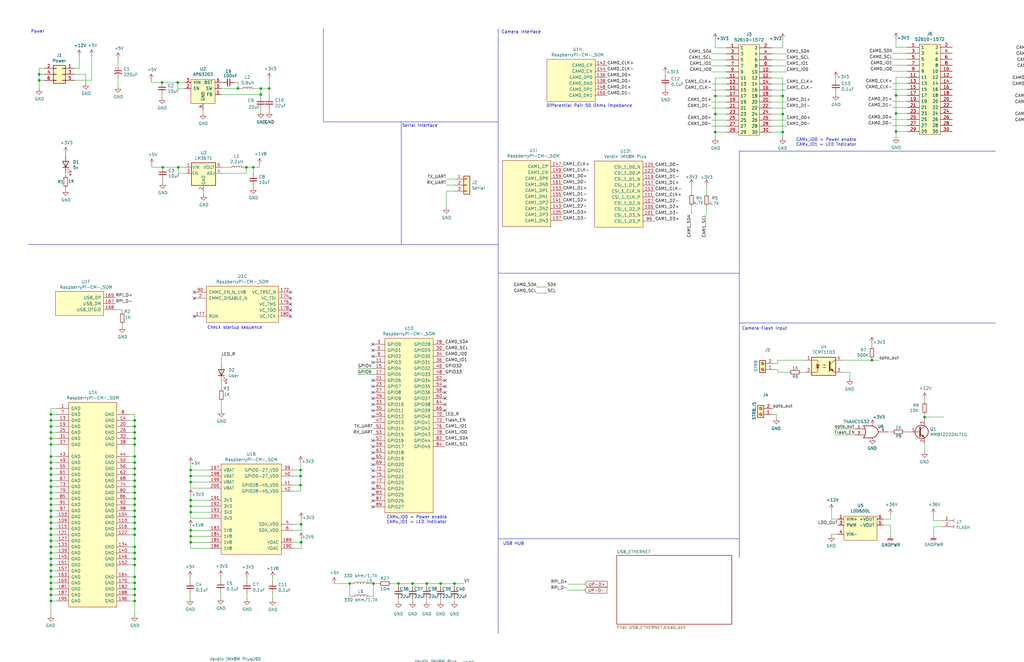
<source format=kicad_sch>
(kicad_sch (version 20230121) (generator eeschema)
  (paper "B")
  (lib_symbols
    (symbol "Device:L" (pin_numbers hide) (pin_names (offset 1.016) hide)
      (property "Reference" "L" (at -1.27 0 90))
      (property "Value" "L" (at 1.905 0 90))
      (symbol "L_1_1"
        (pin passive line (at 0 3.81 270) (length 1.27) (name "1") (number "1"))
        (pin passive line (at 0 -3.81 90) (length 1.27) (name "2") (number "2"))
      )
    )
    (symbol "RPI-Carrier-rescue:+12V-power" (power) (pin_names (offset 0))
      (property "Value" "+12V-power" (at 0 3.556 0))
      (symbol "+12V-power_1_1"
        (pin power_in line (at 0 0 90) (length 0) hide (name "+12V") (number "1"))
      )
    )
    (symbol "RPI-Carrier-rescue:+1V8-power" (power) (pin_names (offset 0))
      (property "Value" "+1V8-power" (at 0 3.556 0))
      (symbol "+1V8-power_1_1"
        (pin power_in line (at 0 0 90) (length 0) hide (name "+1V8") (number "1"))
      )
    )
    (symbol "RPI-Carrier-rescue:+2V5-power" (power) (pin_names (offset 0))
      (property "Value" "+2V5-power" (at 0 3.556 0))
      (symbol "+2V5-power_1_1"
        (pin power_in line (at 0 0 90) (length 0) hide (name "+2V5") (number "1"))
      )
    )
    (symbol "RPI-Carrier-rescue:+3.3V-power" (power) (pin_names (offset 0))
      (property "Value" "+3.3V-power" (at 0 3.556 0))
      (symbol "+3.3V-power_1_1"
        (pin power_in line (at 0 0 90) (length 0) hide (name "+3V3") (number "1"))
      )
    )
    (symbol "RPI-Carrier-rescue:+36V-power" (power) (pin_names (offset 0))
      (property "Value" "+36V-power" (at 0 3.556 0))
      (symbol "+36V-power_1_1"
        (pin power_in line (at 0 0 90) (length 0) hide (name "+36V") (number "1"))
      )
    )
    (symbol "RPI-Carrier-rescue:+5V-power" (power) (pin_names (offset 0))
      (property "Value" "+5V-power" (at 0 3.556 0))
      (symbol "+5V-power_1_1"
        (pin power_in line (at 0 0 90) (length 0) hide (name "+5V") (number "1"))
      )
    )
    (symbol "RPI-Carrier-rescue:74AHC1G32-74xGxx" (pin_names (offset 1.016))
      (property "Reference" "U" (at -2.54 3.81 0))
      (property "Value" "74AHC1G32-74xGxx" (at 0 -3.81 0))
      (symbol "74AHC1G32-74xGxx_1_1"
        (pin input line (at -7.62 1.27 0) (length 3.81) (name "~") (number "1"))
        (pin input line (at -7.62 -1.27 0) (length 3.81) (name "~") (number "2"))
        (pin power_in line (at 0 -2.54 270) (length 0) hide (name "GND") (number "3"))
        (pin output line (at 6.35 0 180) (length 3.81) (name "~") (number "4"))
        (pin power_in line (at 0 2.54 90) (length 0) hide (name "VCC") (number "5"))
      )
    )
    (symbol "RPI-Carrier-rescue:AP2127K-ADJ-Regulator_Linear" (pin_names (offset 0.254))
      (property "Reference" "U" (at -5.08 5.715 0))
      (property "Value" "AP2127K-ADJ-Regulator_Linear" (at 0 5.715 0))
      (symbol "AP2127K-ADJ-Regulator_Linear_1_1"
        (pin power_in line (at -7.62 2.54 0) (length 2.54) (name "VIN") (number "1"))
        (pin power_in line (at 0 -7.62 90) (length 2.54) (name "GND") (number "2"))
        (pin input line (at -7.62 0 0) (length 2.54) (name "EN") (number "3"))
        (pin input line (at 7.62 0 180) (length 2.54) (name "ADJ") (number "4"))
        (pin power_out line (at 7.62 2.54 180) (length 2.54) (name "VOUT") (number "5"))
      )
    )
    (symbol "RPI-Carrier-rescue:CP1_Small-Device" (pin_numbers hide) (pin_names (offset 0.254) hide)
      (property "Reference" "C" (at 0.254 1.778 0))
      (property "Value" "CP1_Small-Device" (at 0.254 -2.032 0))
      (symbol "CP1_Small-Device_1_1"
        (pin passive line (at 0 2.54 270) (length 2.032) (name "~") (number "1"))
        (pin passive line (at 0 -2.54 90) (length 2.032) (name "~") (number "2"))
      )
    )
    (symbol "RPI-Carrier-rescue:C_Small-Device" (pin_numbers hide) (pin_names (offset 0.254) hide)
      (property "Reference" "C" (at 0.254 1.778 0))
      (property "Value" "C_Small-Device" (at 0.254 -2.032 0))
      (symbol "C_Small-Device_1_1"
        (pin passive line (at 0 2.54 270) (length 2.032) (name "~") (number "1"))
        (pin passive line (at 0 -2.54 90) (length 2.032) (name "~") (number "2"))
      )
    )
    (symbol "RPI-Carrier-rescue:Conn_01x02_Female-Connector" (pin_names (offset 1.016) hide)
      (property "Reference" "J" (at 0 2.54 0))
      (property "Value" "Conn_01x02_Female-Connector" (at 0 -5.08 0))
      (symbol "Conn_01x02_Female-Connector_1_1"
        (pin passive line (at -5.08 0 0) (length 3.81) (name "Pin_1") (number "1"))
        (pin passive line (at -5.08 -2.54 0) (length 3.81) (name "Pin_2") (number "2"))
      )
    )
    (symbol "RPI-Carrier-rescue:Conn_01x03-Connector_Generic" (pin_names (offset 1.016) hide)
      (property "Reference" "J" (at 0 5.08 0))
      (property "Value" "Conn_01x03-Connector_Generic" (at 0 -5.08 0))
      (symbol "Conn_01x03-Connector_Generic_1_1"
        (pin passive line (at -5.08 2.54 0) (length 3.81) (name "Pin_1") (number "1"))
        (pin passive line (at -5.08 0 0) (length 3.81) (name "Pin_2") (number "2"))
        (pin passive line (at -5.08 -2.54 0) (length 3.81) (name "Pin_3") (number "3"))
      )
    )
    (symbol "RPI-Carrier-rescue:Conn_02x03_Odd_Even-Connector_Generic" (pin_names (offset 1.016) hide)
      (property "Reference" "J" (at 1.27 5.08 0))
      (property "Value" "Conn_02x03_Odd_Even-Connector_Generic" (at 1.27 -5.08 0))
      (symbol "Conn_02x03_Odd_Even-Connector_Generic_1_1"
        (pin passive line (at -5.08 2.54 0) (length 3.81) (name "Pin_1") (number "1"))
        (pin passive line (at 7.62 2.54 180) (length 3.81) (name "Pin_2") (number "2"))
        (pin passive line (at -5.08 0 0) (length 3.81) (name "Pin_3") (number "3"))
        (pin passive line (at 7.62 0 180) (length 3.81) (name "Pin_4") (number "4"))
        (pin passive line (at -5.08 -2.54 0) (length 3.81) (name "Pin_5") (number "5"))
        (pin passive line (at 7.62 -2.54 180) (length 3.81) (name "Pin_6") (number "6"))
      )
    )
    (symbol "RPI-Carrier-rescue:GND-power" (power) (pin_names (offset 0))
      (property "Value" "GND-power" (at 0 -3.81 0))
      (symbol "GND-power_1_1"
        (pin power_in line (at 0 0 270) (length 0) hide (name "GND") (number "1"))
      )
    )
    (symbol "RPI-Carrier-rescue:GNDPWR-power" (power) (pin_names (offset 0))
      (property "Value" "GNDPWR-power" (at 0 -3.302 0))
      (symbol "GNDPWR-power_1_1"
        (pin power_in line (at 0 0 270) (length 0) hide (name "GNDPWR") (number "1"))
      )
    )
    (symbol "RPI-Carrier-rescue:LED-Device" (pin_numbers hide) (pin_names (offset 1.016) hide)
      (property "Reference" "D" (at 0 2.54 0))
      (property "Value" "LED-Device" (at 0 -2.54 0))
      (symbol "LED-Device_1_1"
        (pin passive line (at -3.81 0 0) (length 2.54) (name "K") (number "1"))
        (pin passive line (at 3.81 0 180) (length 2.54) (name "A") (number "2"))
      )
    )
    (symbol "RPI-Carrier-rescue:L_Small-Device" (pin_numbers hide) (pin_names (offset 0.254) hide)
      (property "Reference" "L" (at 0.762 1.016 0))
      (property "Value" "L_Small-Device" (at 0.762 -1.016 0))
      (symbol "L_Small-Device_1_1"
        (pin passive line (at 0 2.54 270) (length 0.508) (name "~") (number "1"))
        (pin passive line (at 0 -2.54 90) (length 0.508) (name "~") (number "2"))
      )
    )
    (symbol "RPI-Carrier-rescue:MMBT3904-Transistor_BJT" (pin_names (offset 0) hide)
      (property "Reference" "Q" (at 5.08 1.905 0))
      (property "Value" "MMBT3904-Transistor_BJT" (at 5.08 0 0))
      (symbol "MMBT3904-Transistor_BJT_1_1"
        (pin input line (at -5.08 0 0) (length 5.715) (name "B") (number "1"))
        (pin passive line (at 2.54 -5.08 90) (length 2.54) (name "E") (number "2"))
        (pin passive line (at 2.54 5.08 270) (length 2.54) (name "C") (number "3"))
      )
    )
    (symbol "RPI-Carrier-rescue:R_Small-Device" (pin_numbers hide) (pin_names (offset 0.254) hide)
      (property "Reference" "R" (at 0.762 0.508 0))
      (property "Value" "R_Small-Device" (at 0.762 -1.016 0))
      (symbol "R_Small-Device_1_1"
        (pin passive line (at 0 2.54 270) (length 0.762) (name "~") (number "1"))
        (pin passive line (at 0 -2.54 90) (length 0.762) (name "~") (number "2"))
      )
    )
    (symbol "RPI-Carrier-rescue:Screw_Terminal_01x02-Connector" (pin_names (offset 1.016) hide)
      (property "Reference" "J" (at 0 2.54 0))
      (property "Value" "Screw_Terminal_01x02-Connector" (at 0 -5.08 0))
      (symbol "Screw_Terminal_01x02-Connector_1_1"
        (pin passive line (at -5.08 0 0) (length 3.81) (name "Pin_1") (number "1"))
        (pin passive line (at -5.08 -2.54 0) (length 3.81) (name "Pin_2") (number "2"))
      )
    )
    (symbol "RPI-Carrier-rescue:TCMT1103-Isolator" (pin_names (offset 1.016))
      (property "Reference" "U" (at 0 5.08 0))
      (property "Value" "TCMT1103-Isolator" (at 0 -5.08 0))
      (symbol "TCMT1103-Isolator_1_1"
        (pin passive line (at -7.62 2.54 0) (length 2.54) (name "~") (number "1"))
        (pin passive line (at -7.62 -2.54 0) (length 2.54) (name "~") (number "2"))
        (pin passive line (at 7.62 -2.54 180) (length 2.54) (name "~") (number "3"))
        (pin passive line (at 7.62 2.54 180) (length 2.54) (name "~") (number "4"))
      )
    )
    (symbol "RPICarrier:52610-1572" (pin_names (offset 0.762))
      (property "Reference" "J" (at 19.05 7.62 0))
      (property "Value" "52610-1572" (at 19.05 5.08 0))
      (symbol "52610-1572_0_0"
        (pin passive line (at 0 0 0) (length 5.08) (name "1") (number "1"))
        (pin passive line (at 19.05 -10.16 180) (length 5.08) (name "10") (number "10"))
        (pin passive line (at 0 -12.7 0) (length 5.08) (name "11") (number "11"))
        (pin passive line (at 19.05 -12.7 180) (length 5.08) (name "12") (number "12"))
        (pin passive line (at 0 -15.24 0) (length 5.08) (name "13") (number "13"))
        (pin passive line (at 19.05 -15.24 180) (length 5.08) (name "14") (number "14"))
        (pin passive line (at 0 -17.78 0) (length 5.08) (name "15") (number "15"))
        (pin passive line (at 19.05 -17.78 180) (length 5.08) (name "16") (number "16"))
        (pin passive line (at 0 -20.32 0) (length 5.08) (name "17") (number "17"))
        (pin passive line (at 19.05 -20.32 180) (length 5.08) (name "18") (number "18"))
        (pin passive line (at 0 -22.86 0) (length 5.08) (name "19") (number "19"))
        (pin passive line (at 19.05 0 180) (length 5.08) (name "2") (number "2"))
        (pin passive line (at 19.05 -22.86 180) (length 5.08) (name "20") (number "20"))
        (pin passive line (at 0 -25.4 0) (length 5.08) (name "21") (number "21"))
        (pin passive line (at 19.05 -25.4 180) (length 5.08) (name "22") (number "22"))
        (pin passive line (at 0 -27.94 0) (length 5.08) (name "23") (number "23"))
        (pin passive line (at 19.05 -27.94 180) (length 5.08) (name "24") (number "24"))
        (pin passive line (at 0 -30.48 0) (length 5.08) (name "25") (number "25"))
        (pin passive line (at 19.05 -30.48 180) (length 5.08) (name "26") (number "26"))
        (pin passive line (at 0 -33.02 0) (length 5.08) (name "27") (number "27"))
        (pin passive line (at 19.05 -33.02 180) (length 5.08) (name "28") (number "28"))
        (pin passive line (at 0 -35.56 0) (length 5.08) (name "29") (number "29"))
        (pin passive line (at 0 -2.54 0) (length 5.08) (name "3") (number "3"))
        (pin passive line (at 19.05 -35.56 180) (length 5.08) (name "30") (number "30"))
        (pin passive line (at 19.05 -2.54 180) (length 5.08) (name "4") (number "4"))
        (pin passive line (at 0 -5.08 0) (length 5.08) (name "5") (number "5"))
        (pin passive line (at 19.05 -5.08 180) (length 5.08) (name "6") (number "6"))
        (pin passive line (at 0 -7.62 0) (length 5.08) (name "7") (number "7"))
        (pin passive line (at 19.05 -7.62 180) (length 5.08) (name "8") (number "8"))
        (pin passive line (at 0 -10.16 0) (length 5.08) (name "9") (number "9"))
      )
    )
    (symbol "RPICarrier:AP63203" (pin_names (offset 1.016))
      (property "Reference" "U" (at -3.81 2.54 0))
      (property "Value" "AP63203" (at 6.35 2.54 0))
      (symbol "AP63203_1_1"
        (pin input line (at 7.62 -5.08 180) (length 2.54) (name "FB") (number "1"))
        (pin input line (at -7.62 -2.54 0) (length 2.54) (name "EN") (number "2"))
        (pin input line (at -7.62 0 0) (length 2.54) (name "VIN") (number "3"))
        (pin input line (at 0 -11.43 90) (length 2.54) (name "GND") (number "4"))
        (pin input line (at 7.62 -2.54 180) (length 2.54) (name "SW") (number "5"))
        (pin input line (at 7.62 0 180) (length 2.54) (name "BST") (number "6"))
      )
    )
    (symbol "RPICarrier:LDD500L" (pin_names (offset 1.016))
      (property "Reference" "U" (at -3.81 1.27 0))
      (property "Value" "LDD500L" (at 6.35 1.27 0))
      (symbol "LDD500L_1_1"
        (pin input line (at -8.89 -1.27 0) (length 2.54) (name "VIN+") (number "1"))
        (pin input line (at -8.89 -3.81 0) (length 2.54) (name "PWM") (number "3"))
        (pin input line (at -8.89 -7.62 0) (length 2.54) (name "VIN-") (number "4"))
        (pin input line (at 10.16 -3.81 180) (length 2.54) (name "-VOUT") (number "5"))
        (pin input line (at 10.16 -1.27 180) (length 2.54) (name "+VOUT") (number "6"))
      )
    )
    (symbol "RPICarrier:RaspberryPi-CM-_SOM" (pin_names (offset 1.016))
      (property "Reference" "U" (at -53.34 11.43 0))
      (property "Value" "RaspberryPi-CM-_SOM" (at -46.99 16.51 0))
      (symbol "RaspberryPi-CM-_SOM_1_1"
        (pin power_in line (at -15.24 43.18 0) (length 5.08) (name "GND") (number "1"))
        (pin power_in line (at -15.24 -2.54 0) (length 5.08) (name "GND") (number "103"))
        (pin power_in line (at 15.24 -2.54 180) (length 5.08) (name "GND") (number "104"))
        (pin power_in line (at -15.24 -5.08 0) (length 5.08) (name "GND") (number "109"))
        (pin power_in line (at 15.24 -5.08 180) (length 5.08) (name "GND") (number "110"))
        (pin power_in line (at -15.24 -7.62 0) (length 5.08) (name "GND") (number "115"))
        (pin power_in line (at 15.24 -7.62 180) (length 5.08) (name "GND") (number "116"))
        (pin power_in line (at -15.24 -10.16 0) (length 5.08) (name "GND") (number "121"))
        (pin power_in line (at 15.24 -10.16 180) (length 5.08) (name "GND") (number "122"))
        (pin power_in line (at -15.24 -12.7 0) (length 5.08) (name "GND") (number "127"))
        (pin power_in line (at -15.24 38.1 0) (length 5.08) (name "GND") (number "13"))
        (pin power_in line (at -15.24 -15.24 0) (length 5.08) (name "GND") (number "133"))
        (pin power_in line (at 15.24 -15.24 180) (length 5.08) (name "GND") (number "134"))
        (pin power_in line (at -15.24 -17.78 0) (length 5.08) (name "GND") (number "139"))
        (pin power_in line (at 15.24 38.1 180) (length 5.08) (name "GND") (number "14"))
        (pin power_in line (at 15.24 -17.78 180) (length 5.08) (name "GND") (number "140"))
        (pin power_in line (at -15.24 -20.32 0) (length 5.08) (name "GND") (number "145"))
        (pin power_in line (at 15.24 -20.32 180) (length 5.08) (name "GND") (number "146"))
        (pin power_in line (at -15.24 -22.86 0) (length 5.08) (name "GND") (number "151"))
        (pin power_in line (at 15.24 -22.86 180) (length 5.08) (name "GND") (number "152"))
        (pin power_in line (at -15.24 -25.4 0) (length 5.08) (name "GND") (number "157"))
        (pin power_in line (at -15.24 -27.94 0) (length 5.08) (name "GND") (number "163"))
        (pin power_in line (at 15.24 -27.94 180) (length 5.08) (name "GND") (number "164"))
        (pin power_in line (at -15.24 -30.48 0) (length 5.08) (name "GND") (number "169"))
        (pin power_in line (at 15.24 -30.48 180) (length 5.08) (name "GND") (number "170"))
        (pin power_in line (at -15.24 -33.02 0) (length 5.08) (name "GND") (number "181"))
        (pin power_in line (at 15.24 -33.02 180) (length 5.08) (name "GND") (number "182"))
        (pin power_in line (at -15.24 -35.56 0) (length 5.08) (name "GND") (number "187"))
        (pin power_in line (at 15.24 -35.56 180) (length 5.08) (name "GND") (number "188"))
        (pin power_in line (at -15.24 35.56 0) (length 5.08) (name "GND") (number "19"))
        (pin power_in line (at -15.24 -38.1 0) (length 5.08) (name "GND") (number "195"))
        (pin power_in line (at 15.24 -38.1 180) (length 5.08) (name "GND") (number "196"))
        (pin power_in line (at 15.24 35.56 180) (length 5.08) (name "GND") (number "20"))
        (pin power_in line (at -15.24 33.02 0) (length 5.08) (name "GND") (number "25"))
        (pin power_in line (at 15.24 33.02 180) (length 5.08) (name "GND") (number "26"))
        (pin power_in line (at -15.24 30.48 0) (length 5.08) (name "GND") (number "31"))
        (pin power_in line (at 15.24 30.48 180) (length 5.08) (name "GND") (number "32"))
        (pin power_in line (at -15.24 27.94 0) (length 5.08) (name "GND") (number "37"))
        (pin power_in line (at 15.24 27.94 180) (length 5.08) (name "GND") (number "38"))
        (pin power_in line (at -15.24 22.86 0) (length 5.08) (name "GND") (number "43"))
        (pin power_in line (at 15.24 22.86 180) (length 5.08) (name "GND") (number "44"))
        (pin power_in line (at -15.24 20.32 0) (length 5.08) (name "GND") (number "49"))
        (pin power_in line (at 15.24 20.32 180) (length 5.08) (name "GND") (number "50"))
        (pin power_in line (at -15.24 17.78 0) (length 5.08) (name "GND") (number "55"))
        (pin power_in line (at 15.24 17.78 180) (length 5.08) (name "GND") (number "56"))
        (pin power_in line (at -15.24 15.24 0) (length 5.08) (name "GND") (number "61"))
        (pin power_in line (at 15.24 15.24 180) (length 5.08) (name "GND") (number "62"))
        (pin power_in line (at -15.24 12.7 0) (length 5.08) (name "GND") (number "67"))
        (pin power_in line (at 15.24 12.7 180) (length 5.08) (name "GND") (number "68"))
        (pin power_in line (at -15.24 40.64 0) (length 5.08) (name "GND") (number "7"))
        (pin power_in line (at -15.24 10.16 0) (length 5.08) (name "GND") (number "73"))
        (pin power_in line (at 15.24 10.16 180) (length 5.08) (name "GND") (number "74"))
        (pin power_in line (at -15.24 7.62 0) (length 5.08) (name "GND") (number "79"))
        (pin power_in line (at 15.24 40.64 180) (length 5.08) (name "GND") (number "8"))
        (pin power_in line (at 15.24 7.62 180) (length 5.08) (name "GND") (number "80"))
        (pin power_in line (at -15.24 5.08 0) (length 5.08) (name "GND") (number "85"))
        (pin power_in line (at 15.24 5.08 180) (length 5.08) (name "GND") (number "86"))
        (pin power_in line (at -15.24 2.54 0) (length 5.08) (name "GND") (number "91"))
        (pin power_in line (at 15.24 2.54 180) (length 5.08) (name "GND") (number "92"))
        (pin power_in line (at -15.24 0 0) (length 5.08) (name "GND") (number "97"))
        (pin power_in line (at 15.24 0 180) (length 5.08) (name "GND") (number "98"))
      )
      (symbol "RaspberryPi-CM-_SOM_2_1"
        (pin power_in line (at -17.78 -8.89 0) (length 5.08) (name "1V8") (number "183"))
        (pin power_in line (at -17.78 -11.43 0) (length 5.08) (name "1V8") (number "184"))
        (pin power_in line (at -17.78 -13.97 0) (length 5.08) (name "1V8") (number "185"))
        (pin power_in line (at -17.78 -16.51 0) (length 5.08) (name "1V8") (number "186"))
        (pin power_in line (at 17.78 -13.97 180) (length 5.08) (name "VDAC") (number "189"))
        (pin power_in line (at 17.78 -16.51 180) (length 5.08) (name "VDAC") (number "190"))
        (pin power_in line (at -17.78 3.81 0) (length 5.08) (name "3V3") (number "191"))
        (pin power_in line (at -17.78 1.27 0) (length 5.08) (name "3V3") (number "192"))
        (pin power_in line (at -17.78 -1.27 0) (length 5.08) (name "3V3") (number "193"))
        (pin power_in line (at -17.78 -3.81 0) (length 5.08) (name "3V3") (number "194"))
        (pin power_in line (at -17.78 16.51 0) (length 5.08) (name "VBAT") (number "197"))
        (pin power_in line (at -17.78 13.97 0) (length 5.08) (name "VBAT") (number "198"))
        (pin power_in line (at -17.78 11.43 0) (length 5.08) (name "VBAT") (number "199"))
        (pin power_in line (at -17.78 8.89 0) (length 5.08) (name "VBAT") (number "200"))
        (pin power_in line (at 17.78 16.51 180) (length 5.08) (name "GPIO0-27_VDD") (number "39"))
        (pin power_in line (at 17.78 -6.35 180) (length 5.08) (name "SDX_VDD") (number "4"))
        (pin power_in line (at 17.78 13.97 180) (length 5.08) (name "GPIO0-27_VDD") (number "40"))
        (pin power_in line (at 17.78 10.16 180) (length 5.08) (name "GPIO28-45_VDD") (number "41"))
        (pin power_in line (at 17.78 7.62 180) (length 5.08) (name "GPIO28-45_VDD") (number "42"))
        (pin power_in line (at 17.78 -8.89 180) (length 5.08) (name "SDX_VDD") (number "6"))
      )
      (symbol "RaspberryPi-CM-_SOM_3_1"
        (pin input line (at 20.32 5.08 180) (length 5.08) (name "VC_TRST_N") (number "172"))
        (pin input line (at 20.32 2.54 180) (length 5.08) (name "VC_TDI") (number "174"))
        (pin input line (at 20.32 0 180) (length 5.08) (name "VC_TMS") (number "176"))
        (pin input line (at -20.32 -5.08 0) (length 5.08) (name "RUN") (number "177"))
        (pin output line (at 20.32 -2.54 180) (length 5.08) (name "VC_TDO") (number "178"))
        (pin input line (at 20.32 -5.08 180) (length 5.08) (name "VC_TCK") (number "180"))
        (pin input line (at -20.32 2.54 0) (length 5.08) (name "EMMC_DISABLE_N") (number "2"))
        (pin output line (at -20.32 5.08 0) (length 5.08) (name "EMMC_EN_N_1V8") (number "90"))
      )
      (symbol "RaspberryPi-CM-_SOM_4_1"
        (pin bidirectional line (at -15.24 22.86 0) (length 5.08) (name "GPIO3") (number "11"))
        (pin bidirectional line (at -15.24 20.32 0) (length 5.08) (name "GPIO4") (number "15"))
        (pin bidirectional line (at -15.24 17.78 0) (length 5.08) (name "GPIO5") (number "17"))
        (pin bidirectional line (at -15.24 15.24 0) (length 5.08) (name "GPIO6") (number "21"))
        (pin bidirectional line (at -15.24 12.7 0) (length 5.08) (name "GPIO7") (number "23"))
        (pin bidirectional line (at -15.24 10.16 0) (length 5.08) (name "GPIO8") (number "27"))
        (pin bidirectional line (at 15.24 30.48 180) (length 5.08) (name "GPIO28") (number "28"))
        (pin bidirectional line (at -15.24 7.62 0) (length 5.08) (name "GPIO9") (number "29"))
        (pin bidirectional line (at -15.24 30.48 0) (length 5.08) (name "GPIO0") (number "3"))
        (pin bidirectional line (at 15.24 27.94 180) (length 5.08) (name "GPIO29") (number "30"))
        (pin bidirectional line (at -15.24 5.08 0) (length 5.08) (name "GPIO10") (number "33"))
        (pin bidirectional line (at 15.24 25.4 180) (length 5.08) (name "GPIO30") (number "34"))
        (pin bidirectional line (at -15.24 2.54 0) (length 5.08) (name "GPIO11") (number "35"))
        (pin bidirectional line (at 15.24 22.86 180) (length 5.08) (name "GPIO31") (number "36"))
        (pin bidirectional line (at -15.24 0 0) (length 5.08) (name "GPIO12") (number "45"))
        (pin bidirectional line (at 15.24 20.32 180) (length 5.08) (name "GPIO32") (number "46"))
        (pin bidirectional line (at -15.24 -2.54 0) (length 5.08) (name "GPIO13") (number "47"))
        (pin bidirectional line (at 15.24 17.78 180) (length 5.08) (name "GPIO33") (number "48"))
        (pin bidirectional line (at -15.24 27.94 0) (length 5.08) (name "GPIO1") (number "5"))
        (pin bidirectional line (at -15.24 -5.08 0) (length 5.08) (name "GPIO14") (number "51"))
        (pin bidirectional line (at 15.24 15.24 180) (length 5.08) (name "GPIO34") (number "52"))
        (pin bidirectional line (at -15.24 -7.62 0) (length 5.08) (name "GPIO15") (number "53"))
        (pin bidirectional line (at 15.24 12.7 180) (length 5.08) (name "GPIO35") (number "54"))
        (pin bidirectional line (at -15.24 -10.16 0) (length 5.08) (name "GPIO16") (number "57"))
        (pin bidirectional line (at 15.24 10.16 180) (length 5.08) (name "GPIO36") (number "58"))
        (pin bidirectional line (at -15.24 -12.7 0) (length 5.08) (name "GPIO17") (number "59"))
        (pin bidirectional line (at 15.24 7.62 180) (length 5.08) (name "GPIO37") (number "60"))
        (pin bidirectional line (at -15.24 -15.24 0) (length 5.08) (name "GPIO18") (number "63"))
        (pin bidirectional line (at 15.24 5.08 180) (length 5.08) (name "GPIO38") (number "64"))
        (pin bidirectional line (at -15.24 -17.78 0) (length 5.08) (name "GPIO19") (number "65"))
        (pin bidirectional line (at 15.24 2.54 180) (length 5.08) (name "GPIO39") (number "66"))
        (pin bidirectional line (at -15.24 -20.32 0) (length 5.08) (name "GPIO20") (number "69"))
        (pin bidirectional line (at 15.24 0 180) (length 5.08) (name "GPIO40") (number "70"))
        (pin bidirectional line (at -15.24 -22.86 0) (length 5.08) (name "GPIO21") (number "71"))
        (pin bidirectional line (at 15.24 -2.54 180) (length 5.08) (name "GPIO41") (number "72"))
        (pin bidirectional line (at -15.24 -25.4 0) (length 5.08) (name "GPIO22") (number "75"))
        (pin bidirectional line (at 15.24 -5.08 180) (length 5.08) (name "GPIO42") (number "76"))
        (pin bidirectional line (at -15.24 -27.94 0) (length 5.08) (name "GPIO23") (number "77"))
        (pin bidirectional line (at 15.24 -7.62 180) (length 5.08) (name "GPIO43") (number "78"))
        (pin bidirectional line (at -15.24 -30.48 0) (length 5.08) (name "GPIO24") (number "81"))
        (pin bidirectional line (at 15.24 -10.16 180) (length 5.08) (name "GPIO44") (number "82"))
        (pin bidirectional line (at -15.24 -33.02 0) (length 5.08) (name "GPIO25") (number "83"))
        (pin bidirectional line (at 15.24 -12.7 180) (length 5.08) (name "GPIO45") (number "84"))
        (pin bidirectional line (at -15.24 -35.56 0) (length 5.08) (name "GPIO26") (number "87"))
        (pin bidirectional line (at -15.24 -38.1 0) (length 5.08) (name "GPIO27") (number "89"))
        (pin bidirectional line (at -15.24 25.4 0) (length 5.08) (name "GPIO2") (number "9"))
      )
      (symbol "RaspberryPi-CM-_SOM_5_1"
        (pin output line (at 15.24 7.62 180) (length 5.08) (name "SDX_CLK") (number "10"))
        (pin bidirectional line (at 15.24 5.08 180) (length 5.08) (name "SDX_CMD") (number "12"))
        (pin bidirectional line (at 15.24 2.54 180) (length 5.08) (name "SDX_D0") (number "16"))
        (pin bidirectional line (at 15.24 0 180) (length 5.08) (name "SDX_D1") (number "18"))
        (pin bidirectional line (at 15.24 -2.54 180) (length 5.08) (name "SDX_D2") (number "22"))
        (pin bidirectional line (at 15.24 -5.08 180) (length 5.08) (name "SDX_D3") (number "24"))
      )
      (symbol "RaspberryPi-CM-_SOM_6_1"
        (pin bidirectional line (at 15.24 2.54 180) (length 5.08) (name "USB_DP") (number "165"))
        (pin bidirectional line (at 15.24 0 180) (length 5.08) (name "USB_DM") (number "167"))
        (pin input line (at 15.24 -2.54 180) (length 5.08) (name "USB_OTGID") (number "168"))
      )
      (symbol "RaspberryPi-CM-_SOM_7_1"
        (pin output line (at 15.24 20.32 180) (length 5.08) (name "HDMI_CLK_N") (number "111"))
        (pin output line (at 15.24 17.78 180) (length 5.08) (name "HDMI_CLK_P") (number "113"))
        (pin output line (at 15.24 15.24 180) (length 5.08) (name "HDMI_D0_N") (number "117"))
        (pin output line (at 15.24 12.7 180) (length 5.08) (name "HDMI_D0_P") (number "119"))
        (pin output line (at 15.24 10.16 180) (length 5.08) (name "HDMI_D1_N") (number "123"))
        (pin output line (at 15.24 7.62 180) (length 5.08) (name "HDMI_D1_P") (number "125"))
        (pin output line (at 15.24 5.08 180) (length 5.08) (name "HDMI_D2_N") (number "129"))
        (pin output line (at 15.24 2.54 180) (length 5.08) (name "HDMI_D2_P") (number "131"))
        (pin output line (at 15.24 -17.78 180) (length 5.08) (name "TVDAC") (number "166"))
        (pin bidirectional line (at 15.24 -5.08 180) (length 5.08) (name "HDMI_CEC") (number "171"))
        (pin bidirectional line (at 15.24 -10.16 180) (length 5.08) (name "HDM_SDA") (number "173"))
        (pin bidirectional line (at 15.24 -12.7 180) (length 5.08) (name "HDMI_SCL") (number "175"))
        (pin input line (at 15.24 -2.54 180) (length 5.08) (name "HDMI_HPD_N_1V8") (number "88"))
      )
      (symbol "RaspberryPi-CM-_SOM_8_1"
        (pin input line (at 15.24 2.54 180) (length 5.08) (name "CAM0_DP0") (number "136"))
        (pin input line (at 15.24 0 180) (length 5.08) (name "CAM0_DN0") (number "138"))
        (pin input line (at 15.24 7.62 180) (length 5.08) (name "CAM0_CP") (number "142"))
        (pin input line (at 15.24 5.08 180) (length 5.08) (name "CAM0_CN") (number "144"))
        (pin input line (at 15.24 -2.54 180) (length 5.08) (name "CAM0_DP1") (number "148"))
        (pin input line (at 15.24 -5.08 180) (length 5.08) (name "CAM0_DN1") (number "150"))
      )
      (symbol "RaspberryPi-CM-_SOM_9_1"
        (pin input line (at 15.24 -7.62 180) (length 5.08) (name "CAM1_DP3") (number "135"))
        (pin input line (at 15.24 -10.16 180) (length 5.08) (name "CAM1_DN3") (number "137"))
        (pin input line (at 15.24 -2.54 180) (length 5.08) (name "CAM1_DP2") (number "141"))
        (pin input line (at 15.24 -5.08 180) (length 5.08) (name "CAM1_DN2") (number "143"))
        (pin input line (at 15.24 12.7 180) (length 5.08) (name "CAM1_CP") (number "147"))
        (pin input line (at 15.24 10.16 180) (length 5.08) (name "CAM1_CN") (number "149"))
        (pin input line (at 15.24 2.54 180) (length 5.08) (name "CAM1_DP1") (number "153"))
        (pin input line (at 15.24 0 180) (length 5.08) (name "CAM1_DN1") (number "155"))
        (pin input line (at 15.24 7.62 180) (length 5.08) (name "CAM1_DP0") (number "159"))
        (pin input line (at 15.24 5.08 180) (length 5.08) (name "CAM1_DN0") (number "161"))
      )
      (symbol "RaspberryPi-CM-_SOM_10_1"
        (pin output line (at 15.24 2.54 180) (length 5.08) (name "DSI0_DP0") (number "101"))
        (pin output line (at 15.24 5.08 180) (length 5.08) (name "DSI0_CN") (number "105"))
        (pin output line (at 15.24 7.62 180) (length 5.08) (name "DSI0_CP") (number "107"))
        (pin output line (at 15.24 -5.08 180) (length 5.08) (name "DSI0_DN1") (number "93"))
        (pin output line (at 15.24 -2.54 180) (length 5.08) (name "DSI0_DP1") (number "95"))
        (pin output line (at 15.24 0 180) (length 5.08) (name "DSI0_DN0") (number "99"))
      )
      (symbol "RaspberryPi-CM-_SOM_11_1"
        (pin output line (at 15.24 12.7 180) (length 5.08) (name "DSI1_CP") (number "100"))
        (pin output line (at 15.24 10.16 180) (length 5.08) (name "DSI1_CN") (number "102"))
        (pin output line (at 15.24 -7.62 180) (length 5.08) (name "DSI1_DP3") (number "106"))
        (pin output line (at 15.24 -10.16 180) (length 5.08) (name "DSI1_DN3") (number "108"))
        (pin output line (at 15.24 -2.54 180) (length 5.08) (name "DSI1_DP2") (number "112"))
        (pin output line (at 15.24 -5.08 180) (length 5.08) (name "DSI1_DN2") (number "114"))
        (pin output line (at 15.24 2.54 180) (length 5.08) (name "DSI1_DP1") (number "118"))
        (pin output line (at 15.24 0 180) (length 5.08) (name "DSI1_DN1") (number "120"))
        (pin output line (at 15.24 7.62 180) (length 5.08) (name "DSI1_DP0") (number "94"))
        (pin output line (at 15.24 5.08 180) (length 5.08) (name "DSI1_DN0") (number "96"))
      )
    )
    (symbol "RaspberryPi-CM-_SOM_1" (pin_names (offset 1.016))
      (property "Reference" "U8" (at 0 49.911 0))
      (property "Value" "Yavia_GND" (at 0 47.5996 0))
      (symbol "RaspberryPi-CM-_SOM_1_1_1"
        (pin power_in line (at 15.24 43.18 180) (length 5.08) (name "GND") (number "10"))
        (pin power_in line (at -15.24 10.16 0) (length 5.08) (name "GND") (number "103"))
        (pin power_in line (at -15.24 7.62 0) (length 5.08) (name "GND") (number "109"))
        (pin power_in line (at -15.24 43.18 0) (length 5.08) (name "GND") (number "11"))
        (pin power_in line (at 15.24 20.32 180) (length 5.08) (name "GND") (number "110"))
        (pin power_in line (at -15.24 5.08 0) (length 5.08) (name "GND") (number "115"))
        (pin power_in line (at -15.24 2.54 0) (length 5.08) (name "GND") (number "121"))
        (pin power_in line (at 15.24 17.78 180) (length 5.08) (name "GND") (number "122"))
        (pin power_in line (at -15.24 0 0) (length 5.08) (name "GND") (number "127"))
        (pin power_in line (at 15.24 15.24 180) (length 5.08) (name "GND") (number "134"))
        (pin power_in line (at -15.24 -2.54 0) (length 5.08) (name "GND") (number "145"))
        (pin power_in line (at 15.24 12.7 180) (length 5.08) (name "GND") (number "146"))
        (pin power_in line (at 15.24 10.16 180) (length 5.08) (name "GND") (number "158"))
        (pin power_in line (at -15.24 -5.08 0) (length 5.08) (name "GND") (number "167"))
        (pin power_in line (at 15.24 7.62 180) (length 5.08) (name "GND") (number "170"))
        (pin power_in line (at -15.24 -7.62 0) (length 5.08) (name "GND") (number "173"))
        (pin power_in line (at -15.24 -10.16 0) (length 5.08) (name "GND") (number "179"))
        (pin power_in line (at 15.24 40.64 180) (length 5.08) (name "GND") (number "18"))
        (pin power_in line (at 15.24 5.08 180) (length 5.08) (name "GND") (number "182"))
        (pin power_in line (at 15.24 2.54 180) (length 5.08) (name "GND") (number "194"))
        (pin power_in line (at -15.24 -12.7 0) (length 5.08) (name "GND") (number "195"))
        (pin power_in line (at 15.24 0 180) (length 5.08) (name "GND") (number "204"))
        (pin power_in line (at -15.24 -15.24 0) (length 5.08) (name "GND") (number "209"))
        (pin power_in line (at -15.24 -17.78 0) (length 5.08) (name "GND") (number "223"))
        (pin power_in line (at 15.24 -2.54 180) (length 5.08) (name "GND") (number "224"))
        (pin power_in line (at -15.24 -20.32 0) (length 5.08) (name "GND") (number "229"))
        (pin power_in line (at 15.24 -5.08 180) (length 5.08) (name "GND") (number "230"))
        (pin power_in line (at 15.24 -7.62 180) (length 5.08) (name "GND") (number "236"))
        (pin power_in line (at 15.24 -10.16 180) (length 5.08) (name "GND") (number "242"))
        (pin power_in line (at -15.24 -22.86 0) (length 5.08) (name "GND") (number "243"))
        (pin power_in line (at -15.24 40.64 0) (length 5.08) (name "GND") (number "27"))
        (pin power_in line (at 15.24 38.1 180) (length 5.08) (name "GND") (number "28"))
        (pin power_in line (at -15.24 38.1 0) (length 5.08) (name "GND") (number "33"))
        (pin power_in line (at -15.24 35.56 0) (length 5.08) (name "GND") (number "39"))
        (pin power_in line (at 15.24 35.56 180) (length 5.08) (name "GND") (number "40"))
        (pin power_in line (at -15.24 33.02 0) (length 5.08) (name "GND") (number "45"))
        (pin power_in line (at 15.24 33.02 180) (length 5.08) (name "GND") (number "50"))
        (pin power_in line (at -15.24 30.48 0) (length 5.08) (name "GND") (number "51"))
        (pin power_in line (at -15.24 27.94 0) (length 5.08) (name "GND") (number "65"))
        (pin power_in line (at 15.24 30.48 180) (length 5.08) (name "GND") (number "68"))
        (pin power_in line (at -15.24 22.86 0) (length 5.08) (name "GND") (number "71"))
        (pin power_in line (at -15.24 20.32 0) (length 5.08) (name "GND") (number "77"))
        (pin power_in line (at -15.24 17.78 0) (length 5.08) (name "GND") (number "83"))
        (pin power_in line (at 15.24 27.94 180) (length 5.08) (name "GND") (number "86"))
        (pin power_in line (at -15.24 15.24 0) (length 5.08) (name "GND") (number "89"))
        (pin power_in line (at -15.24 12.7 0) (length 5.08) (name "GND") (number "97"))
        (pin power_in line (at 15.24 22.86 180) (length 5.08) (name "GND") (number "98"))
      )
      (symbol "RaspberryPi-CM-_SOM_1_2_1"
        (pin power_in line (at -17.78 -8.89 0) (length 5.08) (name "1V8") (number "183"))
        (pin power_in line (at -17.78 -11.43 0) (length 5.08) (name "1V8") (number "184"))
        (pin power_in line (at -17.78 -13.97 0) (length 5.08) (name "1V8") (number "185"))
        (pin power_in line (at -17.78 -16.51 0) (length 5.08) (name "1V8") (number "186"))
        (pin power_in line (at 17.78 -13.97 180) (length 5.08) (name "VDAC") (number "189"))
        (pin power_in line (at 17.78 -16.51 180) (length 5.08) (name "VDAC") (number "190"))
        (pin power_in line (at -17.78 3.81 0) (length 5.08) (name "3V3") (number "191"))
        (pin power_in line (at -17.78 1.27 0) (length 5.08) (name "3V3") (number "192"))
        (pin power_in line (at -17.78 -1.27 0) (length 5.08) (name "3V3") (number "193"))
        (pin power_in line (at -17.78 -3.81 0) (length 5.08) (name "3V3") (number "194"))
        (pin power_in line (at -17.78 16.51 0) (length 5.08) (name "VBAT") (number "197"))
        (pin power_in line (at -17.78 13.97 0) (length 5.08) (name "VBAT") (number "198"))
        (pin power_in line (at -17.78 11.43 0) (length 5.08) (name "VBAT") (number "199"))
        (pin power_in line (at -17.78 8.89 0) (length 5.08) (name "VBAT") (number "200"))
        (pin power_in line (at 17.78 16.51 180) (length 5.08) (name "GPIO0-27_VDD") (number "39"))
        (pin power_in line (at 17.78 -6.35 180) (length 5.08) (name "SDX_VDD") (number "4"))
        (pin power_in line (at 17.78 13.97 180) (length 5.08) (name "GPIO0-27_VDD") (number "40"))
        (pin power_in line (at 17.78 10.16 180) (length 5.08) (name "GPIO28-45_VDD") (number "41"))
        (pin power_in line (at 17.78 7.62 180) (length 5.08) (name "GPIO28-45_VDD") (number "42"))
        (pin power_in line (at 17.78 -8.89 180) (length 5.08) (name "SDX_VDD") (number "6"))
      )
      (symbol "RaspberryPi-CM-_SOM_1_3_1"
        (pin input line (at 20.32 5.08 180) (length 5.08) (name "VC_TRST_N") (number "172"))
        (pin input line (at 20.32 2.54 180) (length 5.08) (name "VC_TDI") (number "174"))
        (pin input line (at 20.32 0 180) (length 5.08) (name "VC_TMS") (number "176"))
        (pin input line (at -20.32 -5.08 0) (length 5.08) (name "RUN") (number "177"))
        (pin output line (at 20.32 -2.54 180) (length 5.08) (name "VC_TDO") (number "178"))
        (pin input line (at 20.32 -5.08 180) (length 5.08) (name "VC_TCK") (number "180"))
        (pin input line (at -20.32 2.54 0) (length 5.08) (name "EMMC_DISABLE_N") (number "2"))
        (pin output line (at -20.32 5.08 0) (length 5.08) (name "EMMC_EN_N_1V8") (number "90"))
      )
      (symbol "RaspberryPi-CM-_SOM_1_4_1"
        (pin bidirectional line (at -15.24 22.86 0) (length 5.08) (name "GPIO3") (number "11"))
        (pin bidirectional line (at -15.24 20.32 0) (length 5.08) (name "GPIO4") (number "15"))
        (pin bidirectional line (at -15.24 17.78 0) (length 5.08) (name "GPIO5") (number "17"))
        (pin bidirectional line (at -15.24 15.24 0) (length 5.08) (name "GPIO6") (number "21"))
        (pin bidirectional line (at -15.24 12.7 0) (length 5.08) (name "GPIO7") (number "23"))
        (pin bidirectional line (at -15.24 10.16 0) (length 5.08) (name "GPIO8") (number "27"))
        (pin bidirectional line (at 15.24 30.48 180) (length 5.08) (name "GPIO28") (number "28"))
        (pin bidirectional line (at -15.24 7.62 0) (length 5.08) (name "GPIO9") (number "29"))
        (pin bidirectional line (at -15.24 30.48 0) (length 5.08) (name "GPIO0") (number "3"))
        (pin bidirectional line (at 15.24 27.94 180) (length 5.08) (name "GPIO29") (number "30"))
        (pin bidirectional line (at -15.24 5.08 0) (length 5.08) (name "GPIO10") (number "33"))
        (pin bidirectional line (at 15.24 25.4 180) (length 5.08) (name "GPIO30") (number "34"))
        (pin bidirectional line (at -15.24 2.54 0) (length 5.08) (name "GPIO11") (number "35"))
        (pin bidirectional line (at 15.24 22.86 180) (length 5.08) (name "GPIO31") (number "36"))
        (pin bidirectional line (at -15.24 0 0) (length 5.08) (name "GPIO12") (number "45"))
        (pin bidirectional line (at 15.24 20.32 180) (length 5.08) (name "GPIO32") (number "46"))
        (pin bidirectional line (at -15.24 -2.54 0) (length 5.08) (name "GPIO13") (number "47"))
        (pin bidirectional line (at 15.24 17.78 180) (length 5.08) (name "GPIO33") (number "48"))
        (pin bidirectional line (at -15.24 27.94 0) (length 5.08) (name "GPIO1") (number "5"))
        (pin bidirectional line (at -15.24 -5.08 0) (length 5.08) (name "GPIO14") (number "51"))
        (pin bidirectional line (at 15.24 15.24 180) (length 5.08) (name "GPIO34") (number "52"))
        (pin bidirectional line (at -15.24 -7.62 0) (length 5.08) (name "GPIO15") (number "53"))
        (pin bidirectional line (at 15.24 12.7 180) (length 5.08) (name "GPIO35") (number "54"))
        (pin bidirectional line (at -15.24 -10.16 0) (length 5.08) (name "GPIO16") (number "57"))
        (pin bidirectional line (at 15.24 10.16 180) (length 5.08) (name "GPIO36") (number "58"))
        (pin bidirectional line (at -15.24 -12.7 0) (length 5.08) (name "GPIO17") (number "59"))
        (pin bidirectional line (at 15.24 7.62 180) (length 5.08) (name "GPIO37") (number "60"))
        (pin bidirectional line (at -15.24 -15.24 0) (length 5.08) (name "GPIO18") (number "63"))
        (pin bidirectional line (at 15.24 5.08 180) (length 5.08) (name "GPIO38") (number "64"))
        (pin bidirectional line (at -15.24 -17.78 0) (length 5.08) (name "GPIO19") (number "65"))
        (pin bidirectional line (at 15.24 2.54 180) (length 5.08) (name "GPIO39") (number "66"))
        (pin bidirectional line (at -15.24 -20.32 0) (length 5.08) (name "GPIO20") (number "69"))
        (pin bidirectional line (at 15.24 0 180) (length 5.08) (name "GPIO40") (number "70"))
        (pin bidirectional line (at -15.24 -22.86 0) (length 5.08) (name "GPIO21") (number "71"))
        (pin bidirectional line (at 15.24 -2.54 180) (length 5.08) (name "GPIO41") (number "72"))
        (pin bidirectional line (at -15.24 -25.4 0) (length 5.08) (name "GPIO22") (number "75"))
        (pin bidirectional line (at 15.24 -5.08 180) (length 5.08) (name "GPIO42") (number "76"))
        (pin bidirectional line (at -15.24 -27.94 0) (length 5.08) (name "GPIO23") (number "77"))
        (pin bidirectional line (at 15.24 -7.62 180) (length 5.08) (name "GPIO43") (number "78"))
        (pin bidirectional line (at -15.24 -30.48 0) (length 5.08) (name "GPIO24") (number "81"))
        (pin bidirectional line (at 15.24 -10.16 180) (length 5.08) (name "GPIO44") (number "82"))
        (pin bidirectional line (at -15.24 -33.02 0) (length 5.08) (name "GPIO25") (number "83"))
        (pin bidirectional line (at 15.24 -12.7 180) (length 5.08) (name "GPIO45") (number "84"))
        (pin bidirectional line (at -15.24 -35.56 0) (length 5.08) (name "GPIO26") (number "87"))
        (pin bidirectional line (at -15.24 -38.1 0) (length 5.08) (name "GPIO27") (number "89"))
        (pin bidirectional line (at -15.24 25.4 0) (length 5.08) (name "GPIO2") (number "9"))
      )
      (symbol "RaspberryPi-CM-_SOM_1_5_1"
        (pin output line (at 15.24 7.62 180) (length 5.08) (name "SDX_CLK") (number "10"))
        (pin bidirectional line (at 15.24 5.08 180) (length 5.08) (name "SDX_CMD") (number "12"))
        (pin bidirectional line (at 15.24 2.54 180) (length 5.08) (name "SDX_D0") (number "16"))
        (pin bidirectional line (at 15.24 0 180) (length 5.08) (name "SDX_D1") (number "18"))
        (pin bidirectional line (at 15.24 -2.54 180) (length 5.08) (name "SDX_D2") (number "22"))
        (pin bidirectional line (at 15.24 -5.08 180) (length 5.08) (name "SDX_D3") (number "24"))
      )
      (symbol "RaspberryPi-CM-_SOM_1_6_1"
        (pin bidirectional line (at 15.24 2.54 180) (length 5.08) (name "USB_DP") (number "165"))
        (pin bidirectional line (at 15.24 0 180) (length 5.08) (name "USB_DM") (number "167"))
        (pin input line (at 15.24 -2.54 180) (length 5.08) (name "USB_OTGID") (number "168"))
      )
      (symbol "RaspberryPi-CM-_SOM_1_7_1"
        (pin output line (at 15.24 20.32 180) (length 5.08) (name "HDMI_CLK_N") (number "111"))
        (pin output line (at 15.24 17.78 180) (length 5.08) (name "HDMI_CLK_P") (number "113"))
        (pin output line (at 15.24 15.24 180) (length 5.08) (name "HDMI_D0_N") (number "117"))
        (pin output line (at 15.24 12.7 180) (length 5.08) (name "HDMI_D0_P") (number "119"))
        (pin output line (at 15.24 10.16 180) (length 5.08) (name "HDMI_D1_N") (number "123"))
        (pin output line (at 15.24 7.62 180) (length 5.08) (name "HDMI_D1_P") (number "125"))
        (pin output line (at 15.24 5.08 180) (length 5.08) (name "HDMI_D2_N") (number "129"))
        (pin output line (at 15.24 2.54 180) (length 5.08) (name "HDMI_D2_P") (number "131"))
        (pin output line (at 15.24 -17.78 180) (length 5.08) (name "TVDAC") (number "166"))
        (pin bidirectional line (at 15.24 -5.08 180) (length 5.08) (name "HDMI_CEC") (number "171"))
        (pin bidirectional line (at 15.24 -10.16 180) (length 5.08) (name "HDM_SDA") (number "173"))
        (pin bidirectional line (at 15.24 -12.7 180) (length 5.08) (name "HDMI_SCL") (number "175"))
        (pin input line (at 15.24 -2.54 180) (length 5.08) (name "HDMI_HPD_N_1V8") (number "88"))
      )
      (symbol "RaspberryPi-CM-_SOM_1_8_1"
        (pin input line (at 15.24 2.54 180) (length 5.08) (name "CAM0_DP0") (number "136"))
        (pin input line (at 15.24 0 180) (length 5.08) (name "CAM0_DN0") (number "138"))
        (pin input line (at 15.24 7.62 180) (length 5.08) (name "CAM0_CP") (number "142"))
        (pin input line (at 15.24 5.08 180) (length 5.08) (name "CAM0_CN") (number "144"))
        (pin input line (at 15.24 -2.54 180) (length 5.08) (name "CAM0_DP1") (number "148"))
        (pin input line (at 15.24 -5.08 180) (length 5.08) (name "CAM0_DN1") (number "150"))
      )
      (symbol "RaspberryPi-CM-_SOM_1_9_1"
        (pin input line (at 15.24 -7.62 180) (length 5.08) (name "CAM1_DP3") (number "135"))
        (pin input line (at 15.24 -10.16 180) (length 5.08) (name "CAM1_DN3") (number "137"))
        (pin input line (at 15.24 -2.54 180) (length 5.08) (name "CAM1_DP2") (number "141"))
        (pin input line (at 15.24 -5.08 180) (length 5.08) (name "CAM1_DN2") (number "143"))
        (pin input line (at 15.24 12.7 180) (length 5.08) (name "CAM1_CP") (number "147"))
        (pin input line (at 15.24 10.16 180) (length 5.08) (name "CAM1_CN") (number "149"))
        (pin input line (at 15.24 2.54 180) (length 5.08) (name "CAM1_DP1") (number "153"))
        (pin input line (at 15.24 0 180) (length 5.08) (name "CAM1_DN1") (number "155"))
        (pin input line (at 15.24 7.62 180) (length 5.08) (name "CAM1_DP0") (number "159"))
        (pin input line (at 15.24 5.08 180) (length 5.08) (name "CAM1_DN0") (number "161"))
      )
      (symbol "RaspberryPi-CM-_SOM_1_10_1"
        (pin output line (at 15.24 2.54 180) (length 5.08) (name "DSI0_DP0") (number "101"))
        (pin output line (at 15.24 5.08 180) (length 5.08) (name "DSI0_CN") (number "105"))
        (pin output line (at 15.24 7.62 180) (length 5.08) (name "DSI0_CP") (number "107"))
        (pin output line (at 15.24 -5.08 180) (length 5.08) (name "DSI0_DN1") (number "93"))
        (pin output line (at 15.24 -2.54 180) (length 5.08) (name "DSI0_DP1") (number "95"))
        (pin output line (at 15.24 0 180) (length 5.08) (name "DSI0_DN0") (number "99"))
      )
      (symbol "RaspberryPi-CM-_SOM_1_11_1"
        (pin output line (at 15.24 12.7 180) (length 5.08) (name "DSI1_CP") (number "100"))
        (pin output line (at 15.24 10.16 180) (length 5.08) (name "DSI1_CN") (number "102"))
        (pin output line (at 15.24 -7.62 180) (length 5.08) (name "DSI1_DP3") (number "106"))
        (pin output line (at 15.24 -10.16 180) (length 5.08) (name "DSI1_DN3") (number "108"))
        (pin output line (at 15.24 -2.54 180) (length 5.08) (name "DSI1_DP2") (number "112"))
        (pin output line (at 15.24 -5.08 180) (length 5.08) (name "DSI1_DN2") (number "114"))
        (pin output line (at 15.24 2.54 180) (length 5.08) (name "DSI1_DP1") (number "118"))
        (pin output line (at 15.24 0 180) (length 5.08) (name "DSI1_DN1") (number "120"))
        (pin output line (at 15.24 7.62 180) (length 5.08) (name "DSI1_DP0") (number "94"))
        (pin output line (at 15.24 5.08 180) (length 5.08) (name "DSI1_DN0") (number "96"))
      )
    )
    (symbol "RaspberryPi-CM-_SOM_2" (pin_names (offset 1.016))
      (property "Reference" "U9" (at 5.588 34.925 0))
      (property "Value" "Yavia" (at 0 35.052 0))
      (symbol "RaspberryPi-CM-_SOM_2_1_1"
        (pin power_in line (at -15.24 43.18 0) (length 5.08) (name "GND") (number "1"))
        (pin power_in line (at -15.24 -2.54 0) (length 5.08) (name "GND") (number "103"))
        (pin power_in line (at 15.24 -2.54 180) (length 5.08) (name "GND") (number "104"))
        (pin power_in line (at -15.24 -5.08 0) (length 5.08) (name "GND") (number "109"))
        (pin power_in line (at 15.24 -5.08 180) (length 5.08) (name "GND") (number "110"))
        (pin power_in line (at -15.24 -7.62 0) (length 5.08) (name "GND") (number "115"))
        (pin power_in line (at 15.24 -7.62 180) (length 5.08) (name "GND") (number "116"))
        (pin power_in line (at -15.24 -10.16 0) (length 5.08) (name "GND") (number "121"))
        (pin power_in line (at 15.24 -10.16 180) (length 5.08) (name "GND") (number "122"))
        (pin power_in line (at -15.24 -12.7 0) (length 5.08) (name "GND") (number "127"))
        (pin power_in line (at -15.24 38.1 0) (length 5.08) (name "GND") (number "13"))
        (pin power_in line (at -15.24 -15.24 0) (length 5.08) (name "GND") (number "133"))
        (pin power_in line (at 15.24 -15.24 180) (length 5.08) (name "GND") (number "134"))
        (pin power_in line (at -15.24 -17.78 0) (length 5.08) (name "GND") (number "139"))
        (pin power_in line (at 15.24 38.1 180) (length 5.08) (name "GND") (number "14"))
        (pin power_in line (at 15.24 -17.78 180) (length 5.08) (name "GND") (number "140"))
        (pin power_in line (at -15.24 -20.32 0) (length 5.08) (name "GND") (number "145"))
        (pin power_in line (at 15.24 -20.32 180) (length 5.08) (name "GND") (number "146"))
        (pin power_in line (at -15.24 -22.86 0) (length 5.08) (name "GND") (number "151"))
        (pin power_in line (at 15.24 -22.86 180) (length 5.08) (name "GND") (number "152"))
        (pin power_in line (at -15.24 -25.4 0) (length 5.08) (name "GND") (number "157"))
        (pin power_in line (at -15.24 -27.94 0) (length 5.08) (name "GND") (number "163"))
        (pin power_in line (at 15.24 -27.94 180) (length 5.08) (name "GND") (number "164"))
        (pin power_in line (at -15.24 -30.48 0) (length 5.08) (name "GND") (number "169"))
        (pin power_in line (at 15.24 -30.48 180) (length 5.08) (name "GND") (number "170"))
        (pin power_in line (at -15.24 -33.02 0) (length 5.08) (name "GND") (number "181"))
        (pin power_in line (at 15.24 -33.02 180) (length 5.08) (name "GND") (number "182"))
        (pin power_in line (at -15.24 -35.56 0) (length 5.08) (name "GND") (number "187"))
        (pin power_in line (at 15.24 -35.56 180) (length 5.08) (name "GND") (number "188"))
        (pin power_in line (at -15.24 35.56 0) (length 5.08) (name "GND") (number "19"))
        (pin power_in line (at -15.24 -38.1 0) (length 5.08) (name "GND") (number "195"))
        (pin power_in line (at 15.24 -38.1 180) (length 5.08) (name "GND") (number "196"))
        (pin power_in line (at 15.24 35.56 180) (length 5.08) (name "GND") (number "20"))
        (pin power_in line (at -15.24 33.02 0) (length 5.08) (name "GND") (number "25"))
        (pin power_in line (at 15.24 33.02 180) (length 5.08) (name "GND") (number "26"))
        (pin power_in line (at -15.24 30.48 0) (length 5.08) (name "GND") (number "31"))
        (pin power_in line (at 15.24 30.48 180) (length 5.08) (name "GND") (number "32"))
        (pin power_in line (at -15.24 27.94 0) (length 5.08) (name "GND") (number "37"))
        (pin power_in line (at 15.24 27.94 180) (length 5.08) (name "GND") (number "38"))
        (pin power_in line (at -15.24 22.86 0) (length 5.08) (name "GND") (number "43"))
        (pin power_in line (at 15.24 22.86 180) (length 5.08) (name "GND") (number "44"))
        (pin power_in line (at -15.24 20.32 0) (length 5.08) (name "GND") (number "49"))
        (pin power_in line (at 15.24 20.32 180) (length 5.08) (name "GND") (number "50"))
        (pin power_in line (at -15.24 17.78 0) (length 5.08) (name "GND") (number "55"))
        (pin power_in line (at 15.24 17.78 180) (length 5.08) (name "GND") (number "56"))
        (pin power_in line (at -15.24 15.24 0) (length 5.08) (name "GND") (number "61"))
        (pin power_in line (at 15.24 15.24 180) (length 5.08) (name "GND") (number "62"))
        (pin power_in line (at -15.24 12.7 0) (length 5.08) (name "GND") (number "67"))
        (pin power_in line (at 15.24 12.7 180) (length 5.08) (name "GND") (number "68"))
        (pin power_in line (at -15.24 40.64 0) (length 5.08) (name "GND") (number "7"))
        (pin power_in line (at -15.24 10.16 0) (length 5.08) (name "GND") (number "73"))
        (pin power_in line (at 15.24 10.16 180) (length 5.08) (name "GND") (number "74"))
        (pin power_in line (at -15.24 7.62 0) (length 5.08) (name "GND") (number "79"))
        (pin power_in line (at 15.24 40.64 180) (length 5.08) (name "GND") (number "8"))
        (pin power_in line (at 15.24 7.62 180) (length 5.08) (name "GND") (number "80"))
        (pin power_in line (at -15.24 5.08 0) (length 5.08) (name "GND") (number "85"))
        (pin power_in line (at 15.24 5.08 180) (length 5.08) (name "GND") (number "86"))
        (pin power_in line (at -15.24 2.54 0) (length 5.08) (name "GND") (number "91"))
        (pin power_in line (at 15.24 2.54 180) (length 5.08) (name "GND") (number "92"))
        (pin power_in line (at -15.24 0 0) (length 5.08) (name "GND") (number "97"))
        (pin power_in line (at 15.24 0 180) (length 5.08) (name "GND") (number "98"))
      )
      (symbol "RaspberryPi-CM-_SOM_2_2_1"
        (pin power_in line (at -17.78 -8.89 0) (length 5.08) (name "1V8") (number "183"))
        (pin power_in line (at -17.78 -11.43 0) (length 5.08) (name "1V8") (number "184"))
        (pin power_in line (at -17.78 -13.97 0) (length 5.08) (name "1V8") (number "185"))
        (pin power_in line (at -17.78 -16.51 0) (length 5.08) (name "1V8") (number "186"))
        (pin power_in line (at 17.78 -13.97 180) (length 5.08) (name "VDAC") (number "189"))
        (pin power_in line (at 17.78 -16.51 180) (length 5.08) (name "VDAC") (number "190"))
        (pin power_in line (at -17.78 3.81 0) (length 5.08) (name "3V3") (number "191"))
        (pin power_in line (at -17.78 1.27 0) (length 5.08) (name "3V3") (number "192"))
        (pin power_in line (at -17.78 -1.27 0) (length 5.08) (name "3V3") (number "193"))
        (pin power_in line (at -17.78 -3.81 0) (length 5.08) (name "3V3") (number "194"))
        (pin power_in line (at -17.78 16.51 0) (length 5.08) (name "VBAT") (number "197"))
        (pin power_in line (at -17.78 13.97 0) (length 5.08) (name "VBAT") (number "198"))
        (pin power_in line (at -17.78 11.43 0) (length 5.08) (name "VBAT") (number "199"))
        (pin power_in line (at -17.78 8.89 0) (length 5.08) (name "VBAT") (number "200"))
        (pin power_in line (at 17.78 16.51 180) (length 5.08) (name "GPIO0-27_VDD") (number "39"))
        (pin power_in line (at 17.78 -6.35 180) (length 5.08) (name "SDX_VDD") (number "4"))
        (pin power_in line (at 17.78 13.97 180) (length 5.08) (name "GPIO0-27_VDD") (number "40"))
        (pin power_in line (at 17.78 10.16 180) (length 5.08) (name "GPIO28-45_VDD") (number "41"))
        (pin power_in line (at 17.78 7.62 180) (length 5.08) (name "GPIO28-45_VDD") (number "42"))
        (pin power_in line (at 17.78 -8.89 180) (length 5.08) (name "SDX_VDD") (number "6"))
      )
      (symbol "RaspberryPi-CM-_SOM_2_3_1"
        (pin input line (at 20.32 5.08 180) (length 5.08) (name "VC_TRST_N") (number "172"))
        (pin input line (at 20.32 2.54 180) (length 5.08) (name "VC_TDI") (number "174"))
        (pin input line (at 20.32 0 180) (length 5.08) (name "VC_TMS") (number "176"))
        (pin input line (at -20.32 -5.08 0) (length 5.08) (name "RUN") (number "177"))
        (pin output line (at 20.32 -2.54 180) (length 5.08) (name "VC_TDO") (number "178"))
        (pin input line (at 20.32 -5.08 180) (length 5.08) (name "VC_TCK") (number "180"))
        (pin input line (at -20.32 2.54 0) (length 5.08) (name "EMMC_DISABLE_N") (number "2"))
        (pin output line (at -20.32 5.08 0) (length 5.08) (name "EMMC_EN_N_1V8") (number "90"))
      )
      (symbol "RaspberryPi-CM-_SOM_2_4_1"
        (pin bidirectional line (at -15.24 30.48 0) (length 5.08) (name "JTAG_1_TDI") (number "1"))
        (pin bidirectional line (at 25.4 -76.2 180) (length 5.08) (name "TSP_6") (number "100"))
        (pin bidirectional line (at 25.4 -78.74 180) (length 5.08) (name "TSP_7") (number "102"))
        (pin bidirectional line (at 25.4 -81.28 180) (length 5.08) (name "TSP_8") (number "104"))
        (pin bidirectional line (at 25.4 -83.82 180) (length 5.08) (name "TSP_9") (number "106"))
        (pin bidirectional line (at 25.4 -86.36 180) (length 5.08) (name "TSP_10") (number "108"))
        (pin bidirectional line (at 25.4 -88.9 180) (length 5.08) (name "TSP_11") (number "112"))
        (pin bidirectional line (at 25.4 -91.44 180) (length 5.08) (name "TSP_12") (number "114"))
        (pin bidirectional line (at 25.4 -93.98 180) (length 5.08) (name "TSP_13") (number "116"))
        (pin bidirectional line (at 25.4 -96.52 180) (length 5.08) (name "TSP_14") (number "118"))
        (pin bidirectional line (at 25.4 20.32 180) (length 5.08) (name "I2C_1_SDA") (number "12"))
        (pin bidirectional line (at 25.4 -99.06 180) (length 5.08) (name "TSP_15") (number "120"))
        (pin bidirectional line (at 25.4 -101.6 180) (length 5.08) (name "TSP_16") (number "124"))
        (pin bidirectional line (at 25.4 -104.14 180) (length 5.08) (name "TSP_17") (number "126"))
        (pin bidirectional line (at 25.4 -106.68 180) (length 5.08) (name "TSP_18") (number "128"))
        (pin bidirectional line (at -15.24 -88.9 0) (length 5.08) (name "UART_1_RXD") (number "129"))
        (pin bidirectional line (at -15.24 17.78 0) (length 5.08) (name "JTAG_1_TMS") (number "13"))
        (pin bidirectional line (at 25.4 -109.22 180) (length 5.08) (name "TSP_19") (number "130"))
        (pin bidirectional line (at -15.24 -91.44 0) (length 5.08) (name "UART_1_TXD") (number "131"))
        (pin bidirectional line (at 25.4 -111.76 180) (length 5.08) (name "TSP_20") (number "132"))
        (pin bidirectional line (at -15.24 -93.98 0) (length 5.08) (name "UART_1_RTS") (number "133"))
        (pin bidirectional line (at -15.24 -96.52 0) (length 5.08) (name "UART_1_CTS") (number "135"))
        (pin bidirectional line (at 25.4 -114.3 180) (length 5.08) (name "TSP_21") (number "136"))
        (pin bidirectional line (at -15.24 -99.06 0) (length 5.08) (name "UART_2_RXD") (number "137"))
        (pin bidirectional line (at 25.4 -116.84 180) (length 5.08) (name "TSP_22") (number "138"))
        (pin bidirectional line (at -15.24 -101.6 0) (length 5.08) (name "UART_2_TXD") (number "139"))
        (pin bidirectional line (at 25.4 17.78 180) (length 5.08) (name "I2C_1_SCL") (number "14"))
        (pin bidirectional line (at 25.4 -119.38 180) (length 5.08) (name "TSP_23") (number "140"))
        (pin bidirectional line (at -15.24 -104.14 0) (length 5.08) (name "UART_2_RTS") (number "141"))
        (pin bidirectional line (at 25.4 -121.92 180) (length 5.08) (name "TSP_24") (number "142"))
        (pin bidirectional line (at -15.24 -106.68 0) (length 5.08) (name "UART_2_CTS") (number "143"))
        (pin bidirectional line (at 25.4 -124.46 180) (length 5.08) (name "TSP_25") (number "144"))
        (pin bidirectional line (at -15.24 15.24 0) (length 5.08) (name "PWM_1") (number "15"))
        (pin bidirectional line (at 25.4 15.24 180) (length 5.08) (name "PWM_2") (number "16"))
        (pin bidirectional line (at -15.24 12.7 0) (length 5.08) (name "DSI_1_INT#") (number "17"))
        (pin bidirectional line (at -15.24 10.16 0) (length 5.08) (name "PWM_3_DSI") (number "19"))
        (pin bidirectional line (at 25.4 30.48 180) (length 5.08) (name "ADC_1") (number "2"))
        (pin bidirectional line (at 25.4 12.7 180) (length 5.08) (name "CAN_1_TX") (number "20"))
        (pin bidirectional line (at -15.24 7.62 0) (length 5.08) (name "DSI_1_BKL_EN") (number "21"))
        (pin bidirectional line (at 25.4 10.16 180) (length 5.08) (name "CAN_1_RX") (number "22"))
        (pin bidirectional line (at -15.24 5.08 0) (length 5.08) (name "DSI_1_D3_N") (number "23"))
        (pin bidirectional line (at 25.4 7.62 180) (length 5.08) (name "CAN_2_TX") (number "24"))
        (pin bidirectional line (at -15.24 2.54 0) (length 5.08) (name "DSI_1_D3_P") (number "25"))
        (pin bidirectional line (at 25.4 5.08 180) (length 5.08) (name "CAN_2_RX") (number "26"))
        (pin bidirectional line (at -15.24 0 0) (length 5.08) (name "DSI_1_D2_N") (number "29"))
        (pin bidirectional line (at -15.24 27.94 0) (length 5.08) (name "JTAG_1_TRST#") (number "3"))
        (pin bidirectional line (at 25.4 2.54 180) (length 5.08) (name "I2S_1_BCLK") (number "30"))
        (pin bidirectional line (at -15.24 -2.54 0) (length 5.08) (name "DSI_1_D2_P") (number "31"))
        (pin bidirectional line (at 25.4 0 180) (length 5.08) (name "I2S_1_SYNC") (number "32"))
        (pin bidirectional line (at 25.4 -2.54 180) (length 5.08) (name "I2S_1_D_OUT") (number "34"))
        (pin bidirectional line (at -15.24 -5.08 0) (length 5.08) (name "DSI_1_CLK_N") (number "35"))
        (pin bidirectional line (at 25.4 -5.08 180) (length 5.08) (name "I2S_1_D_IN") (number "36"))
        (pin bidirectional line (at -15.24 -7.62 0) (length 5.08) (name "DSI_1_CLK_P") (number "37"))
        (pin bidirectional line (at 25.4 -10.16 180) (length 5.08) (name "I2S_1_MCLK") (number "38"))
        (pin bidirectional line (at 25.4 27.94 180) (length 5.08) (name "ADC_2") (number "4"))
        (pin bidirectional line (at -15.24 -10.16 0) (length 5.08) (name "DSI_1_D1_N") (number "41"))
        (pin bidirectional line (at 25.4 -12.7 180) (length 5.08) (name "I2S_2_BCLK") (number "42"))
        (pin bidirectional line (at -15.24 -12.7 0) (length 5.08) (name "DSI_1_D1_P") (number "43"))
        (pin bidirectional line (at 25.4 -15.24 180) (length 5.08) (name "I2S_2_SYNC") (number "44"))
        (pin bidirectional line (at 25.4 -17.78 180) (length 5.08) (name "I2S_2_D_OUT") (number "46"))
        (pin bidirectional line (at -15.24 -15.24 0) (length 5.08) (name "DSI_1_D0_N") (number "47"))
        (pin bidirectional line (at 25.4 -20.32 180) (length 5.08) (name "I2S_2_D_IN_") (number "48"))
        (pin bidirectional line (at -15.24 -17.78 0) (length 5.08) (name "DSI_1_D0_P") (number "49"))
        (pin bidirectional line (at -15.24 25.4 0) (length 5.08) (name "JTAG_1_TDO") (number "5"))
        (pin bidirectional line (at 25.4 -22.86 180) (length 5.08) (name "QSPI_1_CLK") (number "52"))
        (pin bidirectional line (at -15.24 -20.32 0) (length 5.08) (name "I2C_2_DSI_SDA") (number "53"))
        (pin bidirectional line (at 25.4 -25.4 180) (length 5.08) (name "QSPI_1_CS#") (number "54"))
        (pin bidirectional line (at -15.24 -22.86 0) (length 5.08) (name "I2C_2_DSI_SCL") (number "55"))
        (pin bidirectional line (at 25.4 -27.94 180) (length 5.08) (name "QSPI_1_IO0") (number "56"))
        (pin bidirectional line (at -15.24 -25.4 0) (length 5.08) (name "I2C_3_HDMI_SDA") (number "57"))
        (pin bidirectional line (at 25.4 -30.48 180) (length 5.08) (name "QSPI_1_IO1") (number "58"))
        (pin bidirectional line (at -15.24 -27.94 0) (length 5.08) (name "I2C_3_HDMI_SCL") (number "59"))
        (pin bidirectional line (at 25.4 25.4 180) (length 5.08) (name "ADC_3") (number "6"))
        (pin bidirectional line (at 25.4 -33.02 180) (length 5.08) (name "QSPI_1_IO2") (number "60"))
        (pin bidirectional line (at -15.24 -30.48 0) (length 5.08) (name "HDMI_1_HPD") (number "61"))
        (pin bidirectional line (at 25.4 -35.56 180) (length 5.08) (name "QSPI_1_IO3") (number "62"))
        (pin bidirectional line (at -15.24 -33.02 0) (length 5.08) (name "HDMI_1_CEC") (number "63"))
        (pin bidirectional line (at 25.4 -38.1 180) (length 5.08) (name "QSPI_1_CS2#") (number "64"))
        (pin bidirectional line (at 25.4 -40.64 180) (length 5.08) (name "QSPI_1_DQS") (number "66"))
        (pin bidirectional line (at -15.24 -35.56 0) (length 5.08) (name "HDMI_1_TXC_N") (number "67"))
        (pin bidirectional line (at -15.24 -38.1 0) (length 5.08) (name "HDMI_1_TXC_P") (number "69"))
        (pin bidirectional line (at -15.24 22.86 0) (length 5.08) (name "JTAG_1_VREF") (number "7"))
        (pin bidirectional line (at 25.4 -43.18 180) (length 5.08) (name "SD_1_D2") (number "70"))
        (pin bidirectional line (at 25.4 -45.72 180) (length 5.08) (name "SD_1_D3") (number "72"))
        (pin bidirectional line (at -15.24 -40.64 0) (length 5.08) (name "HDMI_1_TXD0_N") (number "73"))
        (pin bidirectional line (at 25.4 -48.26 180) (length 5.08) (name "SD_1_CMD") (number "74"))
        (pin bidirectional line (at -15.24 -43.18 0) (length 5.08) (name "HDMI_1_TXD0_P") (number "75"))
        (pin bidirectional line (at 25.4 -50.8 180) (length 5.08) (name "SD_1_PWR_EN") (number "76"))
        (pin bidirectional line (at 25.4 -7.62 180) (length 5.08) (name "GPIO43") (number "78"))
        (pin bidirectional line (at 25.4 -53.34 180) (length 5.08) (name "SD_1_CLK") (number "78"))
        (pin bidirectional line (at -15.24 -45.72 0) (length 5.08) (name "HDMI_1_TXD1_N") (number "79"))
        (pin bidirectional line (at 25.4 22.86 180) (length 5.08) (name "ADC_4") (number "8"))
        (pin bidirectional line (at 25.4 -55.88 180) (length 5.08) (name "SD_1_D0") (number "80"))
        (pin bidirectional line (at -15.24 -48.26 0) (length 5.08) (name "HDMI_1_TXD1_P") (number "81"))
        (pin bidirectional line (at 25.4 -58.42 180) (length 5.08) (name "SD_1_D1") (number "82"))
        (pin bidirectional line (at 25.4 -60.96 180) (length 5.08) (name "SD_1_CD#") (number "84"))
        (pin bidirectional line (at -15.24 -50.8 0) (length 5.08) (name "HDMI_1_TXD2_N") (number "85"))
        (pin bidirectional line (at -15.24 -53.34 0) (length 5.08) (name "HDMI_1_TXD2_P") (number "87"))
        (pin bidirectional line (at 25.4 -63.5 180) (length 5.08) (name "TSP_1") (number "88"))
        (pin bidirectional line (at -15.24 20.32 0) (length 5.08) (name "JTAG_1_TCK") (number "9"))
        (pin bidirectional line (at 25.4 -66.04 180) (length 5.08) (name "TSP_2") (number "90"))
        (pin bidirectional line (at -15.24 -55.88 0) (length 5.08) (name "CSI_1_MCLK") (number "91"))
        (pin bidirectional line (at 25.4 -68.58 180) (length 5.08) (name "TSP_3") (number "92"))
        (pin bidirectional line (at -15.24 -58.42 0) (length 5.08) (name "I2C_4_CSI_SDA") (number "93"))
        (pin bidirectional line (at 25.4 -71.12 180) (length 5.08) (name "TSP_4") (number "94"))
        (pin bidirectional line (at -15.24 -60.96 0) (length 5.08) (name "I2C_4_CSI_SCL") (number "95"))
        (pin bidirectional line (at 25.4 -73.66 180) (length 5.08) (name "TSP_5") (number "96"))
      )
      (symbol "RaspberryPi-CM-_SOM_2_5_1"
        (pin output line (at 15.24 7.62 180) (length 5.08) (name "SDX_CLK") (number "10"))
        (pin bidirectional line (at 15.24 5.08 180) (length 5.08) (name "SDX_CMD") (number "12"))
        (pin bidirectional line (at 15.24 2.54 180) (length 5.08) (name "SDX_D0") (number "16"))
        (pin bidirectional line (at 15.24 0 180) (length 5.08) (name "SDX_D1") (number "18"))
        (pin bidirectional line (at 15.24 -2.54 180) (length 5.08) (name "SDX_D2") (number "22"))
        (pin bidirectional line (at 15.24 -5.08 180) (length 5.08) (name "SDX_D3") (number "24"))
      )
      (symbol "RaspberryPi-CM-_SOM_2_6_1"
        (pin bidirectional line (at 15.24 2.54 180) (length 5.08) (name "USB_1_EN") (number "155"))
        (pin bidirectional line (at 15.24 0 180) (length 5.08) (name "USB_1_OC#") (number "157"))
        (pin input line (at 15.24 -2.54 180) (length 5.08) (name "USB_1_VBUS") (number "159"))
        (pin bidirectional line (at 15.24 -7.62 180) (length 5.08) (name "USB_1_D_N") (number "163"))
        (pin bidirectional line (at 15.24 -10.16 180) (length 5.08) (name "USB_1_D_P") (number "165"))
        (pin bidirectional line (at 15.24 -5.08 180) (length 5.08) (name "USB_1_ID") (number "165"))
      )
      (symbol "RaspberryPi-CM-_SOM_2_7_1"
        (pin output line (at 15.24 20.32 180) (length 5.08) (name "HDMI_CLK_N") (number "111"))
        (pin output line (at 15.24 17.78 180) (length 5.08) (name "HDMI_CLK_P") (number "113"))
        (pin output line (at 15.24 15.24 180) (length 5.08) (name "HDMI_D0_N") (number "117"))
        (pin output line (at 15.24 12.7 180) (length 5.08) (name "HDMI_D0_P") (number "119"))
        (pin output line (at 15.24 10.16 180) (length 5.08) (name "HDMI_D1_N") (number "123"))
        (pin output line (at 15.24 7.62 180) (length 5.08) (name "HDMI_D1_P") (number "125"))
        (pin output line (at 15.24 5.08 180) (length 5.08) (name "HDMI_D2_N") (number "129"))
        (pin output line (at 15.24 2.54 180) (length 5.08) (name "HDMI_D2_P") (number "131"))
        (pin output line (at 15.24 -17.78 180) (length 5.08) (name "TVDAC") (number "166"))
        (pin bidirectional line (at 15.24 -5.08 180) (length 5.08) (name "HDMI_CEC") (number "171"))
        (pin bidirectional line (at 15.24 -10.16 180) (length 5.08) (name "HDM_SDA") (number "173"))
        (pin bidirectional line (at 15.24 -12.7 180) (length 5.08) (name "HDMI_SCL") (number "175"))
        (pin input line (at 15.24 -2.54 180) (length 5.08) (name "HDMI_HPD_N_1V8") (number "88"))
      )
      (symbol "RaspberryPi-CM-_SOM_2_8_1"
        (pin input line (at 15.24 2.54 180) (length 5.08) (name "CAM0_DP0") (number "136"))
        (pin input line (at 15.24 0 180) (length 5.08) (name "CAM0_DN0") (number "138"))
        (pin input line (at 15.24 7.62 180) (length 5.08) (name "CAM0_CP") (number "142"))
        (pin input line (at 15.24 5.08 180) (length 5.08) (name "CAM0_CN") (number "144"))
        (pin input line (at 15.24 -2.54 180) (length 5.08) (name "CAM0_DP1") (number "148"))
        (pin input line (at 15.24 -5.08 180) (length 5.08) (name "CAM0_DN1") (number "150"))
      )
      (symbol "RaspberryPi-CM-_SOM_2_9_1"
        (pin input line (at 15.24 -7.62 180) (length 5.08) (name "CAM1_DP3") (number "135"))
        (pin input line (at 15.24 -10.16 180) (length 5.08) (name "CAM1_DN3") (number "137"))
        (pin input line (at 15.24 -2.54 180) (length 5.08) (name "CAM1_DP2") (number "141"))
        (pin input line (at 15.24 -5.08 180) (length 5.08) (name "CAM1_DN2") (number "143"))
        (pin input line (at 15.24 12.7 180) (length 5.08) (name "CAM1_CP") (number "147"))
        (pin input line (at 15.24 10.16 180) (length 5.08) (name "CAM1_CN") (number "149"))
        (pin input line (at 15.24 2.54 180) (length 5.08) (name "CAM1_DP1") (number "153"))
        (pin input line (at 15.24 0 180) (length 5.08) (name "CAM1_DN1") (number "155"))
        (pin input line (at 15.24 7.62 180) (length 5.08) (name "CAM1_DP0") (number "159"))
        (pin input line (at 15.24 5.08 180) (length 5.08) (name "CAM1_DN0") (number "161"))
      )
      (symbol "RaspberryPi-CM-_SOM_2_10_1"
        (pin output line (at 15.24 2.54 180) (length 5.08) (name "DSI0_DP0") (number "101"))
        (pin output line (at 15.24 5.08 180) (length 5.08) (name "DSI0_CN") (number "105"))
        (pin output line (at 15.24 7.62 180) (length 5.08) (name "DSI0_CP") (number "107"))
        (pin output line (at 15.24 -5.08 180) (length 5.08) (name "DSI0_DN1") (number "93"))
        (pin output line (at 15.24 -2.54 180) (length 5.08) (name "DSI0_DP1") (number "95"))
        (pin output line (at 15.24 0 180) (length 5.08) (name "DSI0_DN0") (number "99"))
      )
      (symbol "RaspberryPi-CM-_SOM_2_11_1"
        (pin output line (at 15.24 12.7 180) (length 5.08) (name "DSI1_CP") (number "100"))
        (pin output line (at 15.24 10.16 180) (length 5.08) (name "DSI1_CN") (number "102"))
        (pin output line (at 15.24 -7.62 180) (length 5.08) (name "DSI1_DP3") (number "106"))
        (pin output line (at 15.24 -10.16 180) (length 5.08) (name "DSI1_DN3") (number "108"))
        (pin output line (at 15.24 -2.54 180) (length 5.08) (name "DSI1_DP2") (number "112"))
        (pin output line (at 15.24 -5.08 180) (length 5.08) (name "DSI1_DN2") (number "114"))
        (pin output line (at 15.24 2.54 180) (length 5.08) (name "DSI1_DP1") (number "118"))
        (pin output line (at 15.24 0 180) (length 5.08) (name "DSI1_DN1") (number "120"))
        (pin output line (at 15.24 7.62 180) (length 5.08) (name "DSI1_DP0") (number "94"))
        (pin output line (at 15.24 5.08 180) (length 5.08) (name "DSI1_DN0") (number "96"))
      )
    )
    (symbol "RaspberryPi-CM-_SOM_3" (pin_names (offset 1.016))
      (property "Reference" "U9" (at 5.588 34.925 0))
      (property "Value" "Yavia" (at 0 35.052 0))
      (symbol "RaspberryPi-CM-_SOM_3_1_1"
        (pin power_in line (at -15.24 43.18 0) (length 5.08) (name "GND") (number "1"))
        (pin power_in line (at -15.24 -2.54 0) (length 5.08) (name "GND") (number "103"))
        (pin power_in line (at 15.24 -2.54 180) (length 5.08) (name "GND") (number "104"))
        (pin power_in line (at -15.24 -5.08 0) (length 5.08) (name "GND") (number "109"))
        (pin power_in line (at 15.24 -5.08 180) (length 5.08) (name "GND") (number "110"))
        (pin power_in line (at -15.24 -7.62 0) (length 5.08) (name "GND") (number "115"))
        (pin power_in line (at 15.24 -7.62 180) (length 5.08) (name "GND") (number "116"))
        (pin power_in line (at -15.24 -10.16 0) (length 5.08) (name "GND") (number "121"))
        (pin power_in line (at 15.24 -10.16 180) (length 5.08) (name "GND") (number "122"))
        (pin power_in line (at -15.24 -12.7 0) (length 5.08) (name "GND") (number "127"))
        (pin power_in line (at -15.24 38.1 0) (length 5.08) (name "GND") (number "13"))
        (pin power_in line (at -15.24 -15.24 0) (length 5.08) (name "GND") (number "133"))
        (pin power_in line (at 15.24 -15.24 180) (length 5.08) (name "GND") (number "134"))
        (pin power_in line (at -15.24 -17.78 0) (length 5.08) (name "GND") (number "139"))
        (pin power_in line (at 15.24 38.1 180) (length 5.08) (name "GND") (number "14"))
        (pin power_in line (at 15.24 -17.78 180) (length 5.08) (name "GND") (number "140"))
        (pin power_in line (at -15.24 -20.32 0) (length 5.08) (name "GND") (number "145"))
        (pin power_in line (at 15.24 -20.32 180) (length 5.08) (name "GND") (number "146"))
        (pin power_in line (at -15.24 -22.86 0) (length 5.08) (name "GND") (number "151"))
        (pin power_in line (at 15.24 -22.86 180) (length 5.08) (name "GND") (number "152"))
        (pin power_in line (at -15.24 -25.4 0) (length 5.08) (name "GND") (number "157"))
        (pin power_in line (at -15.24 -27.94 0) (length 5.08) (name "GND") (number "163"))
        (pin power_in line (at 15.24 -27.94 180) (length 5.08) (name "GND") (number "164"))
        (pin power_in line (at -15.24 -30.48 0) (length 5.08) (name "GND") (number "169"))
        (pin power_in line (at 15.24 -30.48 180) (length 5.08) (name "GND") (number "170"))
        (pin power_in line (at -15.24 -33.02 0) (length 5.08) (name "GND") (number "181"))
        (pin power_in line (at 15.24 -33.02 180) (length 5.08) (name "GND") (number "182"))
        (pin power_in line (at -15.24 -35.56 0) (length 5.08) (name "GND") (number "187"))
        (pin power_in line (at 15.24 -35.56 180) (length 5.08) (name "GND") (number "188"))
        (pin power_in line (at -15.24 35.56 0) (length 5.08) (name "GND") (number "19"))
        (pin power_in line (at -15.24 -38.1 0) (length 5.08) (name "GND") (number "195"))
        (pin power_in line (at 15.24 -38.1 180) (length 5.08) (name "GND") (number "196"))
        (pin power_in line (at 15.24 35.56 180) (length 5.08) (name "GND") (number "20"))
        (pin power_in line (at -15.24 33.02 0) (length 5.08) (name "GND") (number "25"))
        (pin power_in line (at 15.24 33.02 180) (length 5.08) (name "GND") (number "26"))
        (pin power_in line (at -15.24 30.48 0) (length 5.08) (name "GND") (number "31"))
        (pin power_in line (at 15.24 30.48 180) (length 5.08) (name "GND") (number "32"))
        (pin power_in line (at -15.24 27.94 0) (length 5.08) (name "GND") (number "37"))
        (pin power_in line (at 15.24 27.94 180) (length 5.08) (name "GND") (number "38"))
        (pin power_in line (at -15.24 22.86 0) (length 5.08) (name "GND") (number "43"))
        (pin power_in line (at 15.24 22.86 180) (length 5.08) (name "GND") (number "44"))
        (pin power_in line (at -15.24 20.32 0) (length 5.08) (name "GND") (number "49"))
        (pin power_in line (at 15.24 20.32 180) (length 5.08) (name "GND") (number "50"))
        (pin power_in line (at -15.24 17.78 0) (length 5.08) (name "GND") (number "55"))
        (pin power_in line (at 15.24 17.78 180) (length 5.08) (name "GND") (number "56"))
        (pin power_in line (at -15.24 15.24 0) (length 5.08) (name "GND") (number "61"))
        (pin power_in line (at 15.24 15.24 180) (length 5.08) (name "GND") (number "62"))
        (pin power_in line (at -15.24 12.7 0) (length 5.08) (name "GND") (number "67"))
        (pin power_in line (at 15.24 12.7 180) (length 5.08) (name "GND") (number "68"))
        (pin power_in line (at -15.24 40.64 0) (length 5.08) (name "GND") (number "7"))
        (pin power_in line (at -15.24 10.16 0) (length 5.08) (name "GND") (number "73"))
        (pin power_in line (at 15.24 10.16 180) (length 5.08) (name "GND") (number "74"))
        (pin power_in line (at -15.24 7.62 0) (length 5.08) (name "GND") (number "79"))
        (pin power_in line (at 15.24 40.64 180) (length 5.08) (name "GND") (number "8"))
        (pin power_in line (at 15.24 7.62 180) (length 5.08) (name "GND") (number "80"))
        (pin power_in line (at -15.24 5.08 0) (length 5.08) (name "GND") (number "85"))
        (pin power_in line (at 15.24 5.08 180) (length 5.08) (name "GND") (number "86"))
        (pin power_in line (at -15.24 2.54 0) (length 5.08) (name "GND") (number "91"))
        (pin power_in line (at 15.24 2.54 180) (length 5.08) (name "GND") (number "92"))
        (pin power_in line (at -15.24 0 0) (length 5.08) (name "GND") (number "97"))
        (pin power_in line (at 15.24 0 180) (length 5.08) (name "GND") (number "98"))
      )
      (symbol "RaspberryPi-CM-_SOM_3_2_1"
        (pin power_in line (at -17.78 -8.89 0) (length 5.08) (name "1V8") (number "183"))
        (pin power_in line (at -17.78 -11.43 0) (length 5.08) (name "1V8") (number "184"))
        (pin power_in line (at -17.78 -13.97 0) (length 5.08) (name "1V8") (number "185"))
        (pin power_in line (at -17.78 -16.51 0) (length 5.08) (name "1V8") (number "186"))
        (pin power_in line (at 17.78 -13.97 180) (length 5.08) (name "VDAC") (number "189"))
        (pin power_in line (at 17.78 -16.51 180) (length 5.08) (name "VDAC") (number "190"))
        (pin power_in line (at -17.78 3.81 0) (length 5.08) (name "3V3") (number "191"))
        (pin power_in line (at -17.78 1.27 0) (length 5.08) (name "3V3") (number "192"))
        (pin power_in line (at -17.78 -1.27 0) (length 5.08) (name "3V3") (number "193"))
        (pin power_in line (at -17.78 -3.81 0) (length 5.08) (name "3V3") (number "194"))
        (pin power_in line (at -17.78 16.51 0) (length 5.08) (name "VBAT") (number "197"))
        (pin power_in line (at -17.78 13.97 0) (length 5.08) (name "VBAT") (number "198"))
        (pin power_in line (at -17.78 11.43 0) (length 5.08) (name "VBAT") (number "199"))
        (pin power_in line (at -17.78 8.89 0) (length 5.08) (name "VBAT") (number "200"))
        (pin power_in line (at 17.78 16.51 180) (length 5.08) (name "GPIO0-27_VDD") (number "39"))
        (pin power_in line (at 17.78 -6.35 180) (length 5.08) (name "SDX_VDD") (number "4"))
        (pin power_in line (at 17.78 13.97 180) (length 5.08) (name "GPIO0-27_VDD") (number "40"))
        (pin power_in line (at 17.78 10.16 180) (length 5.08) (name "GPIO28-45_VDD") (number "41"))
        (pin power_in line (at 17.78 7.62 180) (length 5.08) (name "GPIO28-45_VDD") (number "42"))
        (pin power_in line (at 17.78 -8.89 180) (length 5.08) (name "SDX_VDD") (number "6"))
      )
      (symbol "RaspberryPi-CM-_SOM_3_3_1"
        (pin input line (at 20.32 5.08 180) (length 5.08) (name "VC_TRST_N") (number "172"))
        (pin input line (at 20.32 2.54 180) (length 5.08) (name "VC_TDI") (number "174"))
        (pin input line (at 20.32 0 180) (length 5.08) (name "VC_TMS") (number "176"))
        (pin input line (at -20.32 -5.08 0) (length 5.08) (name "RUN") (number "177"))
        (pin output line (at 20.32 -2.54 180) (length 5.08) (name "VC_TDO") (number "178"))
        (pin input line (at 20.32 -5.08 180) (length 5.08) (name "VC_TCK") (number "180"))
        (pin input line (at -20.32 2.54 0) (length 5.08) (name "EMMC_DISABLE_N") (number "2"))
        (pin output line (at -20.32 5.08 0) (length 5.08) (name "EMMC_EN_N_1V8") (number "90"))
      )
      (symbol "RaspberryPi-CM-_SOM_3_4_1"
        (pin bidirectional line (at -15.24 30.48 0) (length 5.08) (name "JTAG_1_TDI") (number "1"))
        (pin bidirectional line (at 25.4 -76.2 180) (length 5.08) (name "TSP_6") (number "100"))
        (pin bidirectional line (at 25.4 -78.74 180) (length 5.08) (name "TSP_7") (number "102"))
        (pin bidirectional line (at 25.4 -81.28 180) (length 5.08) (name "TSP_8") (number "104"))
        (pin bidirectional line (at 25.4 -83.82 180) (length 5.08) (name "TSP_9") (number "106"))
        (pin bidirectional line (at 25.4 -86.36 180) (length 5.08) (name "TSP_10") (number "108"))
        (pin bidirectional line (at 25.4 -88.9 180) (length 5.08) (name "TSP_11") (number "112"))
        (pin bidirectional line (at 25.4 -91.44 180) (length 5.08) (name "TSP_12") (number "114"))
        (pin bidirectional line (at 25.4 -93.98 180) (length 5.08) (name "TSP_13") (number "116"))
        (pin bidirectional line (at 25.4 -96.52 180) (length 5.08) (name "TSP_14") (number "118"))
        (pin bidirectional line (at 25.4 20.32 180) (length 5.08) (name "I2C_1_SDA") (number "12"))
        (pin bidirectional line (at 25.4 -99.06 180) (length 5.08) (name "TSP_15") (number "120"))
        (pin bidirectional line (at 25.4 -101.6 180) (length 5.08) (name "TSP_16") (number "124"))
        (pin bidirectional line (at 25.4 -104.14 180) (length 5.08) (name "TSP_17") (number "126"))
        (pin bidirectional line (at 25.4 -106.68 180) (length 5.08) (name "TSP_18") (number "128"))
        (pin bidirectional line (at -15.24 -88.9 0) (length 5.08) (name "UART_1_RXD") (number "129"))
        (pin bidirectional line (at -15.24 17.78 0) (length 5.08) (name "JTAG_1_TMS") (number "13"))
        (pin bidirectional line (at 25.4 -109.22 180) (length 5.08) (name "TSP_19") (number "130"))
        (pin bidirectional line (at -15.24 -91.44 0) (length 5.08) (name "UART_1_TXD") (number "131"))
        (pin bidirectional line (at 25.4 -111.76 180) (length 5.08) (name "TSP_20") (number "132"))
        (pin bidirectional line (at -15.24 -93.98 0) (length 5.08) (name "UART_1_RTS") (number "133"))
        (pin bidirectional line (at -15.24 -96.52 0) (length 5.08) (name "UART_1_CTS") (number "135"))
        (pin bidirectional line (at 25.4 -114.3 180) (length 5.08) (name "TSP_21") (number "136"))
        (pin bidirectional line (at -15.24 -99.06 0) (length 5.08) (name "UART_2_RXD") (number "137"))
        (pin bidirectional line (at 25.4 -116.84 180) (length 5.08) (name "TSP_22") (number "138"))
        (pin bidirectional line (at -15.24 -101.6 0) (length 5.08) (name "UART_2_TXD") (number "139"))
        (pin bidirectional line (at 25.4 17.78 180) (length 5.08) (name "I2C_1_SCL") (number "14"))
        (pin bidirectional line (at 25.4 -119.38 180) (length 5.08) (name "TSP_23") (number "140"))
        (pin bidirectional line (at -15.24 -104.14 0) (length 5.08) (name "UART_2_RTS") (number "141"))
        (pin bidirectional line (at 25.4 -121.92 180) (length 5.08) (name "TSP_24") (number "142"))
        (pin bidirectional line (at -15.24 -106.68 0) (length 5.08) (name "UART_2_CTS") (number "143"))
        (pin bidirectional line (at 25.4 -124.46 180) (length 5.08) (name "TSP_25") (number "144"))
        (pin bidirectional line (at -15.24 15.24 0) (length 5.08) (name "PWM_1") (number "15"))
        (pin bidirectional line (at 25.4 15.24 180) (length 5.08) (name "PWM_2") (number "16"))
        (pin bidirectional line (at -15.24 12.7 0) (length 5.08) (name "DSI_1_INT#") (number "17"))
        (pin bidirectional line (at -15.24 10.16 0) (length 5.08) (name "PWM_3_DSI") (number "19"))
        (pin bidirectional line (at 25.4 30.48 180) (length 5.08) (name "ADC_1") (number "2"))
        (pin bidirectional line (at 25.4 12.7 180) (length 5.08) (name "CAN_1_TX") (number "20"))
        (pin bidirectional line (at -15.24 7.62 0) (length 5.08) (name "DSI_1_BKL_EN") (number "21"))
        (pin bidirectional line (at 25.4 10.16 180) (length 5.08) (name "CAN_1_RX") (number "22"))
        (pin bidirectional line (at -15.24 5.08 0) (length 5.08) (name "DSI_1_D3_N") (number "23"))
        (pin bidirectional line (at 25.4 7.62 180) (length 5.08) (name "CAN_2_TX") (number "24"))
        (pin bidirectional line (at -15.24 2.54 0) (length 5.08) (name "DSI_1_D3_P") (number "25"))
        (pin bidirectional line (at 25.4 5.08 180) (length 5.08) (name "CAN_2_RX") (number "26"))
        (pin bidirectional line (at -15.24 0 0) (length 5.08) (name "DSI_1_D2_N") (number "29"))
        (pin bidirectional line (at -15.24 27.94 0) (length 5.08) (name "JTAG_1_TRST#") (number "3"))
        (pin bidirectional line (at 25.4 2.54 180) (length 5.08) (name "I2S_1_BCLK") (number "30"))
        (pin bidirectional line (at -15.24 -2.54 0) (length 5.08) (name "DSI_1_D2_P") (number "31"))
        (pin bidirectional line (at 25.4 0 180) (length 5.08) (name "I2S_1_SYNC") (number "32"))
        (pin bidirectional line (at 25.4 -2.54 180) (length 5.08) (name "I2S_1_D_OUT") (number "34"))
        (pin bidirectional line (at -15.24 -5.08 0) (length 5.08) (name "DSI_1_CLK_N") (number "35"))
        (pin bidirectional line (at 25.4 -5.08 180) (length 5.08) (name "I2S_1_D_IN") (number "36"))
        (pin bidirectional line (at -15.24 -7.62 0) (length 5.08) (name "DSI_1_CLK_P") (number "37"))
        (pin bidirectional line (at 25.4 -10.16 180) (length 5.08) (name "I2S_1_MCLK") (number "38"))
        (pin bidirectional line (at 25.4 27.94 180) (length 5.08) (name "ADC_2") (number "4"))
        (pin bidirectional line (at -15.24 -10.16 0) (length 5.08) (name "DSI_1_D1_N") (number "41"))
        (pin bidirectional line (at 25.4 -12.7 180) (length 5.08) (name "I2S_2_BCLK") (number "42"))
        (pin bidirectional line (at -15.24 -12.7 0) (length 5.08) (name "DSI_1_D1_P") (number "43"))
        (pin bidirectional line (at 25.4 -15.24 180) (length 5.08) (name "I2S_2_SYNC") (number "44"))
        (pin bidirectional line (at 25.4 -17.78 180) (length 5.08) (name "I2S_2_D_OUT") (number "46"))
        (pin bidirectional line (at -15.24 -15.24 0) (length 5.08) (name "DSI_1_D0_N") (number "47"))
        (pin bidirectional line (at 25.4 -20.32 180) (length 5.08) (name "I2S_2_D_IN_") (number "48"))
        (pin bidirectional line (at -15.24 -17.78 0) (length 5.08) (name "DSI_1_D0_P") (number "49"))
        (pin bidirectional line (at -15.24 25.4 0) (length 5.08) (name "JTAG_1_TDO") (number "5"))
        (pin bidirectional line (at 25.4 -22.86 180) (length 5.08) (name "QSPI_1_CLK") (number "52"))
        (pin bidirectional line (at -15.24 -20.32 0) (length 5.08) (name "I2C_2_DSI_SDA") (number "53"))
        (pin bidirectional line (at 25.4 -25.4 180) (length 5.08) (name "QSPI_1_CS#") (number "54"))
        (pin bidirectional line (at -15.24 -22.86 0) (length 5.08) (name "I2C_2_DSI_SCL") (number "55"))
        (pin bidirectional line (at 25.4 -27.94 180) (length 5.08) (name "QSPI_1_IO0") (number "56"))
        (pin bidirectional line (at -15.24 -25.4 0) (length 5.08) (name "I2C_3_HDMI_SDA") (number "57"))
        (pin bidirectional line (at 25.4 -30.48 180) (length 5.08) (name "QSPI_1_IO1") (number "58"))
        (pin bidirectional line (at -15.24 -27.94 0) (length 5.08) (name "I2C_3_HDMI_SCL") (number "59"))
        (pin bidirectional line (at 25.4 25.4 180) (length 5.08) (name "ADC_3") (number "6"))
        (pin bidirectional line (at 25.4 -33.02 180) (length 5.08) (name "QSPI_1_IO2") (number "60"))
        (pin bidirectional line (at -15.24 -30.48 0) (length 5.08) (name "HDMI_1_HPD") (number "61"))
        (pin bidirectional line (at 25.4 -35.56 180) (length 5.08) (name "QSPI_1_IO3") (number "62"))
        (pin bidirectional line (at -15.24 -33.02 0) (length 5.08) (name "HDMI_1_CEC") (number "63"))
        (pin bidirectional line (at 25.4 -38.1 180) (length 5.08) (name "QSPI_1_CS2#") (number "64"))
        (pin bidirectional line (at 25.4 -40.64 180) (length 5.08) (name "QSPI_1_DQS") (number "66"))
        (pin bidirectional line (at -15.24 -35.56 0) (length 5.08) (name "HDMI_1_TXC_N") (number "67"))
        (pin bidirectional line (at -15.24 -38.1 0) (length 5.08) (name "HDMI_1_TXC_P") (number "69"))
        (pin bidirectional line (at -15.24 22.86 0) (length 5.08) (name "JTAG_1_VREF") (number "7"))
        (pin bidirectional line (at 25.4 -43.18 180) (length 5.08) (name "SD_1_D2") (number "70"))
        (pin bidirectional line (at 25.4 -45.72 180) (length 5.08) (name "SD_1_D3") (number "72"))
        (pin bidirectional line (at -15.24 -40.64 0) (length 5.08) (name "HDMI_1_TXD0_N") (number "73"))
        (pin bidirectional line (at 25.4 -48.26 180) (length 5.08) (name "SD_1_CMD") (number "74"))
        (pin bidirectional line (at -15.24 -43.18 0) (length 5.08) (name "HDMI_1_TXD0_P") (number "75"))
        (pin bidirectional line (at 25.4 -50.8 180) (length 5.08) (name "SD_1_PWR_EN") (number "76"))
        (pin bidirectional line (at 25.4 -7.62 180) (length 5.08) (name "GPIO43") (number "78"))
        (pin bidirectional line (at 25.4 -53.34 180) (length 5.08) (name "SD_1_CLK") (number "78"))
        (pin bidirectional line (at -15.24 -45.72 0) (length 5.08) (name "HDMI_1_TXD1_N") (number "79"))
        (pin bidirectional line (at 25.4 22.86 180) (length 5.08) (name "ADC_4") (number "8"))
        (pin bidirectional line (at 25.4 -55.88 180) (length 5.08) (name "SD_1_D0") (number "80"))
        (pin bidirectional line (at -15.24 -48.26 0) (length 5.08) (name "HDMI_1_TXD1_P") (number "81"))
        (pin bidirectional line (at 25.4 -58.42 180) (length 5.08) (name "SD_1_D1") (number "82"))
        (pin bidirectional line (at 25.4 -60.96 180) (length 5.08) (name "SD_1_CD#") (number "84"))
        (pin bidirectional line (at -15.24 -50.8 0) (length 5.08) (name "HDMI_1_TXD2_N") (number "85"))
        (pin bidirectional line (at -15.24 -53.34 0) (length 5.08) (name "HDMI_1_TXD2_P") (number "87"))
        (pin bidirectional line (at 25.4 -63.5 180) (length 5.08) (name "TSP_1") (number "88"))
        (pin bidirectional line (at -15.24 20.32 0) (length 5.08) (name "JTAG_1_TCK") (number "9"))
        (pin bidirectional line (at 25.4 -66.04 180) (length 5.08) (name "TSP_2") (number "90"))
        (pin bidirectional line (at -15.24 -55.88 0) (length 5.08) (name "CSI_1_MCLK") (number "91"))
        (pin bidirectional line (at 25.4 -68.58 180) (length 5.08) (name "TSP_3") (number "92"))
        (pin bidirectional line (at -15.24 -58.42 0) (length 5.08) (name "I2C_4_CSI_SDA") (number "93"))
        (pin bidirectional line (at 25.4 -71.12 180) (length 5.08) (name "TSP_4") (number "94"))
        (pin bidirectional line (at -15.24 -60.96 0) (length 5.08) (name "I2C_4_CSI_SCL") (number "95"))
        (pin bidirectional line (at 25.4 -73.66 180) (length 5.08) (name "TSP_5") (number "96"))
      )
      (symbol "RaspberryPi-CM-_SOM_3_5_1"
        (pin output line (at 15.24 7.62 180) (length 5.08) (name "SDX_CLK") (number "10"))
        (pin bidirectional line (at 15.24 5.08 180) (length 5.08) (name "SDX_CMD") (number "12"))
        (pin bidirectional line (at 15.24 2.54 180) (length 5.08) (name "SDX_D0") (number "16"))
        (pin bidirectional line (at 15.24 0 180) (length 5.08) (name "SDX_D1") (number "18"))
        (pin bidirectional line (at 15.24 -2.54 180) (length 5.08) (name "SDX_D2") (number "22"))
        (pin bidirectional line (at 15.24 -5.08 180) (length 5.08) (name "SDX_D3") (number "24"))
      )
      (symbol "RaspberryPi-CM-_SOM_3_6_1"
        (pin bidirectional line (at 15.24 2.54 180) (length 5.08) (name "USB_1_EN") (number "155"))
        (pin bidirectional line (at 15.24 0 180) (length 5.08) (name "USB_1_OC#") (number "157"))
        (pin input line (at 15.24 -2.54 180) (length 5.08) (name "USB_1_VBUS") (number "159"))
        (pin bidirectional line (at 15.24 -7.62 180) (length 5.08) (name "USB_1_D_N") (number "163"))
        (pin bidirectional line (at 15.24 -10.16 180) (length 5.08) (name "USB_1_D_P") (number "165"))
        (pin bidirectional line (at 15.24 -5.08 180) (length 5.08) (name "USB_1_ID") (number "165"))
      )
      (symbol "RaspberryPi-CM-_SOM_3_7_1"
        (pin output line (at 15.24 20.32 180) (length 5.08) (name "HDMI_CLK_N") (number "111"))
        (pin output line (at 15.24 17.78 180) (length 5.08) (name "HDMI_CLK_P") (number "113"))
        (pin output line (at 15.24 15.24 180) (length 5.08) (name "HDMI_D0_N") (number "117"))
        (pin output line (at 15.24 12.7 180) (length 5.08) (name "HDMI_D0_P") (number "119"))
        (pin output line (at 15.24 10.16 180) (length 5.08) (name "HDMI_D1_N") (number "123"))
        (pin output line (at 15.24 7.62 180) (length 5.08) (name "HDMI_D1_P") (number "125"))
        (pin output line (at 15.24 5.08 180) (length 5.08) (name "HDMI_D2_N") (number "129"))
        (pin output line (at 15.24 2.54 180) (length 5.08) (name "HDMI_D2_P") (number "131"))
        (pin output line (at 15.24 -17.78 180) (length 5.08) (name "TVDAC") (number "166"))
        (pin bidirectional line (at 15.24 -5.08 180) (length 5.08) (name "HDMI_CEC") (number "171"))
        (pin bidirectional line (at 15.24 -10.16 180) (length 5.08) (name "HDM_SDA") (number "173"))
        (pin bidirectional line (at 15.24 -12.7 180) (length 5.08) (name "HDMI_SCL") (number "175"))
        (pin input line (at 15.24 -2.54 180) (length 5.08) (name "HDMI_HPD_N_1V8") (number "88"))
      )
      (symbol "RaspberryPi-CM-_SOM_3_8_1"
        (pin input line (at 15.24 2.54 180) (length 5.08) (name "CAM0_DP0") (number "136"))
        (pin input line (at 15.24 0 180) (length 5.08) (name "CAM0_DN0") (number "138"))
        (pin input line (at 15.24 7.62 180) (length 5.08) (name "CAM0_CP") (number "142"))
        (pin input line (at 15.24 5.08 180) (length 5.08) (name "CAM0_CN") (number "144"))
        (pin input line (at 15.24 -2.54 180) (length 5.08) (name "CAM0_DP1") (number "148"))
        (pin input line (at 15.24 -5.08 180) (length 5.08) (name "CAM0_DN1") (number "150"))
      )
      (symbol "RaspberryPi-CM-_SOM_3_9_1"
        (pin input line (at 15.24 -7.62 180) (length 5.08) (name "CAM1_DP3") (number "135"))
        (pin input line (at 15.24 -10.16 180) (length 5.08) (name "CAM1_DN3") (number "137"))
        (pin input line (at 15.24 -2.54 180) (length 5.08) (name "CAM1_DP2") (number "141"))
        (pin input line (at 15.24 -5.08 180) (length 5.08) (name "CAM1_DN2") (number "143"))
        (pin input line (at 15.24 12.7 180) (length 5.08) (name "CAM1_CP") (number "147"))
        (pin input line (at 15.24 10.16 180) (length 5.08) (name "CAM1_CN") (number "149"))
        (pin input line (at 15.24 2.54 180) (length 5.08) (name "CAM1_DP1") (number "153"))
        (pin input line (at 15.24 0 180) (length 5.08) (name "CAM1_DN1") (number "155"))
        (pin input line (at 15.24 7.62 180) (length 5.08) (name "CAM1_DP0") (number "159"))
        (pin input line (at 15.24 5.08 180) (length 5.08) (name "CAM1_DN0") (number "161"))
      )
      (symbol "RaspberryPi-CM-_SOM_3_10_1"
        (pin output line (at 15.24 2.54 180) (length 5.08) (name "DSI0_DP0") (number "101"))
        (pin output line (at 15.24 5.08 180) (length 5.08) (name "DSI0_CN") (number "105"))
        (pin output line (at 15.24 7.62 180) (length 5.08) (name "DSI0_CP") (number "107"))
        (pin output line (at 15.24 -5.08 180) (length 5.08) (name "DSI0_DN1") (number "93"))
        (pin output line (at 15.24 -2.54 180) (length 5.08) (name "DSI0_DP1") (number "95"))
        (pin output line (at 15.24 0 180) (length 5.08) (name "DSI0_DN0") (number "99"))
      )
      (symbol "RaspberryPi-CM-_SOM_3_11_1"
        (pin output line (at 15.24 12.7 180) (length 5.08) (name "DSI1_CP") (number "100"))
        (pin output line (at 15.24 10.16 180) (length 5.08) (name "DSI1_CN") (number "102"))
        (pin output line (at 15.24 -7.62 180) (length 5.08) (name "DSI1_DP3") (number "106"))
        (pin output line (at 15.24 -10.16 180) (length 5.08) (name "DSI1_DN3") (number "108"))
        (pin output line (at 15.24 -2.54 180) (length 5.08) (name "DSI1_DP2") (number "112"))
        (pin output line (at 15.24 -5.08 180) (length 5.08) (name "DSI1_DN2") (number "114"))
        (pin output line (at 15.24 2.54 180) (length 5.08) (name "DSI1_DP1") (number "118"))
        (pin output line (at 15.24 0 180) (length 5.08) (name "DSI1_DN1") (number "120"))
        (pin output line (at 15.24 7.62 180) (length 5.08) (name "DSI1_DP0") (number "94"))
        (pin output line (at 15.24 5.08 180) (length 5.08) (name "DSI1_DN0") (number "96"))
      )
    )
    (symbol "RaspberryPi-CM-_SOM_5" (pin_names (offset 1.016))
      (property "Reference" "U10" (at 5.588 34.925 0))
      (property "Value" "Yavia" (at 0 35.052 0))
      (symbol "RaspberryPi-CM-_SOM_5_1_1"
        (pin power_in line (at -15.24 43.18 0) (length 5.08) (name "GND") (number "1"))
        (pin power_in line (at -15.24 -2.54 0) (length 5.08) (name "GND") (number "103"))
        (pin power_in line (at 15.24 -2.54 180) (length 5.08) (name "GND") (number "104"))
        (pin power_in line (at -15.24 -5.08 0) (length 5.08) (name "GND") (number "109"))
        (pin power_in line (at 15.24 -5.08 180) (length 5.08) (name "GND") (number "110"))
        (pin power_in line (at -15.24 -7.62 0) (length 5.08) (name "GND") (number "115"))
        (pin power_in line (at 15.24 -7.62 180) (length 5.08) (name "GND") (number "116"))
        (pin power_in line (at -15.24 -10.16 0) (length 5.08) (name "GND") (number "121"))
        (pin power_in line (at 15.24 -10.16 180) (length 5.08) (name "GND") (number "122"))
        (pin power_in line (at -15.24 -12.7 0) (length 5.08) (name "GND") (number "127"))
        (pin power_in line (at -15.24 38.1 0) (length 5.08) (name "GND") (number "13"))
        (pin power_in line (at -15.24 -15.24 0) (length 5.08) (name "GND") (number "133"))
        (pin power_in line (at 15.24 -15.24 180) (length 5.08) (name "GND") (number "134"))
        (pin power_in line (at -15.24 -17.78 0) (length 5.08) (name "GND") (number "139"))
        (pin power_in line (at 15.24 38.1 180) (length 5.08) (name "GND") (number "14"))
        (pin power_in line (at 15.24 -17.78 180) (length 5.08) (name "GND") (number "140"))
        (pin power_in line (at -15.24 -20.32 0) (length 5.08) (name "GND") (number "145"))
        (pin power_in line (at 15.24 -20.32 180) (length 5.08) (name "GND") (number "146"))
        (pin power_in line (at -15.24 -22.86 0) (length 5.08) (name "GND") (number "151"))
        (pin power_in line (at 15.24 -22.86 180) (length 5.08) (name "GND") (number "152"))
        (pin power_in line (at -15.24 -25.4 0) (length 5.08) (name "GND") (number "157"))
        (pin power_in line (at -15.24 -27.94 0) (length 5.08) (name "GND") (number "163"))
        (pin power_in line (at 15.24 -27.94 180) (length 5.08) (name "GND") (number "164"))
        (pin power_in line (at -15.24 -30.48 0) (length 5.08) (name "GND") (number "169"))
        (pin power_in line (at 15.24 -30.48 180) (length 5.08) (name "GND") (number "170"))
        (pin power_in line (at -15.24 -33.02 0) (length 5.08) (name "GND") (number "181"))
        (pin power_in line (at 15.24 -33.02 180) (length 5.08) (name "GND") (number "182"))
        (pin power_in line (at -15.24 -35.56 0) (length 5.08) (name "GND") (number "187"))
        (pin power_in line (at 15.24 -35.56 180) (length 5.08) (name "GND") (number "188"))
        (pin power_in line (at -15.24 35.56 0) (length 5.08) (name "GND") (number "19"))
        (pin power_in line (at -15.24 -38.1 0) (length 5.08) (name "GND") (number "195"))
        (pin power_in line (at 15.24 -38.1 180) (length 5.08) (name "GND") (number "196"))
        (pin power_in line (at 15.24 35.56 180) (length 5.08) (name "GND") (number "20"))
        (pin power_in line (at -15.24 33.02 0) (length 5.08) (name "GND") (number "25"))
        (pin power_in line (at 15.24 33.02 180) (length 5.08) (name "GND") (number "26"))
        (pin power_in line (at -15.24 30.48 0) (length 5.08) (name "GND") (number "31"))
        (pin power_in line (at 15.24 30.48 180) (length 5.08) (name "GND") (number "32"))
        (pin power_in line (at -15.24 27.94 0) (length 5.08) (name "GND") (number "37"))
        (pin power_in line (at 15.24 27.94 180) (length 5.08) (name "GND") (number "38"))
        (pin power_in line (at -15.24 22.86 0) (length 5.08) (name "GND") (number "43"))
        (pin power_in line (at 15.24 22.86 180) (length 5.08) (name "GND") (number "44"))
        (pin power_in line (at -15.24 20.32 0) (length 5.08) (name "GND") (number "49"))
        (pin power_in line (at 15.24 20.32 180) (length 5.08) (name "GND") (number "50"))
        (pin power_in line (at -15.24 17.78 0) (length 5.08) (name "GND") (number "55"))
        (pin power_in line (at 15.24 17.78 180) (length 5.08) (name "GND") (number "56"))
        (pin power_in line (at -15.24 15.24 0) (length 5.08) (name "GND") (number "61"))
        (pin power_in line (at 15.24 15.24 180) (length 5.08) (name "GND") (number "62"))
        (pin power_in line (at -15.24 12.7 0) (length 5.08) (name "GND") (number "67"))
        (pin power_in line (at 15.24 12.7 180) (length 5.08) (name "GND") (number "68"))
        (pin power_in line (at -15.24 40.64 0) (length 5.08) (name "GND") (number "7"))
        (pin power_in line (at -15.24 10.16 0) (length 5.08) (name "GND") (number "73"))
        (pin power_in line (at 15.24 10.16 180) (length 5.08) (name "GND") (number "74"))
        (pin power_in line (at -15.24 7.62 0) (length 5.08) (name "GND") (number "79"))
        (pin power_in line (at 15.24 40.64 180) (length 5.08) (name "GND") (number "8"))
        (pin power_in line (at 15.24 7.62 180) (length 5.08) (name "GND") (number "80"))
        (pin power_in line (at -15.24 5.08 0) (length 5.08) (name "GND") (number "85"))
        (pin power_in line (at 15.24 5.08 180) (length 5.08) (name "GND") (number "86"))
        (pin power_in line (at -15.24 2.54 0) (length 5.08) (name "GND") (number "91"))
        (pin power_in line (at 15.24 2.54 180) (length 5.08) (name "GND") (number "92"))
        (pin power_in line (at -15.24 0 0) (length 5.08) (name "GND") (number "97"))
        (pin power_in line (at 15.24 0 180) (length 5.08) (name "GND") (number "98"))
      )
      (symbol "RaspberryPi-CM-_SOM_5_2_1"
        (pin power_in line (at -17.78 -8.89 0) (length 5.08) (name "1V8") (number "183"))
        (pin power_in line (at -17.78 -11.43 0) (length 5.08) (name "1V8") (number "184"))
        (pin power_in line (at -17.78 -13.97 0) (length 5.08) (name "1V8") (number "185"))
        (pin power_in line (at -17.78 -16.51 0) (length 5.08) (name "1V8") (number "186"))
        (pin power_in line (at 17.78 -13.97 180) (length 5.08) (name "VDAC") (number "189"))
        (pin power_in line (at 17.78 -16.51 180) (length 5.08) (name "VDAC") (number "190"))
        (pin power_in line (at -17.78 3.81 0) (length 5.08) (name "3V3") (number "191"))
        (pin power_in line (at -17.78 1.27 0) (length 5.08) (name "3V3") (number "192"))
        (pin power_in line (at -17.78 -1.27 0) (length 5.08) (name "3V3") (number "193"))
        (pin power_in line (at -17.78 -3.81 0) (length 5.08) (name "3V3") (number "194"))
        (pin power_in line (at -17.78 16.51 0) (length 5.08) (name "VBAT") (number "197"))
        (pin power_in line (at -17.78 13.97 0) (length 5.08) (name "VBAT") (number "198"))
        (pin power_in line (at -17.78 11.43 0) (length 5.08) (name "VBAT") (number "199"))
        (pin power_in line (at -17.78 8.89 0) (length 5.08) (name "VBAT") (number "200"))
        (pin power_in line (at 17.78 16.51 180) (length 5.08) (name "GPIO0-27_VDD") (number "39"))
        (pin power_in line (at 17.78 -6.35 180) (length 5.08) (name "SDX_VDD") (number "4"))
        (pin power_in line (at 17.78 13.97 180) (length 5.08) (name "GPIO0-27_VDD") (number "40"))
        (pin power_in line (at 17.78 10.16 180) (length 5.08) (name "GPIO28-45_VDD") (number "41"))
        (pin power_in line (at 17.78 7.62 180) (length 5.08) (name "GPIO28-45_VDD") (number "42"))
        (pin power_in line (at 17.78 -8.89 180) (length 5.08) (name "SDX_VDD") (number "6"))
      )
      (symbol "RaspberryPi-CM-_SOM_5_3_1"
        (pin input line (at 20.32 5.08 180) (length 5.08) (name "VC_TRST_N") (number "172"))
        (pin input line (at 20.32 2.54 180) (length 5.08) (name "VC_TDI") (number "174"))
        (pin input line (at 20.32 0 180) (length 5.08) (name "VC_TMS") (number "176"))
        (pin input line (at -20.32 -5.08 0) (length 5.08) (name "RUN") (number "177"))
        (pin output line (at 20.32 -2.54 180) (length 5.08) (name "VC_TDO") (number "178"))
        (pin input line (at 20.32 -5.08 180) (length 5.08) (name "VC_TCK") (number "180"))
        (pin input line (at -20.32 2.54 0) (length 5.08) (name "EMMC_DISABLE_N") (number "2"))
        (pin output line (at -20.32 5.08 0) (length 5.08) (name "EMMC_EN_N_1V8") (number "90"))
      )
      (symbol "RaspberryPi-CM-_SOM_5_4_1"
        (pin bidirectional line (at -15.24 30.48 0) (length 5.08) (name "UART_3_RXD") (number "147"))
        (pin bidirectional line (at 29.21 30.48 180) (length 5.08) (name "TSP_26") (number "148"))
        (pin bidirectional line (at -15.24 27.94 0) (length 5.08) (name "UART_3_TXD") (number "149"))
        (pin bidirectional line (at 29.21 27.94 180) (length 5.08) (name "TSP_27") (number "150"))
        (pin bidirectional line (at -15.24 25.4 0) (length 5.08) (name "M4_UART4_RXD") (number "151"))
        (pin bidirectional line (at 29.21 25.4 180) (length 5.08) (name "TSP_28") (number "152"))
        (pin bidirectional line (at -15.24 22.86 0) (length 5.08) (name "M4_UART_4_TXD") (number "153"))
        (pin bidirectional line (at 29.21 22.86 180) (length 5.08) (name "TSP_29") (number "154"))
        (pin bidirectional line (at 29.21 20.32 180) (length 5.08) (name "TSP_30") (number "156"))
        (pin bidirectional line (at 29.21 17.78 180) (length 5.08) (name "TSP_31") (number "160"))
        (pin bidirectional line (at 29.21 15.24 180) (length 5.08) (name "TSP_32") (number "162"))
        (pin bidirectional line (at 29.21 12.7 180) (length 5.08) (name "TSP_33") (number "164"))
        (pin bidirectional line (at 29.21 10.16 180) (length 5.08) (name "TSP_34") (number "166"))
        (pin bidirectional line (at 29.21 7.62 180) (length 5.08) (name "TSP_35") (number "168"))
        (pin bidirectional line (at -15.24 20.32 0) (length 5.08) (name "USB_2_SSTX_N") (number "169"))
        (pin bidirectional line (at -15.24 17.78 0) (length 5.08) (name "USB_2_SSTX_P") (number "171"))
        (pin bidirectional line (at 29.21 5.08 180) (length 5.08) (name "TSP_36") (number "172"))
        (pin bidirectional line (at 29.21 2.54 180) (length 5.08) (name "TSP_37") (number "174"))
        (pin bidirectional line (at -15.24 15.24 0) (length 5.08) (name "USB_2_SSRX_N") (number "175"))
        (pin bidirectional line (at 29.21 0 180) (length 5.08) (name "TSP_38") (number "176"))
        (pin bidirectional line (at -15.24 12.7 0) (length 5.08) (name "USB_2_SSRX_P") (number "177"))
        (pin bidirectional line (at 29.21 -2.54 180) (length 5.08) (name "TSP_39") (number "178"))
        (pin bidirectional line (at 29.21 -5.08 180) (length 5.08) (name "TSP_40") (number "180"))
        (pin bidirectional line (at -15.24 10.16 0) (length 5.08) (name "USB_2_D_N") (number "181"))
        (pin bidirectional line (at -15.24 7.62 0) (length 5.08) (name "USB_2_D_P") (number "183"))
        (pin bidirectional line (at 29.21 -7.62 180) (length 5.08) (name "TSP_41") (number "184"))
        (pin bidirectional line (at -15.24 5.08 0) (length 5.08) (name "USB_2_EN") (number "185"))
        (pin bidirectional line (at 29.21 -10.16 180) (length 5.08) (name "TSP_42") (number "186"))
        (pin bidirectional line (at -15.24 2.54 0) (length 5.08) (name "USB_2_OC#") (number "187"))
        (pin bidirectional line (at 29.21 -12.7 180) (length 5.08) (name "TSP_43") (number "188"))
        (pin bidirectional line (at -15.24 0 0) (length 5.08) (name "ETH_2_RGMII_INT#") (number "189"))
        (pin bidirectional line (at 29.21 -15.24 180) (length 5.08) (name "TSP_44") (number "190"))
        (pin bidirectional line (at -15.24 -2.54 0) (length 5.08) (name "ETH_2_RGMII_MDIO") (number "191"))
        (pin bidirectional line (at 29.21 -17.78 180) (length 5.08) (name "TSP_45") (number "192"))
        (pin bidirectional line (at -15.24 -5.08 0) (length 5.08) (name "ETH_2_RGMII_MDC") (number "193"))
        (pin bidirectional line (at 29.21 -20.32 180) (length 5.08) (name "SPI_1_CLK") (number "196"))
        (pin bidirectional line (at -15.24 -7.62 0) (length 5.08) (name "ETH_2_RGMII_RXC") (number "197"))
        (pin bidirectional line (at 29.21 -22.86 180) (length 5.08) (name "SPI_1_MISO") (number "198"))
        (pin bidirectional line (at -15.24 -10.16 0) (length 5.08) (name "ETH_2_RGMII_RX_CTL") (number "199"))
        (pin bidirectional line (at 29.21 -25.4 180) (length 5.08) (name "SPI_1_MOSI") (number "200"))
        (pin bidirectional line (at -15.24 -12.7 0) (length 5.08) (name "ETH_2_RGMII_RXD_0") (number "201"))
        (pin bidirectional line (at 29.21 -27.94 180) (length 5.08) (name "SPI_1_CS") (number "202"))
        (pin bidirectional line (at -15.24 -15.24 0) (length 5.08) (name "ETH_2_RGMII_RXD_1") (number "203"))
        (pin bidirectional line (at -15.24 -17.78 0) (length 5.08) (name "ETH_2_RGMII_RXD_2") (number "205"))
        (pin bidirectional line (at 29.21 -30.48 180) (length 5.08) (name "GPIO_1") (number "206"))
        (pin bidirectional line (at -15.24 -20.32 0) (length 5.08) (name "ETH_2_RGMII_RXD_3") (number "207"))
        (pin bidirectional line (at 29.21 -33.02 180) (length 5.08) (name "GPIO_2") (number "208"))
        (pin bidirectional line (at 29.21 -35.56 180) (length 5.08) (name "GPIO_3") (number "210"))
        (pin bidirectional line (at -15.24 -22.86 0) (length 5.08) (name "ETH_2_RGMII_TX_CTL") (number "211"))
        (pin bidirectional line (at 29.21 -38.1 180) (length 5.08) (name "GPIO_4") (number "212"))
        (pin bidirectional line (at -15.24 -25.4 0) (length 5.08) (name "ETH_2_RGMII_TXC") (number "213"))
        (pin bidirectional line (at 29.21 -40.64 180) (length 5.08) (name "PWR_1V8_MOCI") (number "214"))
        (pin bidirectional line (at -15.24 -27.94 0) (length 5.08) (name "ETH_2_RGMII_TXD_3") (number "215"))
        (pin bidirectional line (at 29.21 -43.18 180) (length 5.08) (name "GPIO_5") (number "216"))
        (pin bidirectional line (at -15.24 -30.48 0) (length 5.08) (name "ETH_2_RGMII_TXD_2") (number "217"))
        (pin bidirectional line (at 29.21 -45.72 180) (length 5.08) (name "GPIO_6") (number "218"))
        (pin bidirectional line (at -15.24 -33.02 0) (length 5.08) (name "ETH_2_RGMII_TXD_1") (number "219"))
        (pin bidirectional line (at 29.21 -48.26 180) (length 5.08) (name "GPIO_7") (number "220"))
        (pin bidirectional line (at -15.24 -35.56 0) (length 5.08) (name "ETH_2_RGMII_TXD_0") (number "221"))
        (pin bidirectional line (at 29.21 -50.8 180) (length 5.08) (name "GPIO_8") (number "222"))
        (pin bidirectional line (at -15.24 -38.1 0) (length 5.08) (name "ETH_1_MDI0_P") (number "225"))
        (pin bidirectional line (at 29.21 -53.34 180) (length 5.08) (name "PCIE_1_CLK_N") (number "226"))
        (pin bidirectional line (at -15.24 -40.64 0) (length 5.08) (name "ETH_1_MDI0_N") (number "227"))
        (pin bidirectional line (at 29.21 -55.88 180) (length 5.08) (name "PCIE_1_CLK_P") (number "228"))
        (pin bidirectional line (at -15.24 -43.18 0) (length 5.08) (name "ETH_1_MDI1_N") (number "231"))
        (pin bidirectional line (at 29.21 -58.42 180) (length 5.08) (name "PCIE_1_L0_RX_N") (number "232"))
        (pin bidirectional line (at -15.24 -45.72 0) (length 5.08) (name "ETH_1_MDI1_P") (number "233"))
        (pin bidirectional line (at 29.21 -60.96 180) (length 5.08) (name "PCIE_1_L0_RX_P") (number "234"))
        (pin bidirectional line (at -15.24 -48.26 0) (length 5.08) (name "ETH_1_LINK") (number "235"))
        (pin bidirectional line (at -15.24 -50.8 0) (length 5.08) (name "ETH_1_ACT") (number "237"))
        (pin bidirectional line (at 29.21 -63.5 180) (length 5.08) (name "PCIE_1_L0_TX_N") (number "238"))
        (pin bidirectional line (at -15.24 -53.34 0) (length 5.08) (name "ETH_1_MDI2_P") (number "239"))
        (pin bidirectional line (at 29.21 -66.04 180) (length 5.08) (name "PCIE_1_L0_TX_P") (number "240"))
        (pin bidirectional line (at -15.24 -55.88 0) (length 5.08) (name "ETH_1_MDI2_N") (number "241"))
        (pin bidirectional line (at 29.21 -68.58 180) (length 5.08) (name "PCIE_1_RESET#") (number "244"))
        (pin bidirectional line (at -15.24 -58.42 0) (length 5.08) (name "ETH_1_MDI3_N") (number "245"))
        (pin bidirectional line (at 29.21 -71.12 180) (length 5.08) (name "CTRL_RECOVERY_MICO#") (number "246"))
        (pin bidirectional line (at -15.24 -60.96 0) (length 5.08) (name "ETH_1_MDI3_P") (number "247"))
        (pin bidirectional line (at 29.21 -73.66 180) (length 5.08) (name "CTRL_PWR_BTN_MICO#") (number "248"))
        (pin bidirectional line (at 29.21 -76.2 180) (length 5.08) (name "CTRL_FORCE_OFF_MOCI#") (number "250"))
        (pin bidirectional line (at 29.21 -78.74 180) (length 5.08) (name "CTRL_WAKE1_MICO#") (number "252"))
        (pin bidirectional line (at 29.21 -81.28 180) (length 5.08) (name "CTRL_PWR_EN_MOCI") (number "254"))
        (pin bidirectional line (at 29.21 -83.82 180) (length 5.08) (name "CTRL_SLEEP_MOCI#") (number "256"))
        (pin bidirectional line (at 29.21 -86.36 180) (length 5.08) (name "CTRL_RESET_MOCI#") (number "258"))
        (pin bidirectional line (at 29.21 -88.9 180) (length 5.08) (name "CTRL_RESET_MICO#") (number "260"))
      )
      (symbol "RaspberryPi-CM-_SOM_5_5_1"
        (pin output line (at 15.24 7.62 180) (length 5.08) (name "SDX_CLK") (number "10"))
        (pin bidirectional line (at 15.24 5.08 180) (length 5.08) (name "SDX_CMD") (number "12"))
        (pin bidirectional line (at 15.24 2.54 180) (length 5.08) (name "SDX_D0") (number "16"))
        (pin bidirectional line (at 15.24 0 180) (length 5.08) (name "SDX_D1") (number "18"))
        (pin bidirectional line (at 15.24 -2.54 180) (length 5.08) (name "SDX_D2") (number "22"))
        (pin bidirectional line (at 15.24 -5.08 180) (length 5.08) (name "SDX_D3") (number "24"))
      )
      (symbol "RaspberryPi-CM-_SOM_5_6_1"
        (pin bidirectional line (at 15.24 2.54 180) (length 5.08) (name "USB_1_EN") (number "155"))
        (pin bidirectional line (at 15.24 0 180) (length 5.08) (name "USB_1_OC#") (number "157"))
        (pin input line (at 15.24 -2.54 180) (length 5.08) (name "USB_1_VBUS") (number "159"))
        (pin bidirectional line (at 15.24 -7.62 180) (length 5.08) (name "USB_1_D_N") (number "163"))
        (pin bidirectional line (at 15.24 -10.16 180) (length 5.08) (name "USB_1_D_P") (number "165"))
        (pin bidirectional line (at 15.24 -5.08 180) (length 5.08) (name "USB_1_ID") (number "165"))
      )
      (symbol "RaspberryPi-CM-_SOM_5_7_1"
        (pin output line (at 15.24 20.32 180) (length 5.08) (name "HDMI_CLK_N") (number "111"))
        (pin output line (at 15.24 17.78 180) (length 5.08) (name "HDMI_CLK_P") (number "113"))
        (pin output line (at 15.24 15.24 180) (length 5.08) (name "HDMI_D0_N") (number "117"))
        (pin output line (at 15.24 12.7 180) (length 5.08) (name "HDMI_D0_P") (number "119"))
        (pin output line (at 15.24 10.16 180) (length 5.08) (name "HDMI_D1_N") (number "123"))
        (pin output line (at 15.24 7.62 180) (length 5.08) (name "HDMI_D1_P") (number "125"))
        (pin output line (at 15.24 5.08 180) (length 5.08) (name "HDMI_D2_N") (number "129"))
        (pin output line (at 15.24 2.54 180) (length 5.08) (name "HDMI_D2_P") (number "131"))
        (pin output line (at 15.24 -17.78 180) (length 5.08) (name "TVDAC") (number "166"))
        (pin bidirectional line (at 15.24 -5.08 180) (length 5.08) (name "HDMI_CEC") (number "171"))
        (pin bidirectional line (at 15.24 -10.16 180) (length 5.08) (name "HDM_SDA") (number "173"))
        (pin bidirectional line (at 15.24 -12.7 180) (length 5.08) (name "HDMI_SCL") (number "175"))
        (pin input line (at 15.24 -2.54 180) (length 5.08) (name "HDMI_HPD_N_1V8") (number "88"))
      )
      (symbol "RaspberryPi-CM-_SOM_5_8_1"
        (pin input line (at 15.24 2.54 180) (length 5.08) (name "CAM0_DP0") (number "136"))
        (pin input line (at 15.24 0 180) (length 5.08) (name "CAM0_DN0") (number "138"))
        (pin input line (at 15.24 7.62 180) (length 5.08) (name "CAM0_CP") (number "142"))
        (pin input line (at 15.24 5.08 180) (length 5.08) (name "CAM0_CN") (number "144"))
        (pin input line (at 15.24 -2.54 180) (length 5.08) (name "CAM0_DP1") (number "148"))
        (pin input line (at 15.24 -5.08 180) (length 5.08) (name "CAM0_DN1") (number "150"))
      )
      (symbol "RaspberryPi-CM-_SOM_5_9_1"
        (pin input line (at 15.24 -7.62 180) (length 5.08) (name "CAM1_DP3") (number "135"))
        (pin input line (at 15.24 -10.16 180) (length 5.08) (name "CAM1_DN3") (number "137"))
        (pin input line (at 15.24 -2.54 180) (length 5.08) (name "CAM1_DP2") (number "141"))
        (pin input line (at 15.24 -5.08 180) (length 5.08) (name "CAM1_DN2") (number "143"))
        (pin input line (at 15.24 12.7 180) (length 5.08) (name "CAM1_CP") (number "147"))
        (pin input line (at 15.24 10.16 180) (length 5.08) (name "CAM1_CN") (number "149"))
        (pin input line (at 15.24 2.54 180) (length 5.08) (name "CAM1_DP1") (number "153"))
        (pin input line (at 15.24 0 180) (length 5.08) (name "CAM1_DN1") (number "155"))
        (pin input line (at 15.24 7.62 180) (length 5.08) (name "CAM1_DP0") (number "159"))
        (pin input line (at 15.24 5.08 180) (length 5.08) (name "CAM1_DN0") (number "161"))
      )
      (symbol "RaspberryPi-CM-_SOM_5_10_1"
        (pin output line (at 15.24 2.54 180) (length 5.08) (name "DSI0_DP0") (number "101"))
        (pin output line (at 15.24 5.08 180) (length 5.08) (name "DSI0_CN") (number "105"))
        (pin output line (at 15.24 7.62 180) (length 5.08) (name "DSI0_CP") (number "107"))
        (pin output line (at 15.24 -5.08 180) (length 5.08) (name "DSI0_DN1") (number "93"))
        (pin output line (at 15.24 -2.54 180) (length 5.08) (name "DSI0_DP1") (number "95"))
        (pin output line (at 15.24 0 180) (length 5.08) (name "DSI0_DN0") (number "99"))
      )
      (symbol "RaspberryPi-CM-_SOM_5_11_1"
        (pin output line (at 15.24 12.7 180) (length 5.08) (name "DSI1_CP") (number "100"))
        (pin output line (at 15.24 10.16 180) (length 5.08) (name "DSI1_CN") (number "102"))
        (pin output line (at 15.24 -7.62 180) (length 5.08) (name "DSI1_DP3") (number "106"))
        (pin output line (at 15.24 -10.16 180) (length 5.08) (name "DSI1_DN3") (number "108"))
        (pin output line (at 15.24 -2.54 180) (length 5.08) (name "DSI1_DP2") (number "112"))
        (pin output line (at 15.24 -5.08 180) (length 5.08) (name "DSI1_DN2") (number "114"))
        (pin output line (at 15.24 2.54 180) (length 5.08) (name "DSI1_DP1") (number "118"))
        (pin output line (at 15.24 0 180) (length 5.08) (name "DSI1_DN1") (number "120"))
        (pin output line (at 15.24 7.62 180) (length 5.08) (name "DSI1_DP0") (number "94"))
        (pin output line (at 15.24 5.08 180) (length 5.08) (name "DSI1_DN0") (number "96"))
      )
    )
    (symbol "RaspberryPi-CM-_SOM_6" (pin_names (offset 1.016))
      (property "Reference" "U11" (at -5.08 23.9014 0))
      (property "Value" "Yavia V1.0A" (at -5.08 21.59 0))
      (symbol "RaspberryPi-CM-_SOM_6_1_1"
        (pin power_in line (at -15.24 43.18 0) (length 5.08) (name "GND") (number "1"))
        (pin power_in line (at -15.24 -2.54 0) (length 5.08) (name "GND") (number "103"))
        (pin power_in line (at 15.24 -2.54 180) (length 5.08) (name "GND") (number "104"))
        (pin power_in line (at -15.24 -5.08 0) (length 5.08) (name "GND") (number "109"))
        (pin power_in line (at 15.24 -5.08 180) (length 5.08) (name "GND") (number "110"))
        (pin power_in line (at -15.24 -7.62 0) (length 5.08) (name "GND") (number "115"))
        (pin power_in line (at 15.24 -7.62 180) (length 5.08) (name "GND") (number "116"))
        (pin power_in line (at -15.24 -10.16 0) (length 5.08) (name "GND") (number "121"))
        (pin power_in line (at 15.24 -10.16 180) (length 5.08) (name "GND") (number "122"))
        (pin power_in line (at -15.24 -12.7 0) (length 5.08) (name "GND") (number "127"))
        (pin power_in line (at -15.24 38.1 0) (length 5.08) (name "GND") (number "13"))
        (pin power_in line (at -15.24 -15.24 0) (length 5.08) (name "GND") (number "133"))
        (pin power_in line (at 15.24 -15.24 180) (length 5.08) (name "GND") (number "134"))
        (pin power_in line (at -15.24 -17.78 0) (length 5.08) (name "GND") (number "139"))
        (pin power_in line (at 15.24 38.1 180) (length 5.08) (name "GND") (number "14"))
        (pin power_in line (at 15.24 -17.78 180) (length 5.08) (name "GND") (number "140"))
        (pin power_in line (at -15.24 -20.32 0) (length 5.08) (name "GND") (number "145"))
        (pin power_in line (at 15.24 -20.32 180) (length 5.08) (name "GND") (number "146"))
        (pin power_in line (at -15.24 -22.86 0) (length 5.08) (name "GND") (number "151"))
        (pin power_in line (at 15.24 -22.86 180) (length 5.08) (name "GND") (number "152"))
        (pin power_in line (at -15.24 -25.4 0) (length 5.08) (name "GND") (number "157"))
        (pin power_in line (at -15.24 -27.94 0) (length 5.08) (name "GND") (number "163"))
        (pin power_in line (at 15.24 -27.94 180) (length 5.08) (name "GND") (number "164"))
        (pin power_in line (at -15.24 -30.48 0) (length 5.08) (name "GND") (number "169"))
        (pin power_in line (at 15.24 -30.48 180) (length 5.08) (name "GND") (number "170"))
        (pin power_in line (at -15.24 -33.02 0) (length 5.08) (name "GND") (number "181"))
        (pin power_in line (at 15.24 -33.02 180) (length 5.08) (name "GND") (number "182"))
        (pin power_in line (at -15.24 -35.56 0) (length 5.08) (name "GND") (number "187"))
        (pin power_in line (at 15.24 -35.56 180) (length 5.08) (name "GND") (number "188"))
        (pin power_in line (at -15.24 35.56 0) (length 5.08) (name "GND") (number "19"))
        (pin power_in line (at -15.24 -38.1 0) (length 5.08) (name "GND") (number "195"))
        (pin power_in line (at 15.24 -38.1 180) (length 5.08) (name "GND") (number "196"))
        (pin power_in line (at 15.24 35.56 180) (length 5.08) (name "GND") (number "20"))
        (pin power_in line (at -15.24 33.02 0) (length 5.08) (name "GND") (number "25"))
        (pin power_in line (at 15.24 33.02 180) (length 5.08) (name "GND") (number "26"))
        (pin power_in line (at -15.24 30.48 0) (length 5.08) (name "GND") (number "31"))
        (pin power_in line (at 15.24 30.48 180) (length 5.08) (name "GND") (number "32"))
        (pin power_in line (at -15.24 27.94 0) (length 5.08) (name "GND") (number "37"))
        (pin power_in line (at 15.24 27.94 180) (length 5.08) (name "GND") (number "38"))
        (pin power_in line (at -15.24 22.86 0) (length 5.08) (name "GND") (number "43"))
        (pin power_in line (at 15.24 22.86 180) (length 5.08) (name "GND") (number "44"))
        (pin power_in line (at -15.24 20.32 0) (length 5.08) (name "GND") (number "49"))
        (pin power_in line (at 15.24 20.32 180) (length 5.08) (name "GND") (number "50"))
        (pin power_in line (at -15.24 17.78 0) (length 5.08) (name "GND") (number "55"))
        (pin power_in line (at 15.24 17.78 180) (length 5.08) (name "GND") (number "56"))
        (pin power_in line (at -15.24 15.24 0) (length 5.08) (name "GND") (number "61"))
        (pin power_in line (at 15.24 15.24 180) (length 5.08) (name "GND") (number "62"))
        (pin power_in line (at -15.24 12.7 0) (length 5.08) (name "GND") (number "67"))
        (pin power_in line (at 15.24 12.7 180) (length 5.08) (name "GND") (number "68"))
        (pin power_in line (at -15.24 40.64 0) (length 5.08) (name "GND") (number "7"))
        (pin power_in line (at -15.24 10.16 0) (length 5.08) (name "GND") (number "73"))
        (pin power_in line (at 15.24 10.16 180) (length 5.08) (name "GND") (number "74"))
        (pin power_in line (at -15.24 7.62 0) (length 5.08) (name "GND") (number "79"))
        (pin power_in line (at 15.24 40.64 180) (length 5.08) (name "GND") (number "8"))
        (pin power_in line (at 15.24 7.62 180) (length 5.08) (name "GND") (number "80"))
        (pin power_in line (at -15.24 5.08 0) (length 5.08) (name "GND") (number "85"))
        (pin power_in line (at 15.24 5.08 180) (length 5.08) (name "GND") (number "86"))
        (pin power_in line (at -15.24 2.54 0) (length 5.08) (name "GND") (number "91"))
        (pin power_in line (at 15.24 2.54 180) (length 5.08) (name "GND") (number "92"))
        (pin power_in line (at -15.24 0 0) (length 5.08) (name "GND") (number "97"))
        (pin power_in line (at 15.24 0 180) (length 5.08) (name "GND") (number "98"))
      )
      (symbol "RaspberryPi-CM-_SOM_6_2_1"
        (pin power_in line (at -17.78 -11.43 0) (length 5.08) (name "1V8") (number "183"))
        (pin power_in line (at -17.78 -13.97 0) (length 5.08) (name "1V8") (number "184"))
        (pin power_in line (at -17.78 -16.51 0) (length 5.08) (name "1V8") (number "185"))
        (pin power_in line (at -17.78 -1.27 0) (length 5.08) (name "3V3") (number "192"))
        (pin power_in line (at -17.78 -3.81 0) (length 5.08) (name "3V3") (number "193"))
        (pin power_in line (at -17.78 -6.35 0) (length 5.08) (name "3V3") (number "194"))
        (pin power_in line (at -17.78 16.51 0) (length 5.08) (name "VCC_BACKUP") (number "249"))
        (pin power_in line (at -17.78 13.97 0) (length 5.08) (name "VCC") (number "251"))
        (pin power_in line (at -17.78 11.43 0) (length 5.08) (name "VCC") (number "253"))
        (pin power_in line (at -17.78 8.89 0) (length 5.08) (name "VCC") (number "255"))
        (pin power_in line (at -17.78 6.35 0) (length 5.08) (name "VCC") (number "257"))
        (pin power_in line (at -17.78 3.81 0) (length 5.08) (name "VCC") (number "259"))
      )
      (symbol "RaspberryPi-CM-_SOM_6_3_1"
        (pin input line (at 20.32 5.08 180) (length 5.08) (name "VC_TRST_N") (number "172"))
        (pin input line (at 20.32 2.54 180) (length 5.08) (name "VC_TDI") (number "174"))
        (pin input line (at 20.32 0 180) (length 5.08) (name "VC_TMS") (number "176"))
        (pin input line (at -20.32 -5.08 0) (length 5.08) (name "RUN") (number "177"))
        (pin output line (at 20.32 -2.54 180) (length 5.08) (name "VC_TDO") (number "178"))
        (pin input line (at 20.32 -5.08 180) (length 5.08) (name "VC_TCK") (number "180"))
        (pin input line (at -20.32 2.54 0) (length 5.08) (name "EMMC_DISABLE_N") (number "2"))
        (pin output line (at -20.32 5.08 0) (length 5.08) (name "EMMC_EN_N_1V8") (number "90"))
      )
      (symbol "RaspberryPi-CM-_SOM_6_4_1"
        (pin bidirectional line (at -15.24 22.86 0) (length 5.08) (name "GPIO3") (number "11"))
        (pin bidirectional line (at -15.24 20.32 0) (length 5.08) (name "GPIO4") (number "15"))
        (pin bidirectional line (at -15.24 17.78 0) (length 5.08) (name "GPIO5") (number "17"))
        (pin bidirectional line (at -15.24 15.24 0) (length 5.08) (name "GPIO6") (number "21"))
        (pin bidirectional line (at -15.24 12.7 0) (length 5.08) (name "GPIO7") (number "23"))
        (pin bidirectional line (at -15.24 10.16 0) (length 5.08) (name "GPIO8") (number "27"))
        (pin bidirectional line (at 15.24 30.48 180) (length 5.08) (name "GPIO28") (number "28"))
        (pin bidirectional line (at -15.24 7.62 0) (length 5.08) (name "GPIO9") (number "29"))
        (pin bidirectional line (at -15.24 30.48 0) (length 5.08) (name "GPIO0") (number "3"))
        (pin bidirectional line (at 15.24 27.94 180) (length 5.08) (name "GPIO29") (number "30"))
        (pin bidirectional line (at -15.24 5.08 0) (length 5.08) (name "GPIO10") (number "33"))
        (pin bidirectional line (at 15.24 25.4 180) (length 5.08) (name "GPIO30") (number "34"))
        (pin bidirectional line (at -15.24 2.54 0) (length 5.08) (name "GPIO11") (number "35"))
        (pin bidirectional line (at 15.24 22.86 180) (length 5.08) (name "GPIO31") (number "36"))
        (pin bidirectional line (at -15.24 0 0) (length 5.08) (name "GPIO12") (number "45"))
        (pin bidirectional line (at 15.24 20.32 180) (length 5.08) (name "GPIO32") (number "46"))
        (pin bidirectional line (at -15.24 -2.54 0) (length 5.08) (name "GPIO13") (number "47"))
        (pin bidirectional line (at 15.24 17.78 180) (length 5.08) (name "GPIO33") (number "48"))
        (pin bidirectional line (at -15.24 27.94 0) (length 5.08) (name "GPIO1") (number "5"))
        (pin bidirectional line (at -15.24 -5.08 0) (length 5.08) (name "GPIO14") (number "51"))
        (pin bidirectional line (at 15.24 15.24 180) (length 5.08) (name "GPIO34") (number "52"))
        (pin bidirectional line (at -15.24 -7.62 0) (length 5.08) (name "GPIO15") (number "53"))
        (pin bidirectional line (at 15.24 12.7 180) (length 5.08) (name "GPIO35") (number "54"))
        (pin bidirectional line (at -15.24 -10.16 0) (length 5.08) (name "GPIO16") (number "57"))
        (pin bidirectional line (at 15.24 10.16 180) (length 5.08) (name "GPIO36") (number "58"))
        (pin bidirectional line (at -15.24 -12.7 0) (length 5.08) (name "GPIO17") (number "59"))
        (pin bidirectional line (at 15.24 7.62 180) (length 5.08) (name "GPIO37") (number "60"))
        (pin bidirectional line (at -15.24 -15.24 0) (length 5.08) (name "GPIO18") (number "63"))
        (pin bidirectional line (at 15.24 5.08 180) (length 5.08) (name "GPIO38") (number "64"))
        (pin bidirectional line (at -15.24 -17.78 0) (length 5.08) (name "GPIO19") (number "65"))
        (pin bidirectional line (at 15.24 2.54 180) (length 5.08) (name "GPIO39") (number "66"))
        (pin bidirectional line (at -15.24 -20.32 0) (length 5.08) (name "GPIO20") (number "69"))
        (pin bidirectional line (at 15.24 0 180) (length 5.08) (name "GPIO40") (number "70"))
        (pin bidirectional line (at -15.24 -22.86 0) (length 5.08) (name "GPIO21") (number "71"))
        (pin bidirectional line (at 15.24 -2.54 180) (length 5.08) (name "GPIO41") (number "72"))
        (pin bidirectional line (at -15.24 -25.4 0) (length 5.08) (name "GPIO22") (number "75"))
        (pin bidirectional line (at 15.24 -5.08 180) (length 5.08) (name "GPIO42") (number "76"))
        (pin bidirectional line (at -15.24 -27.94 0) (length 5.08) (name "GPIO23") (number "77"))
        (pin bidirectional line (at 15.24 -7.62 180) (length 5.08) (name "GPIO43") (number "78"))
        (pin bidirectional line (at -15.24 -30.48 0) (length 5.08) (name "GPIO24") (number "81"))
        (pin bidirectional line (at 15.24 -10.16 180) (length 5.08) (name "GPIO44") (number "82"))
        (pin bidirectional line (at -15.24 -33.02 0) (length 5.08) (name "GPIO25") (number "83"))
        (pin bidirectional line (at 15.24 -12.7 180) (length 5.08) (name "GPIO45") (number "84"))
        (pin bidirectional line (at -15.24 -35.56 0) (length 5.08) (name "GPIO26") (number "87"))
        (pin bidirectional line (at -15.24 -38.1 0) (length 5.08) (name "GPIO27") (number "89"))
        (pin bidirectional line (at -15.24 25.4 0) (length 5.08) (name "GPIO2") (number "9"))
      )
      (symbol "RaspberryPi-CM-_SOM_6_5_1"
        (pin output line (at 15.24 7.62 180) (length 5.08) (name "SDX_CLK") (number "10"))
        (pin bidirectional line (at 15.24 5.08 180) (length 5.08) (name "SDX_CMD") (number "12"))
        (pin bidirectional line (at 15.24 2.54 180) (length 5.08) (name "SDX_D0") (number "16"))
        (pin bidirectional line (at 15.24 0 180) (length 5.08) (name "SDX_D1") (number "18"))
        (pin bidirectional line (at 15.24 -2.54 180) (length 5.08) (name "SDX_D2") (number "22"))
        (pin bidirectional line (at 15.24 -5.08 180) (length 5.08) (name "SDX_D3") (number "24"))
      )
      (symbol "RaspberryPi-CM-_SOM_6_6_1"
        (pin bidirectional line (at 15.24 2.54 180) (length 5.08) (name "USB_DP") (number "165"))
        (pin bidirectional line (at 15.24 0 180) (length 5.08) (name "USB_DM") (number "167"))
        (pin input line (at 15.24 -2.54 180) (length 5.08) (name "USB_OTGID") (number "168"))
      )
      (symbol "RaspberryPi-CM-_SOM_6_7_1"
        (pin output line (at 15.24 20.32 180) (length 5.08) (name "HDMI_CLK_N") (number "111"))
        (pin output line (at 15.24 17.78 180) (length 5.08) (name "HDMI_CLK_P") (number "113"))
        (pin output line (at 15.24 15.24 180) (length 5.08) (name "HDMI_D0_N") (number "117"))
        (pin output line (at 15.24 12.7 180) (length 5.08) (name "HDMI_D0_P") (number "119"))
        (pin output line (at 15.24 10.16 180) (length 5.08) (name "HDMI_D1_N") (number "123"))
        (pin output line (at 15.24 7.62 180) (length 5.08) (name "HDMI_D1_P") (number "125"))
        (pin output line (at 15.24 5.08 180) (length 5.08) (name "HDMI_D2_N") (number "129"))
        (pin output line (at 15.24 2.54 180) (length 5.08) (name "HDMI_D2_P") (number "131"))
        (pin output line (at 15.24 -17.78 180) (length 5.08) (name "TVDAC") (number "166"))
        (pin bidirectional line (at 15.24 -5.08 180) (length 5.08) (name "HDMI_CEC") (number "171"))
        (pin bidirectional line (at 15.24 -10.16 180) (length 5.08) (name "HDM_SDA") (number "173"))
        (pin bidirectional line (at 15.24 -12.7 180) (length 5.08) (name "HDMI_SCL") (number "175"))
        (pin input line (at 15.24 -2.54 180) (length 5.08) (name "HDMI_HPD_N_1V8") (number "88"))
      )
      (symbol "RaspberryPi-CM-_SOM_6_8_1"
        (pin input line (at 15.24 2.54 180) (length 5.08) (name "CAM0_DP0") (number "136"))
        (pin input line (at 15.24 0 180) (length 5.08) (name "CAM0_DN0") (number "138"))
        (pin input line (at 15.24 7.62 180) (length 5.08) (name "CAM0_CP") (number "142"))
        (pin input line (at 15.24 5.08 180) (length 5.08) (name "CAM0_CN") (number "144"))
        (pin input line (at 15.24 -2.54 180) (length 5.08) (name "CAM0_DP1") (number "148"))
        (pin input line (at 15.24 -5.08 180) (length 5.08) (name "CAM0_DN1") (number "150"))
      )
      (symbol "RaspberryPi-CM-_SOM_6_9_1"
        (pin input line (at 15.24 -7.62 180) (length 5.08) (name "CAM1_DP3") (number "135"))
        (pin input line (at 15.24 -10.16 180) (length 5.08) (name "CAM1_DN3") (number "137"))
        (pin input line (at 15.24 -2.54 180) (length 5.08) (name "CAM1_DP2") (number "141"))
        (pin input line (at 15.24 -5.08 180) (length 5.08) (name "CAM1_DN2") (number "143"))
        (pin input line (at 15.24 12.7 180) (length 5.08) (name "CAM1_CP") (number "147"))
        (pin input line (at 15.24 10.16 180) (length 5.08) (name "CAM1_CN") (number "149"))
        (pin input line (at 15.24 2.54 180) (length 5.08) (name "CAM1_DP1") (number "153"))
        (pin input line (at 15.24 0 180) (length 5.08) (name "CAM1_DN1") (number "155"))
        (pin input line (at 15.24 7.62 180) (length 5.08) (name "CAM1_DP0") (number "159"))
        (pin input line (at 15.24 5.08 180) (length 5.08) (name "CAM1_DN0") (number "161"))
      )
      (symbol "RaspberryPi-CM-_SOM_6_10_1"
        (pin output line (at 15.24 2.54 180) (length 5.08) (name "DSI0_DP0") (number "101"))
        (pin output line (at 15.24 5.08 180) (length 5.08) (name "DSI0_CN") (number "105"))
        (pin output line (at 15.24 7.62 180) (length 5.08) (name "DSI0_CP") (number "107"))
        (pin output line (at 15.24 -5.08 180) (length 5.08) (name "DSI0_DN1") (number "93"))
        (pin output line (at 15.24 -2.54 180) (length 5.08) (name "DSI0_DP1") (number "95"))
        (pin output line (at 15.24 0 180) (length 5.08) (name "DSI0_DN0") (number "99"))
      )
      (symbol "RaspberryPi-CM-_SOM_6_11_1"
        (pin output line (at 15.24 12.7 180) (length 5.08) (name "DSI1_CP") (number "100"))
        (pin output line (at 15.24 10.16 180) (length 5.08) (name "DSI1_CN") (number "102"))
        (pin output line (at 15.24 -7.62 180) (length 5.08) (name "DSI1_DP3") (number "106"))
        (pin output line (at 15.24 -10.16 180) (length 5.08) (name "DSI1_DN3") (number "108"))
        (pin output line (at 15.24 -2.54 180) (length 5.08) (name "DSI1_DP2") (number "112"))
        (pin output line (at 15.24 -5.08 180) (length 5.08) (name "DSI1_DN2") (number "114"))
        (pin output line (at 15.24 2.54 180) (length 5.08) (name "DSI1_DP1") (number "118"))
        (pin output line (at 15.24 0 180) (length 5.08) (name "DSI1_DN1") (number "120"))
        (pin output line (at 15.24 7.62 180) (length 5.08) (name "DSI1_DP0") (number "94"))
        (pin output line (at 15.24 5.08 180) (length 5.08) (name "DSI1_DN0") (number "96"))
      )
    )
    (symbol "RaspberryPi-CM-_SOM_7" (pin_names (offset 1.016))
      (property "Reference" "U12" (at 2.7432 19.431 0))
      (property "Value" "RaspberryPi-CM-_SOM" (at 2.7432 17.1196 0))
      (symbol "RaspberryPi-CM-_SOM_7_1_1"
        (pin power_in line (at -15.24 43.18 0) (length 5.08) (name "GND") (number "1"))
        (pin power_in line (at -15.24 -2.54 0) (length 5.08) (name "GND") (number "103"))
        (pin power_in line (at 15.24 -2.54 180) (length 5.08) (name "GND") (number "104"))
        (pin power_in line (at -15.24 -5.08 0) (length 5.08) (name "GND") (number "109"))
        (pin power_in line (at 15.24 -5.08 180) (length 5.08) (name "GND") (number "110"))
        (pin power_in line (at -15.24 -7.62 0) (length 5.08) (name "GND") (number "115"))
        (pin power_in line (at 15.24 -7.62 180) (length 5.08) (name "GND") (number "116"))
        (pin power_in line (at -15.24 -10.16 0) (length 5.08) (name "GND") (number "121"))
        (pin power_in line (at 15.24 -10.16 180) (length 5.08) (name "GND") (number "122"))
        (pin power_in line (at -15.24 -12.7 0) (length 5.08) (name "GND") (number "127"))
        (pin power_in line (at -15.24 38.1 0) (length 5.08) (name "GND") (number "13"))
        (pin power_in line (at -15.24 -15.24 0) (length 5.08) (name "GND") (number "133"))
        (pin power_in line (at 15.24 -15.24 180) (length 5.08) (name "GND") (number "134"))
        (pin power_in line (at -15.24 -17.78 0) (length 5.08) (name "GND") (number "139"))
        (pin power_in line (at 15.24 38.1 180) (length 5.08) (name "GND") (number "14"))
        (pin power_in line (at 15.24 -17.78 180) (length 5.08) (name "GND") (number "140"))
        (pin power_in line (at -15.24 -20.32 0) (length 5.08) (name "GND") (number "145"))
        (pin power_in line (at 15.24 -20.32 180) (length 5.08) (name "GND") (number "146"))
        (pin power_in line (at -15.24 -22.86 0) (length 5.08) (name "GND") (number "151"))
        (pin power_in line (at 15.24 -22.86 180) (length 5.08) (name "GND") (number "152"))
        (pin power_in line (at -15.24 -25.4 0) (length 5.08) (name "GND") (number "157"))
        (pin power_in line (at -15.24 -27.94 0) (length 5.08) (name "GND") (number "163"))
        (pin power_in line (at 15.24 -27.94 180) (length 5.08) (name "GND") (number "164"))
        (pin power_in line (at -15.24 -30.48 0) (length 5.08) (name "GND") (number "169"))
        (pin power_in line (at 15.24 -30.48 180) (length 5.08) (name "GND") (number "170"))
        (pin power_in line (at -15.24 -33.02 0) (length 5.08) (name "GND") (number "181"))
        (pin power_in line (at 15.24 -33.02 180) (length 5.08) (name "GND") (number "182"))
        (pin power_in line (at -15.24 -35.56 0) (length 5.08) (name "GND") (number "187"))
        (pin power_in line (at 15.24 -35.56 180) (length 5.08) (name "GND") (number "188"))
        (pin power_in line (at -15.24 35.56 0) (length 5.08) (name "GND") (number "19"))
        (pin power_in line (at -15.24 -38.1 0) (length 5.08) (name "GND") (number "195"))
        (pin power_in line (at 15.24 -38.1 180) (length 5.08) (name "GND") (number "196"))
        (pin power_in line (at 15.24 35.56 180) (length 5.08) (name "GND") (number "20"))
        (pin power_in line (at -15.24 33.02 0) (length 5.08) (name "GND") (number "25"))
        (pin power_in line (at 15.24 33.02 180) (length 5.08) (name "GND") (number "26"))
        (pin power_in line (at -15.24 30.48 0) (length 5.08) (name "GND") (number "31"))
        (pin power_in line (at 15.24 30.48 180) (length 5.08) (name "GND") (number "32"))
        (pin power_in line (at -15.24 27.94 0) (length 5.08) (name "GND") (number "37"))
        (pin power_in line (at 15.24 27.94 180) (length 5.08) (name "GND") (number "38"))
        (pin power_in line (at -15.24 22.86 0) (length 5.08) (name "GND") (number "43"))
        (pin power_in line (at 15.24 22.86 180) (length 5.08) (name "GND") (number "44"))
        (pin power_in line (at -15.24 20.32 0) (length 5.08) (name "GND") (number "49"))
        (pin power_in line (at 15.24 20.32 180) (length 5.08) (name "GND") (number "50"))
        (pin power_in line (at -15.24 17.78 0) (length 5.08) (name "GND") (number "55"))
        (pin power_in line (at 15.24 17.78 180) (length 5.08) (name "GND") (number "56"))
        (pin power_in line (at -15.24 15.24 0) (length 5.08) (name "GND") (number "61"))
        (pin power_in line (at 15.24 15.24 180) (length 5.08) (name "GND") (number "62"))
        (pin power_in line (at -15.24 12.7 0) (length 5.08) (name "GND") (number "67"))
        (pin power_in line (at 15.24 12.7 180) (length 5.08) (name "GND") (number "68"))
        (pin power_in line (at -15.24 40.64 0) (length 5.08) (name "GND") (number "7"))
        (pin power_in line (at -15.24 10.16 0) (length 5.08) (name "GND") (number "73"))
        (pin power_in line (at 15.24 10.16 180) (length 5.08) (name "GND") (number "74"))
        (pin power_in line (at -15.24 7.62 0) (length 5.08) (name "GND") (number "79"))
        (pin power_in line (at 15.24 40.64 180) (length 5.08) (name "GND") (number "8"))
        (pin power_in line (at 15.24 7.62 180) (length 5.08) (name "GND") (number "80"))
        (pin power_in line (at -15.24 5.08 0) (length 5.08) (name "GND") (number "85"))
        (pin power_in line (at 15.24 5.08 180) (length 5.08) (name "GND") (number "86"))
        (pin power_in line (at -15.24 2.54 0) (length 5.08) (name "GND") (number "91"))
        (pin power_in line (at 15.24 2.54 180) (length 5.08) (name "GND") (number "92"))
        (pin power_in line (at -15.24 0 0) (length 5.08) (name "GND") (number "97"))
        (pin power_in line (at 15.24 0 180) (length 5.08) (name "GND") (number "98"))
      )
      (symbol "RaspberryPi-CM-_SOM_7_2_1"
        (pin power_in line (at -17.78 -8.89 0) (length 5.08) (name "1V8") (number "183"))
        (pin power_in line (at -17.78 -11.43 0) (length 5.08) (name "1V8") (number "184"))
        (pin power_in line (at -17.78 -13.97 0) (length 5.08) (name "1V8") (number "185"))
        (pin power_in line (at -17.78 -16.51 0) (length 5.08) (name "1V8") (number "186"))
        (pin power_in line (at 17.78 -13.97 180) (length 5.08) (name "VDAC") (number "189"))
        (pin power_in line (at 17.78 -16.51 180) (length 5.08) (name "VDAC") (number "190"))
        (pin power_in line (at -17.78 3.81 0) (length 5.08) (name "3V3") (number "191"))
        (pin power_in line (at -17.78 1.27 0) (length 5.08) (name "3V3") (number "192"))
        (pin power_in line (at -17.78 -1.27 0) (length 5.08) (name "3V3") (number "193"))
        (pin power_in line (at -17.78 -3.81 0) (length 5.08) (name "3V3") (number "194"))
        (pin power_in line (at -17.78 16.51 0) (length 5.08) (name "VBAT") (number "197"))
        (pin power_in line (at -17.78 13.97 0) (length 5.08) (name "VBAT") (number "198"))
        (pin power_in line (at -17.78 11.43 0) (length 5.08) (name "VBAT") (number "199"))
        (pin power_in line (at -17.78 8.89 0) (length 5.08) (name "VBAT") (number "200"))
        (pin power_in line (at 17.78 16.51 180) (length 5.08) (name "GPIO0-27_VDD") (number "39"))
        (pin power_in line (at 17.78 -6.35 180) (length 5.08) (name "SDX_VDD") (number "4"))
        (pin power_in line (at 17.78 13.97 180) (length 5.08) (name "GPIO0-27_VDD") (number "40"))
        (pin power_in line (at 17.78 10.16 180) (length 5.08) (name "GPIO28-45_VDD") (number "41"))
        (pin power_in line (at 17.78 7.62 180) (length 5.08) (name "GPIO28-45_VDD") (number "42"))
        (pin power_in line (at 17.78 -8.89 180) (length 5.08) (name "SDX_VDD") (number "6"))
      )
      (symbol "RaspberryPi-CM-_SOM_7_3_1"
        (pin input line (at 20.32 5.08 180) (length 5.08) (name "VC_TRST_N") (number "172"))
        (pin input line (at 20.32 2.54 180) (length 5.08) (name "VC_TDI") (number "174"))
        (pin input line (at 20.32 0 180) (length 5.08) (name "VC_TMS") (number "176"))
        (pin input line (at -20.32 -5.08 0) (length 5.08) (name "RUN") (number "177"))
        (pin output line (at 20.32 -2.54 180) (length 5.08) (name "VC_TDO") (number "178"))
        (pin input line (at 20.32 -5.08 180) (length 5.08) (name "VC_TCK") (number "180"))
        (pin input line (at -20.32 2.54 0) (length 5.08) (name "EMMC_DISABLE_N") (number "2"))
        (pin output line (at -20.32 5.08 0) (length 5.08) (name "EMMC_EN_N_1V8") (number "90"))
      )
      (symbol "RaspberryPi-CM-_SOM_7_4_1"
        (pin bidirectional line (at -15.24 22.86 0) (length 5.08) (name "GPIO3") (number "11"))
        (pin bidirectional line (at -15.24 20.32 0) (length 5.08) (name "GPIO4") (number "15"))
        (pin bidirectional line (at -15.24 17.78 0) (length 5.08) (name "GPIO5") (number "17"))
        (pin bidirectional line (at -15.24 15.24 0) (length 5.08) (name "GPIO6") (number "21"))
        (pin bidirectional line (at -15.24 12.7 0) (length 5.08) (name "GPIO7") (number "23"))
        (pin bidirectional line (at -15.24 10.16 0) (length 5.08) (name "GPIO8") (number "27"))
        (pin bidirectional line (at 15.24 30.48 180) (length 5.08) (name "GPIO28") (number "28"))
        (pin bidirectional line (at -15.24 7.62 0) (length 5.08) (name "GPIO9") (number "29"))
        (pin bidirectional line (at -15.24 30.48 0) (length 5.08) (name "GPIO0") (number "3"))
        (pin bidirectional line (at 15.24 27.94 180) (length 5.08) (name "GPIO29") (number "30"))
        (pin bidirectional line (at -15.24 5.08 0) (length 5.08) (name "GPIO10") (number "33"))
        (pin bidirectional line (at 15.24 25.4 180) (length 5.08) (name "GPIO30") (number "34"))
        (pin bidirectional line (at -15.24 2.54 0) (length 5.08) (name "GPIO11") (number "35"))
        (pin bidirectional line (at 15.24 22.86 180) (length 5.08) (name "GPIO31") (number "36"))
        (pin bidirectional line (at -15.24 0 0) (length 5.08) (name "GPIO12") (number "45"))
        (pin bidirectional line (at 15.24 20.32 180) (length 5.08) (name "GPIO32") (number "46"))
        (pin bidirectional line (at -15.24 -2.54 0) (length 5.08) (name "GPIO13") (number "47"))
        (pin bidirectional line (at 15.24 17.78 180) (length 5.08) (name "GPIO33") (number "48"))
        (pin bidirectional line (at -15.24 27.94 0) (length 5.08) (name "GPIO1") (number "5"))
        (pin bidirectional line (at -15.24 -5.08 0) (length 5.08) (name "GPIO14") (number "51"))
        (pin bidirectional line (at 15.24 15.24 180) (length 5.08) (name "GPIO34") (number "52"))
        (pin bidirectional line (at -15.24 -7.62 0) (length 5.08) (name "GPIO15") (number "53"))
        (pin bidirectional line (at 15.24 12.7 180) (length 5.08) (name "GPIO35") (number "54"))
        (pin bidirectional line (at -15.24 -10.16 0) (length 5.08) (name "GPIO16") (number "57"))
        (pin bidirectional line (at 15.24 10.16 180) (length 5.08) (name "GPIO36") (number "58"))
        (pin bidirectional line (at -15.24 -12.7 0) (length 5.08) (name "GPIO17") (number "59"))
        (pin bidirectional line (at 15.24 7.62 180) (length 5.08) (name "GPIO37") (number "60"))
        (pin bidirectional line (at -15.24 -15.24 0) (length 5.08) (name "GPIO18") (number "63"))
        (pin bidirectional line (at 15.24 5.08 180) (length 5.08) (name "GPIO38") (number "64"))
        (pin bidirectional line (at -15.24 -17.78 0) (length 5.08) (name "GPIO19") (number "65"))
        (pin bidirectional line (at 15.24 2.54 180) (length 5.08) (name "GPIO39") (number "66"))
        (pin bidirectional line (at -15.24 -20.32 0) (length 5.08) (name "GPIO20") (number "69"))
        (pin bidirectional line (at 15.24 0 180) (length 5.08) (name "GPIO40") (number "70"))
        (pin bidirectional line (at -15.24 -22.86 0) (length 5.08) (name "GPIO21") (number "71"))
        (pin bidirectional line (at 15.24 -2.54 180) (length 5.08) (name "GPIO41") (number "72"))
        (pin bidirectional line (at -15.24 -25.4 0) (length 5.08) (name "GPIO22") (number "75"))
        (pin bidirectional line (at 15.24 -5.08 180) (length 5.08) (name "GPIO42") (number "76"))
        (pin bidirectional line (at -15.24 -27.94 0) (length 5.08) (name "GPIO23") (number "77"))
        (pin bidirectional line (at 15.24 -7.62 180) (length 5.08) (name "GPIO43") (number "78"))
        (pin bidirectional line (at -15.24 -30.48 0) (length 5.08) (name "GPIO24") (number "81"))
        (pin bidirectional line (at 15.24 -10.16 180) (length 5.08) (name "GPIO44") (number "82"))
        (pin bidirectional line (at -15.24 -33.02 0) (length 5.08) (name "GPIO25") (number "83"))
        (pin bidirectional line (at 15.24 -12.7 180) (length 5.08) (name "GPIO45") (number "84"))
        (pin bidirectional line (at -15.24 -35.56 0) (length 5.08) (name "GPIO26") (number "87"))
        (pin bidirectional line (at -15.24 -38.1 0) (length 5.08) (name "GPIO27") (number "89"))
        (pin bidirectional line (at -15.24 25.4 0) (length 5.08) (name "GPIO2") (number "9"))
      )
      (symbol "RaspberryPi-CM-_SOM_7_5_1"
        (pin output line (at 15.24 7.62 180) (length 5.08) (name "SDX_CLK") (number "10"))
        (pin bidirectional line (at 15.24 5.08 180) (length 5.08) (name "SDX_CMD") (number "12"))
        (pin bidirectional line (at 15.24 2.54 180) (length 5.08) (name "SDX_D0") (number "16"))
        (pin bidirectional line (at 15.24 0 180) (length 5.08) (name "SDX_D1") (number "18"))
        (pin bidirectional line (at 15.24 -2.54 180) (length 5.08) (name "SDX_D2") (number "22"))
        (pin bidirectional line (at 15.24 -5.08 180) (length 5.08) (name "SDX_D3") (number "24"))
      )
      (symbol "RaspberryPi-CM-_SOM_7_6_1"
        (pin bidirectional line (at 15.24 2.54 180) (length 5.08) (name "USB_DP") (number "165"))
        (pin bidirectional line (at 15.24 0 180) (length 5.08) (name "USB_DM") (number "167"))
        (pin input line (at 15.24 -2.54 180) (length 5.08) (name "USB_OTGID") (number "168"))
      )
      (symbol "RaspberryPi-CM-_SOM_7_7_1"
        (pin output line (at 15.24 20.32 180) (length 5.08) (name "HDMI_CLK_N") (number "111"))
        (pin output line (at 15.24 17.78 180) (length 5.08) (name "HDMI_CLK_P") (number "113"))
        (pin output line (at 15.24 15.24 180) (length 5.08) (name "HDMI_D0_N") (number "117"))
        (pin output line (at 15.24 12.7 180) (length 5.08) (name "HDMI_D0_P") (number "119"))
        (pin output line (at 15.24 10.16 180) (length 5.08) (name "HDMI_D1_N") (number "123"))
        (pin output line (at 15.24 7.62 180) (length 5.08) (name "HDMI_D1_P") (number "125"))
        (pin output line (at 15.24 5.08 180) (length 5.08) (name "HDMI_D2_N") (number "129"))
        (pin output line (at 15.24 2.54 180) (length 5.08) (name "HDMI_D2_P") (number "131"))
        (pin output line (at 15.24 -17.78 180) (length 5.08) (name "TVDAC") (number "166"))
        (pin bidirectional line (at 15.24 -5.08 180) (length 5.08) (name "HDMI_CEC") (number "171"))
        (pin bidirectional line (at 15.24 -10.16 180) (length 5.08) (name "HDM_SDA") (number "173"))
        (pin bidirectional line (at 15.24 -12.7 180) (length 5.08) (name "HDMI_SCL") (number "175"))
        (pin input line (at 15.24 -2.54 180) (length 5.08) (name "HDMI_HPD_N_1V8") (number "88"))
      )
      (symbol "RaspberryPi-CM-_SOM_7_8_1"
        (pin input line (at 15.24 2.54 180) (length 5.08) (name "CAM0_DP0") (number "136"))
        (pin input line (at 15.24 0 180) (length 5.08) (name "CAM0_DN0") (number "138"))
        (pin input line (at 15.24 7.62 180) (length 5.08) (name "CAM0_CP") (number "142"))
        (pin input line (at 15.24 5.08 180) (length 5.08) (name "CAM0_CN") (number "144"))
        (pin input line (at 15.24 -2.54 180) (length 5.08) (name "CAM0_DP1") (number "148"))
        (pin input line (at 15.24 -5.08 180) (length 5.08) (name "CAM0_DN1") (number "150"))
      )
      (symbol "RaspberryPi-CM-_SOM_7_9_1"
        (pin bidirectional line (at 15.24 -7.62 180) (length 5.08) (name "CSI_1_D3_N") (number "101"))
        (pin bidirectional line (at 15.24 -5.08 180) (length 5.08) (name "CSI_1_D2_P") (number "105"))
        (pin bidirectional line (at 15.24 -2.54 180) (length 5.08) (name "CSI_1_D2_N") (number "107"))
        (pin bidirectional line (at 15.24 0 180) (length 5.08) (name "CSI_1_CLK_P") (number "111"))
        (pin bidirectional line (at 15.24 2.54 180) (length 5.08) (name "CSI_1_CLK_N") (number "113"))
        (pin bidirectional line (at 15.24 5.08 180) (length 5.08) (name "CSI_1_D1_P") (number "117"))
        (pin bidirectional line (at 15.24 7.62 180) (length 5.08) (name "CSI_1_D1_N") (number "119"))
        (pin bidirectional line (at 15.24 10.16 180) (length 5.08) (name "CSI_1_D0_P") (number "123"))
        (pin bidirectional line (at 15.24 12.7 180) (length 5.08) (name "CSI_1_D0_N") (number "125"))
        (pin bidirectional line (at 15.24 -10.16 180) (length 5.08) (name "CSI_1_D3_P") (number "99"))
      )
      (symbol "RaspberryPi-CM-_SOM_7_10_1"
        (pin output line (at 15.24 2.54 180) (length 5.08) (name "DSI0_DP0") (number "101"))
        (pin output line (at 15.24 5.08 180) (length 5.08) (name "DSI0_CN") (number "105"))
        (pin output line (at 15.24 7.62 180) (length 5.08) (name "DSI0_CP") (number "107"))
        (pin output line (at 15.24 -5.08 180) (length 5.08) (name "DSI0_DN1") (number "93"))
        (pin output line (at 15.24 -2.54 180) (length 5.08) (name "DSI0_DP1") (number "95"))
        (pin output line (at 15.24 0 180) (length 5.08) (name "DSI0_DN0") (number "99"))
      )
      (symbol "RaspberryPi-CM-_SOM_7_11_1"
        (pin output line (at 15.24 12.7 180) (length 5.08) (name "DSI1_CP") (number "100"))
        (pin output line (at 15.24 10.16 180) (length 5.08) (name "DSI1_CN") (number "102"))
        (pin output line (at 15.24 -7.62 180) (length 5.08) (name "DSI1_DP3") (number "106"))
        (pin output line (at 15.24 -10.16 180) (length 5.08) (name "DSI1_DN3") (number "108"))
        (pin output line (at 15.24 -2.54 180) (length 5.08) (name "DSI1_DP2") (number "112"))
        (pin output line (at 15.24 -5.08 180) (length 5.08) (name "DSI1_DN2") (number "114"))
        (pin output line (at 15.24 2.54 180) (length 5.08) (name "DSI1_DP1") (number "118"))
        (pin output line (at 15.24 0 180) (length 5.08) (name "DSI1_DN1") (number "120"))
        (pin output line (at 15.24 7.62 180) (length 5.08) (name "DSI1_DP0") (number "94"))
        (pin output line (at 15.24 5.08 180) (length 5.08) (name "DSI1_DN0") (number "96"))
      )
    )
    (symbol "power:GND" (power) (pin_names (offset 0))
      (property "Value" "GND" (at 0 -3.81 0))
      (symbol "GND_1_1"
        (pin power_in line (at 0 0 270) (length 0) hide (name "GND") (number "1"))
      )
    )
  )
  (junction (at 21.463 202.819))
  (junction (at 68.326 34.798))
  (junction (at 80.391 203.454))
  (junction (at 168.021 246.253))
  (junction (at -3.302 209.042))
  (junction (at 75.184 70.612))
  (junction (at -3.302 211.582))
  (junction (at -38.354 193.802))
  (junction (at 80.391 200.914))
  (junction (at 389.89 176.022))
  (junction (at 21.463 174.879))
  (junction (at -38.354 188.722))
  (junction (at 377.825 55.499))
  (junction (at -38.354 229.362))
  (junction (at -3.302 219.202))
  (junction (at -3.302 191.262))
  (junction (at -38.354 231.902))
  (junction (at 56.769 235.839))
  (junction (at 21.463 197.739))
  (junction (at 21.463 205.359))
  (junction (at 80.391 223.774))
  (junction (at 439.674 46.482))
  (junction (at -28.575 313.309))
  (junction (at 68.58 70.612))
  (junction (at 21.463 185.039))
  (junction (at 56.769 200.279))
  (junction (at -38.354 216.662))
  (junction (at -38.354 221.742))
  (junction (at -3.302 203.962))
  (junction (at 443.865 18.542))
  (junction (at 56.769 251.079))
  (junction (at -3.302 214.122))
  (junction (at -38.354 236.982))
  (junction (at -38.354 209.042))
  (junction (at -3.302 188.722))
  (junction (at 56.769 179.959))
  (junction (at -38.354 203.962))
  (junction (at -3.302 206.502))
  (junction (at -3.302 216.662))
  (junction (at -38.354 186.182))
  (junction (at 443.992 18.542))
  (junction (at 21.463 200.279))
  (junction (at 173.99 246.253))
  (junction (at -38.354 239.522))
  (junction (at -38.354 211.582))
  (junction (at 80.391 228.854))
  (junction (at 106.807 70.612))
  (junction (at -38.354 226.822))
  (junction (at 21.463 225.679))
  (junction (at 367.665 152.019))
  (junction (at 16.51 31.369))
  (junction (at 80.391 211.074))
  (junction (at -3.302 229.362))
  (junction (at 21.463 228.219))
  (junction (at 56.769 177.419))
  (junction (at 56.769 243.459))
  (junction (at 100.33 37.338))
  (junction (at 109.982 37.338))
  (junction (at 21.463 248.539))
  (junction (at -3.302 186.182))
  (junction (at 127 221.234))
  (junction (at 56.769 238.379))
  (junction (at -28.575 315.849))
  (junction (at 21.463 220.599))
  (junction (at 103.886 70.612))
  (junction (at 21.463 195.199))
  (junction (at 80.391 216.154))
  (junction (at -3.302 226.822))
  (junction (at 21.463 251.079))
  (junction (at 21.463 253.619))
  (junction (at 301.625 55.753))
  (junction (at 21.463 212.979))
  (junction (at 439.674 54.102))
  (junction (at 126.746 200.914))
  (junction (at 80.391 226.314))
  (junction (at 21.463 218.059))
  (junction (at 21.463 245.999))
  (junction (at -3.302 224.282))
  (junction (at 80.391 213.614))
  (junction (at 330.073 55.753))
  (junction (at 56.769 253.619))
  (junction (at -28.575 310.769))
  (junction (at 21.463 215.519))
  (junction (at 56.769 245.999))
  (junction (at 56.769 197.739))
  (junction (at 301.625 40.513))
  (junction (at 56.769 215.519))
  (junction (at -38.354 214.122))
  (junction (at 126.746 198.374))
  (junction (at 56.769 220.599))
  (junction (at 191.643 246.253))
  (junction (at 56.769 192.659))
  (junction (at -38.354 206.502))
  (junction (at 56.769 233.299))
  (junction (at -3.302 193.802))
  (junction (at 56.769 202.819))
  (junction (at -3.302 221.742))
  (junction (at 127 228.854))
  (junction (at -28.575 318.389))
  (junction (at 56.769 182.499))
  (junction (at 377.825 47.879))
  (junction (at 21.463 238.379))
  (junction (at 21.463 187.579))
  (junction (at 21.463 207.899))
  (junction (at 80.391 198.374))
  (junction (at 56.769 248.539))
  (junction (at 56.769 207.899))
  (junction (at 74.93 34.798))
  (junction (at 21.463 235.839))
  (junction (at 21.463 179.959))
  (junction (at 113.538 37.338))
  (junction (at 21.463 233.299))
  (junction (at -3.302 231.902))
  (junction (at -38.354 242.062))
  (junction (at 21.463 223.139))
  (junction (at 56.769 230.759))
  (junction (at 179.959 246.253))
  (junction (at 56.769 225.679))
  (junction (at -3.302 198.882))
  (junction (at 56.769 205.359))
  (junction (at 21.463 192.659))
  (junction (at 56.769 223.139))
  (junction (at 109.982 39.878))
  (junction (at -3.302 196.342))
  (junction (at 21.463 210.439))
  (junction (at -3.302 236.982))
  (junction (at -38.354 247.142))
  (junction (at 56.769 185.039))
  (junction (at 21.463 177.419))
  (junction (at 56.769 218.059))
  (junction (at 439.674 38.862))
  (junction (at -38.354 219.202))
  (junction (at 330.073 48.133))
  (junction (at -3.302 234.442))
  (junction (at 21.463 240.919))
  (junction (at 126.746 204.724))
  (junction (at 21.463 243.459))
  (junction (at 330.073 40.513))
  (junction (at 157.48 246.253))
  (junction (at 56.769 210.439))
  (junction (at 16.51 33.909))
  (junction (at 147.447 246.253))
  (junction (at 21.463 182.499))
  (junction (at -38.354 191.262))
  (junction (at 185.801 246.253))
  (junction (at 377.825 40.259))
  (junction (at 301.625 48.133))
  (junction (at -38.354 198.882))
  (junction (at 56.769 187.579))
  (junction (at -38.354 196.342))
  (junction (at -38.354 249.682))
  (junction (at -38.354 234.442))
  (junction (at 56.769 212.979))
  (junction (at -38.354 224.282))
  (junction (at -38.354 244.602))
  (junction (at 21.463 230.759))
  (junction (at 56.769 195.199))
  (no_connect (at 157.226 188.468))
  (no_connect (at 157.226 206.248))
  (no_connect (at 157.226 170.688))
  (no_connect (at 187.706 160.528))
  (no_connect (at 157.226 201.168))
  (no_connect (at 157.226 203.708))
  (no_connect (at 157.226 185.928))
  (no_connect (at 157.226 145.288))
  (no_connect (at 157.226 193.548))
  (no_connect (at 187.706 163.068))
  (no_connect (at 157.226 213.868))
  (no_connect (at 157.226 196.088))
  (no_connect (at 157.226 152.908))
  (no_connect (at 157.226 147.828))
  (no_connect (at 157.226 173.228))
  (no_connect (at 122.555 128.397))
  (no_connect (at 81.915 133.477))
  (no_connect (at 81.915 123.317))
  (no_connect (at 81.915 125.857))
  (no_connect (at 122.555 123.317))
  (no_connect (at 157.226 175.768))
  (no_connect (at 187.706 168.148))
  (no_connect (at 187.706 173.228))
  (no_connect (at 122.555 133.477))
  (no_connect (at 122.555 125.857))
  (no_connect (at 157.226 150.368))
  (no_connect (at 157.226 208.788))
  (no_connect (at 157.226 198.628))
  (no_connect (at 157.226 168.148))
  (no_connect (at 157.226 165.608))
  (no_connect (at 157.226 211.328))
  (no_connect (at 187.706 165.608))
  (no_connect (at 122.555 130.937))
  (no_connect (at 157.226 160.528))
  (no_connect (at 157.226 163.068))
  (no_connect (at 157.226 191.008))
  (no_connect (at 187.706 170.688))
  (wire (pts (xy 54.356 215.519) (xy 56.769 215.519)))
  (wire (pts (xy 325.374 48.133) (xy 330.073 48.133)))
  (wire (pts (xy 382.27 182.245) (xy 381.381 182.245)))
  (wire (pts (xy 230.759 121.158) (xy 226.314 121.158)))
  (wire (pts (xy 23.876 205.359) (xy 21.463 205.359)))
  (wire (pts (xy 297.942 81.915) (xy 297.942 78.486)))
  (wire (pts (xy 118.364 295.275) (xy 116.078 295.275)))
  (wire (pts (xy 127 223.774) (xy 123.698 223.774)))
  (wire (pts (xy 36.195 31.369) (xy 31.369 31.369)))
  (wire (pts (xy 54.356 197.739) (xy 56.769 197.739)))
  (wire (pts (xy 80.391 203.454) (xy 88.138 203.454)))
  (wire (pts (xy 80.391 216.154) (xy 80.391 218.694)))
  (wire (pts (xy -5.588 196.342) (xy -3.302 196.342)))
  (wire (pts (xy 77.978 34.798) (xy 74.93 34.798)))
  (wire (pts (xy 63.754 34.798) (xy 63.754 33.782)))
  (wire (pts (xy 21.463 172.339) (xy 23.876 172.339)))
  (wire (pts (xy 382.524 40.259) (xy 377.825 40.259)))
  (wire (pts (xy 306.324 43.053) (xy 300.101 43.053)))
  (wire (pts (xy 301.625 32.893) (xy 301.625 40.513)))
  (wire (pts (xy 56.769 212.979) (xy 56.769 215.519)))
  (wire (pts (xy 21.463 248.539) (xy 21.463 251.079)))
  (wire (pts (xy 327.914 157.099) (xy 327.914 155.956)))
  (wire (pts (xy 23.876 185.039) (xy 21.463 185.039)))
  (wire (pts (xy 54.356 248.539) (xy 56.769 248.539)))
  (wire (pts (xy 326.644 155.956) (xy 327.914 155.956)))
  (wire (pts (xy 21.463 253.619) (xy 21.463 259.588)))
  (wire (pts (xy 21.463 233.299) (xy 21.463 235.839)))
  (wire (pts (xy 36.195 31.369) (xy 36.195 35.052)))
  (wire (pts (xy 444.373 23.622) (xy 438.15 23.622)))
  (wire (pts (xy 23.876 182.499) (xy 21.463 182.499)))
  (wire (pts (xy 375.539 217.297) (xy 375.539 219.075)))
  (wire (pts (xy 31.369 28.829) (xy 33.401 28.829)))
  (wire (pts (xy 123.698 198.374) (xy 126.746 198.374)))
  (wire (pts (xy 54.356 179.959) (xy 56.769 179.959)))
  (wire (pts (xy 78.232 70.612) (xy 75.184 70.612)))
  (wire (pts (xy 56.769 187.579) (xy 56.769 192.659)))
  (wire (pts (xy 147.447 251.587) (xy 147.447 246.253)))
  (wire (pts (xy -38.354 239.522) (xy -36.068 239.522)))
  (wire (pts (xy 150.876 155.448) (xy 157.226 155.448)))
  (wire (pts (xy -38.354 242.062) (xy -38.354 239.522)))
  (wire (pts (xy 444.373 49.022) (xy 438.15 49.022)))
  (wire (pts (xy 18.669 31.369) (xy 16.51 31.369)))
  (wire (pts (xy 127 221.234) (xy 127 223.774)))
  (wire (pts (xy 127 231.394) (xy 123.698 231.394)))
  (wire (pts (xy 21.463 210.439) (xy 21.463 212.979)))
  (wire (pts (xy 306.324 32.893) (xy 301.625 32.893)))
  (wire (pts (xy 54.356 187.579) (xy 56.769 187.579)))
  (wire (pts (xy -5.588 191.262) (xy -3.302 191.262)))
  (wire (pts (xy -5.588 214.122) (xy -3.302 214.122)))
  (wire (pts (xy 54.356 253.619) (xy 56.769 253.619)))
  (wire (pts (xy 325.374 32.893) (xy 330.073 32.893)))
  (wire (pts (xy 168.021 246.253) (xy 173.99 246.253)))
  (wire (pts (xy -38.354 198.882) (xy -36.068 198.882)))
  (wire (pts (xy 54.356 210.439) (xy 56.769 210.439)))
  (wire (pts (xy -5.588 216.662) (xy -3.302 216.662)))
  (wire (pts (xy -5.588 211.582) (xy -3.302 211.582)))
  (wire (pts (xy 325.374 43.053) (xy 331.597 43.053)))
  (wire (pts (xy 56.769 223.139) (xy 56.769 225.679)))
  (wire (pts (xy 114.935 252.857) (xy 114.935 250.444)))
  (wire (pts (xy -3.302 209.042) (xy -3.302 211.582)))
  (wire (pts (xy 56.769 243.459) (xy 56.769 245.999)))
  (wire (pts (xy -38.354 244.602) (xy -36.068 244.602)))
  (wire (pts (xy 93.345 153.416) (xy 93.345 150.495)))
  (wire (pts (xy 377.825 55.499) (xy 377.825 57.912)))
  (wire (pts (xy 54.356 205.359) (xy 56.769 205.359)))
  (wire (pts (xy 173.99 253.873) (xy 173.99 252.603)))
  (wire (pts (xy 375.539 221.615) (xy 372.364 221.615)))
  (wire (pts (xy 325.374 45.593) (xy 331.597 45.593)))
  (wire (pts (xy 444.373 28.702) (xy 438.15 28.702)))
  (wire (pts (xy 23.876 220.599) (xy 21.463 220.599)))
  (wire (pts (xy 325.374 35.433) (xy 331.597 35.433)))
  (wire (pts (xy 109.474 70.612) (xy 109.474 69.342)))
  (wire (pts (xy -5.588 203.962) (xy -3.302 203.962)))
  (wire (pts (xy 354.965 152.019) (xy 367.665 152.019)))
  (wire (pts (xy 80.391 211.074) (xy 80.391 213.614)))
  (wire (pts (xy 21.463 230.759) (xy 21.463 233.299)))
  (wire (pts (xy 56.769 207.899) (xy 56.769 210.439)))
  (wire (pts (xy 306.324 55.753) (xy 301.625 55.753)))
  (wire (pts (xy 88.138 223.774) (xy 80.391 223.774)))
  (wire (pts (xy 54.356 177.419) (xy 56.769 177.419)))
  (wire (pts (xy -5.588 226.822) (xy -3.302 226.822)))
  (wire (pts (xy 21.463 195.199) (xy 21.463 197.739)))
  (wire (pts (xy 93.472 73.152) (xy 103.886 73.152)))
  (wire (pts (xy 377.825 47.879) (xy 377.825 55.499)))
  (wire (pts (xy 325.374 30.353) (xy 331.597 30.353)))
  (wire (pts (xy -38.354 229.362) (xy -38.354 226.822)))
  (wire (pts (xy 350.647 225.425) (xy 353.314 225.425)))
  (wire (pts (xy -5.588 206.502) (xy -3.302 206.502)))
  (wire (pts (xy 439.674 38.862) (xy 439.674 46.482)))
  (wire (pts (xy -3.302 216.662) (xy -3.302 219.202)))
  (wire (pts (xy -38.354 186.182) (xy -38.354 183.642)))
  (wire (pts (xy 23.876 240.919) (xy 21.463 240.919)))
  (wire (pts (xy 80.137 243.713) (xy 80.137 245.237)))
  (wire (pts (xy 80.391 205.994) (xy 80.391 203.454)))
  (wire (pts (xy 439.674 46.482) (xy 439.674 54.102)))
  (wire (pts (xy 68.58 70.612) (xy 64.008 70.612)))
  (wire (pts (xy 54.356 245.999) (xy 56.769 245.999)))
  (wire (pts (xy -38.354 234.442) (xy -36.068 234.442)))
  (wire (pts (xy 382.524 50.419) (xy 376.301 50.419)))
  (wire (pts (xy -3.302 183.642) (xy -3.302 186.182)))
  (wire (pts (xy 80.391 213.614) (xy 80.391 216.154)))
  (wire (pts (xy 23.876 215.519) (xy 21.463 215.519)))
  (wire (pts (xy 54.356 202.819) (xy 56.769 202.819)))
  (wire (pts (xy 306.324 53.213) (xy 300.101 53.213)))
  (wire (pts (xy 31.369 33.909) (xy 38.608 33.909)))
  (wire (pts (xy 439.674 15.113) (xy 443.865 15.113)))
  (wire (pts (xy 301.625 48.133) (xy 301.625 55.753)))
  (wire (pts (xy 208.407 344.424) (xy 206.883 344.424)))
  (wire (pts (xy 54.356 218.059) (xy 56.769 218.059)))
  (wire (pts (xy 377.825 32.639) (xy 377.825 40.259)))
  (wire (pts (xy 443.992 18.542) (xy 443.865 18.542)))
  (wire (pts (xy 127 227.33) (xy 127 228.854)))
  (wire (pts (xy 23.876 200.279) (xy 21.463 200.279)))
  (wire (pts (xy 23.876 251.079) (xy 21.463 251.079)))
  (wire (pts (xy 74.422 371.475) (xy 75.438 371.475)))
  (wire (pts (xy -38.354 224.282) (xy -38.354 221.742)))
  (polyline (pts (xy 311.785 63.754) (xy 419.735 63.754)))
  (wire (pts (xy 49.784 32.893) (xy 49.784 36.449)))
  (wire (pts (xy 367.665 144.907) (xy 367.665 146.304)))
  (wire (pts (xy 88.138 216.154) (xy 80.391 216.154)))
  (wire (pts (xy 246.507 249.047) (xy 239.395 249.047)))
  (wire (pts (xy -3.302 239.141) (xy -3.302 236.982)))
  (wire (pts (xy 353.314 219.075) (xy 350.647 219.075)))
  (wire (pts (xy 444.373 43.942) (xy 438.15 43.942)))
  (wire (pts (xy -28.575 318.389) (xy -28.575 320.929)))
  (wire (pts (xy -36.068 249.682) (xy -38.354 249.682)))
  (wire (pts (xy 80.391 226.314) (xy 80.391 228.854)))
  (wire (pts (xy 49.784 24.765) (xy 49.784 27.813)))
  (wire (pts (xy -5.588 229.362) (xy -3.302 229.362)))
  (wire (pts (xy -38.354 203.962) (xy -36.068 203.962)))
  (wire (pts (xy -38.354 219.202) (xy -36.068 219.202)))
  (wire (pts (xy 54.356 182.499) (xy 56.769 182.499)))
  (polyline (pts (xy 136.398 51.435) (xy 210.058 51.435)))
  (wire (pts (xy 444.373 21.082) (xy 438.15 21.082)))
  (wire (pts (xy 21.463 240.919) (xy 21.463 243.459)))
  (wire (pts (xy 113.538 40.894) (xy 113.538 37.338)))
  (wire (pts (xy 382.524 37.719) (xy 376.301 37.719)))
  (wire (pts (xy -28.575 315.849) (xy -28.575 318.389)))
  (wire (pts (xy 80.391 198.374) (xy 80.391 195.707)))
  (wire (pts (xy -38.354 226.822) (xy -38.354 224.282)))
  (wire (pts (xy 93.091 252.349) (xy 93.091 249.936)))
  (wire (pts (xy 109.982 40.894) (xy 109.982 39.878)))
  (wire (pts (xy 51.562 130.683) (xy 48.768 130.683)))
  (wire (pts (xy 23.876 235.839) (xy 21.463 235.839)))
  (wire (pts (xy 123.698 204.724) (xy 126.746 204.724)))
  (wire (pts (xy -5.588 219.202) (xy -3.302 219.202)))
  (wire (pts (xy 325.374 53.213) (xy 331.597 53.213)))
  (wire (pts (xy 21.463 218.059) (xy 21.463 220.599)))
  (wire (pts (xy 382.524 30.099) (xy 376.301 30.099)))
  (wire (pts (xy 80.391 198.374) (xy 88.138 198.374)))
  (wire (pts (xy 21.463 182.499) (xy 21.463 185.039)))
  (wire (pts (xy 173.99 246.253) (xy 179.959 246.253)))
  (wire (pts (xy 85.598 46.228) (xy 85.598 47.752)))
  (wire (pts (xy 382.524 32.639) (xy 377.825 32.639)))
  (wire (pts (xy 382.524 47.879) (xy 377.825 47.879)))
  (wire (pts (xy 21.463 238.379) (xy 21.463 240.919)))
  (wire (pts (xy -5.588 198.882) (xy -3.302 198.882)))
  (wire (pts (xy 16.51 28.829) (xy 18.669 28.829)))
  (wire (pts (xy 93.345 169.291) (xy 93.345 173.355)))
  (wire (pts (xy 443.865 18.542) (xy 439.674 18.542)))
  (wire (pts (xy 330.073 32.893) (xy 330.073 40.513)))
  (wire (pts (xy 306.324 27.813) (xy 300.101 27.813)))
  (wire (pts (xy 389.89 174.752) (xy 389.89 176.022)))
  (polyline (pts (xy 169.164 103.251) (xy 169.164 51.435)))
  (wire (pts (xy 80.391 231.394) (xy 88.138 231.394)))
  (wire (pts (xy 75.184 70.612) (xy 68.58 70.612)))
  (wire (pts (xy 56.769 210.439) (xy 56.769 212.979)))
  (wire (pts (xy 208.407 346.964) (xy 206.883 346.964)))
  (wire (pts (xy 157.48 246.253) (xy 159.766 246.253)))
  (wire (pts (xy 330.073 20.193) (xy 330.073 16.764)))
  (wire (pts (xy 54.356 220.599) (xy 56.769 220.599)))
  (wire (pts (xy 16.51 37.338) (xy 16.51 33.909)))
  (wire (pts (xy -38.354 188.722) (xy -38.354 186.182)))
  (wire (pts (xy 56.769 177.419) (xy 56.769 179.959)))
  (wire (pts (xy 327.914 152.019) (xy 339.725 152.019)))
  (wire (pts (xy 75.184 73.152) (xy 75.184 70.612)))
  (wire (pts (xy 21.463 215.519) (xy 21.463 218.059)))
  (wire (pts (xy -38.354 211.582) (xy -38.354 209.042)))
  (wire (pts (xy 389.89 187.325) (xy 389.89 190.5)))
  (wire (pts (xy 54.356 235.839) (xy 56.769 235.839)))
  (wire (pts (xy 56.769 195.199) (xy 56.769 197.739)))
  (polyline (pts (xy 210.058 12.065) (xy 210.058 267.335)))
  (wire (pts (xy 93.218 39.878) (xy 109.982 39.878)))
  (wire (pts (xy 444.373 31.242) (xy 439.674 31.242)))
  (wire (pts (xy 301.625 20.193) (xy 301.625 16.764)))
  (wire (pts (xy 21.463 192.659) (xy 21.463 195.199)))
  (wire (pts (xy 98.933 34.798) (xy 100.33 34.798)))
  (wire (pts (xy 23.876 223.139) (xy 21.463 223.139)))
  (wire (pts (xy -38.354 211.582) (xy -36.068 211.582)))
  (wire (pts (xy 80.391 209.169) (xy 80.391 211.074)))
  (wire (pts (xy 168.021 247.523) (xy 168.021 246.253)))
  (wire (pts (xy 103.886 73.152) (xy 103.886 70.612)))
  (wire (pts (xy -33.02 310.769) (xy -28.575 310.769)))
  (wire (pts (xy 306.324 22.733) (xy 300.101 22.733)))
  (wire (pts (xy 306.324 45.593) (xy 300.101 45.593)))
  (wire (pts (xy -3.302 224.282) (xy -3.302 226.822)))
  (wire (pts (xy 23.876 248.539) (xy 21.463 248.539)))
  (wire (pts (xy 126.746 200.914) (xy 126.746 204.724)))
  (wire (pts (xy 382.524 42.799) (xy 376.301 42.799)))
  (wire (pts (xy 352.425 38.989) (xy 352.425 39.751)))
  (wire (pts (xy 54.356 223.139) (xy 56.769 223.139)))
  (wire (pts (xy 301.625 55.753) (xy 301.625 58.166)))
  (wire (pts (xy 389.89 176.022) (xy 397.891 176.022)))
  (wire (pts (xy 230.759 123.698) (xy 226.314 123.698)))
  (wire (pts (xy 21.463 202.819) (xy 21.463 205.359)))
  (wire (pts (xy 23.876 197.739) (xy 21.463 197.739)))
  (wire (pts (xy 23.876 230.759) (xy 21.463 230.759)))
  (wire (pts (xy 444.373 26.162) (xy 438.15 26.162)))
  (wire (pts (xy -3.302 193.802) (xy -3.302 196.342)))
  (wire (pts (xy -5.588 221.742) (xy -3.302 221.742)))
  (wire (pts (xy 56.769 179.959) (xy 56.769 182.499)))
  (wire (pts (xy 208.407 352.044) (xy 206.883 352.044)))
  (wire (pts (xy 21.463 212.979) (xy 21.463 215.519)))
  (wire (pts (xy 88.138 226.314) (xy 80.391 226.314)))
  (wire (pts (xy 56.769 182.499) (xy 56.769 185.039)))
  (wire (pts (xy -28.575 310.769) (xy -28.575 313.309)))
  (wire (pts (xy 306.324 50.673) (xy 300.101 50.673)))
  (wire (pts (xy 185.801 247.523) (xy 185.801 246.253)))
  (wire (pts (xy -5.588 234.442) (xy -3.302 234.442)))
  (wire (pts (xy -38.354 196.342) (xy -36.068 196.342)))
  (wire (pts (xy -38.354 249.682) (xy -38.354 247.142)))
  (wire (pts (xy 389.89 168.275) (xy 389.89 169.672)))
  (wire (pts (xy 54.356 225.679) (xy 56.769 225.679)))
  (wire (pts (xy 377.825 19.939) (xy 377.825 16.51)))
  (wire (pts (xy 21.463 228.219) (xy 21.463 230.759)))
  (wire (pts (xy 54.356 207.899) (xy 56.769 207.899)))
  (wire (pts (xy 21.463 251.079) (xy 21.463 253.619)))
  (wire (pts (xy 155.956 251.587) (xy 157.48 251.587)))
  (wire (pts (xy -3.302 206.502) (xy -3.302 209.042)))
  (wire (pts (xy -38.354 221.742) (xy -36.068 221.742)))
  (wire (pts (xy -38.354 236.982) (xy -36.068 236.982)))
  (wire (pts (xy 21.463 185.039) (xy 21.463 187.579)))
  (wire (pts (xy 23.876 212.979) (xy 21.463 212.979)))
  (wire (pts (xy 93.472 70.612) (xy 97.282 70.612)))
  (wire (pts (xy 191.643 247.523) (xy 191.643 246.253)))
  (wire (pts (xy -3.302 221.742) (xy -3.302 224.282)))
  (wire (pts (xy -38.354 203.962) (xy -38.354 198.882)))
  (wire (pts (xy 306.324 37.973) (xy 300.101 37.973)))
  (wire (pts (xy 325.374 27.813) (xy 331.597 27.813)))
  (wire (pts (xy 382.524 55.499) (xy 377.825 55.499)))
  (wire (pts (xy -3.302 219.202) (xy -3.302 221.742)))
  (wire (pts (xy 113.538 37.338) (xy 113.538 33.401)))
  (wire (pts (xy 51.562 136.779) (xy 51.562 137.795)))
  (wire (pts (xy 77.978 37.338) (xy 74.93 37.338)))
  (wire (pts (xy 150.876 157.988) (xy 157.226 157.988)))
  (wire (pts (xy 56.769 197.739) (xy 56.769 200.279)))
  (wire (pts (xy 352.425 32.893) (xy 352.425 33.909)))
  (wire (pts (xy 208.407 349.504) (xy 206.883 349.504)))
  (wire (pts (xy 444.373 36.322) (xy 438.15 36.322)))
  (wire (pts (xy -38.354 214.122) (xy -38.354 211.582)))
  (wire (pts (xy -38.354 251.841) (xy -38.354 249.682)))
  (wire (pts (xy 23.876 177.419) (xy 21.463 177.419)))
  (wire (pts (xy 326.644 153.416) (xy 327.914 153.416)))
  (wire (pts (xy 80.391 228.854) (xy 80.391 231.394)))
  (wire (pts (xy 291.592 90.551) (xy 291.592 86.868)))
  (wire (pts (xy 56.769 251.079) (xy 56.769 253.619)))
  (wire (pts (xy 439.674 18.542) (xy 439.674 15.113)))
  (wire (pts (xy 443.865 15.113) (xy 443.865 18.542)))
  (wire (pts (xy 185.801 253.873) (xy 185.801 252.603)))
  (wire (pts (xy -5.588 186.182) (xy -3.302 186.182)))
  (wire (pts (xy 188.214 80.645) (xy 191.77 80.645)))
  (wire (pts (xy -5.588 193.802) (xy -3.302 193.802)))
  (wire (pts (xy 54.356 230.759) (xy 56.769 230.759)))
  (wire (pts (xy 21.463 225.679) (xy 21.463 228.219)))
  (wire (pts (xy 325.374 55.753) (xy 330.073 55.753)))
  (wire (pts (xy -3.302 188.722) (xy -3.302 191.262)))
  (wire (pts (xy -38.354 219.202) (xy -38.354 216.662)))
  (wire (pts (xy 382.524 35.179) (xy 376.301 35.179)))
  (wire (pts (xy 444.373 51.562) (xy 438.15 51.562)))
  (wire (pts (xy 54.356 192.659) (xy 56.769 192.659)))
  (wire (pts (xy 54.356 200.279) (xy 56.769 200.279)))
  (wire (pts (xy -5.588 224.282) (xy -3.302 224.282)))
  (wire (pts (xy -38.354 226.822) (xy -36.068 226.822)))
  (wire (pts (xy -3.302 214.122) (xy -3.302 216.662)))
  (wire (pts (xy 350.647 219.075) (xy 350.647 215.392)))
  (wire (pts (xy 88.138 211.074) (xy 80.391 211.074)))
  (wire (pts (xy 38.608 23.495) (xy 38.608 33.909)))
  (wire (pts (xy -3.302 234.442) (xy -3.302 236.982)))
  (wire (pts (xy 188.214 75.565) (xy 191.77 75.565)))
  (wire (pts (xy 80.391 218.694) (xy 88.138 218.694)))
  (wire (pts (xy -38.354 206.502) (xy -38.354 203.962)))
  (wire (pts (xy 382.524 19.939) (xy 377.825 19.939)))
  (wire (pts (xy -38.354 188.722) (xy -36.068 188.722)))
  (wire (pts (xy 56.769 238.379) (xy 56.769 243.459)))
  (wire (pts (xy 297.942 90.551) (xy 297.942 86.995)))
  (wire (pts (xy 351.79 183.515) (xy 360.299 183.515)))
  (wire (pts (xy 280.543 30.861) (xy 280.543 31.877)))
  (wire (pts (xy 123.698 207.264) (xy 126.746 207.264)))
  (wire (pts (xy 327.914 157.099) (xy 332.74 157.099)))
  (wire (pts (xy 80.391 200.914) (xy 80.391 198.374)))
  (wire (pts (xy -38.354 224.282) (xy -36.068 224.282)))
  (wire (pts (xy -5.588 183.642) (xy -3.302 183.642)))
  (wire (pts (xy 367.665 151.384) (xy 367.665 152.019)))
  (wire (pts (xy 100.33 34.798) (xy 100.33 37.338)))
  (wire (pts (xy 56.769 253.619) (xy 56.769 259.588)))
  (wire (pts (xy 106.934 37.338) (xy 109.982 37.338)))
  (wire (pts (xy 325.374 25.273) (xy 331.597 25.273)))
  (wire (pts (xy 123.698 221.234) (xy 127 221.234)))
  (wire (pts (xy -3.302 196.342) (xy -3.302 198.882)))
  (wire (pts (xy 325.374 37.973) (xy 331.597 37.973)))
  (polyline (pts (xy 311.785 63.754) (xy 311.785 235.331)))
  (wire (pts (xy 23.876 225.679) (xy 21.463 225.679)))
  (wire (pts (xy 188.214 87.503) (xy 188.214 80.645)))
  (wire (pts (xy 382.524 45.339) (xy 376.301 45.339)))
  (wire (pts (xy -38.354 198.882) (xy -38.354 196.342)))
  (wire (pts (xy -38.354 234.442) (xy -38.354 231.902)))
  (wire (pts (xy -38.354 239.522) (xy -38.354 236.982)))
  (wire (pts (xy 23.876 210.439) (xy 21.463 210.439)))
  (wire (pts (xy 68.326 34.798) (xy 63.754 34.798)))
  (wire (pts (xy 54.356 195.199) (xy 56.769 195.199)))
  (polyline (pts (xy 136.398 51.435) (xy 136.398 11.938)))
  (wire (pts (xy -3.302 229.362) (xy -3.302 231.902)))
  (wire (pts (xy 157.48 251.587) (xy 157.48 246.253)))
  (wire (pts (xy 444.373 33.782) (xy 438.15 33.782)))
  (wire (pts (xy -38.354 216.662) (xy -38.354 214.122)))
  (wire (pts (xy 127 228.854) (xy 127 231.394)))
  (wire (pts (xy 54.356 238.379) (xy 56.769 238.379)))
  (wire (pts (xy 393.7 225.933) (xy 393.7 222.25)))
  (wire (pts (xy 393.573 219.71) (xy 393.573 217.297)))
  (wire (pts (xy -3.302 236.982) (xy -5.588 236.982)))
  (wire (pts (xy 327.406 174.879) (xy 327.406 176.403)))
  (wire (pts (xy 56.769 230.759) (xy 56.769 233.299)))
  (wire (pts (xy 325.374 22.733) (xy 331.597 22.733)))
  (wire (pts (xy -3.302 226.822) (xy -3.302 229.362)))
  (wire (pts (xy 389.89 176.022) (xy 389.89 177.165)))
  (wire (pts (xy 56.769 192.659) (xy 56.769 195.199)))
  (wire (pts (xy 325.374 40.513) (xy 330.073 40.513)))
  (wire (pts (xy 56.769 200.279) (xy 56.769 202.819)))
  (wire (pts (xy 155.829 246.253) (xy 157.48 246.253)))
  (wire (pts (xy 306.324 25.273) (xy 300.101 25.273)))
  (wire (pts (xy 358.394 157.099) (xy 354.965 157.099)))
  (wire (pts (xy 56.769 174.879) (xy 56.769 177.419)))
  (polyline (pts (xy 210.058 115.316) (xy 311.785 115.316)))
  (wire (pts (xy 54.356 251.079) (xy 56.769 251.079)))
  (wire (pts (xy 21.463 235.839) (xy 21.463 238.379)))
  (wire (pts (xy 27.686 74.168) (xy 27.686 73.152)))
  (wire (pts (xy 21.463 179.959) (xy 21.463 182.499)))
  (wire (pts (xy 382.524 22.479) (xy 376.301 22.479)))
  (wire (pts (xy 330.073 55.753) (xy 330.073 58.166)))
  (wire (pts (xy 306.324 40.513) (xy 301.625 40.513)))
  (wire (pts (xy -5.588 231.902) (xy -3.302 231.902)))
  (polyline (pts (xy 11.938 103.251) (xy 210.058 103.251)))
  (wire (pts (xy 23.876 218.059) (xy 21.463 218.059)))
  (wire (pts (xy 168.021 253.873) (xy 168.021 252.603)))
  (wire (pts (xy 51.562 131.699) (xy 51.562 130.683)))
  (wire (pts (xy -38.354 236.982) (xy -38.354 234.442)))
  (wire (pts (xy 23.876 253.619) (xy 21.463 253.619)))
  (wire (pts (xy 104.14 252.73) (xy 104.14 250.317)))
  (wire (pts (xy 173.99 247.523) (xy 173.99 246.253)))
  (wire (pts (xy 280.543 36.957) (xy 280.543 37.719)))
  (wire (pts (xy 126.746 195.199) (xy 126.746 198.374)))
  (wire (pts (xy 80.391 200.914) (xy 88.138 200.914)))
  (wire (pts (xy 54.356 243.459) (xy 56.769 243.459)))
  (wire (pts (xy 382.524 52.959) (xy 376.301 52.959)))
  (wire (pts (xy 16.51 31.369) (xy 16.51 28.829)))
  (wire (pts (xy 21.463 174.879) (xy 23.876 174.879)))
  (wire (pts (xy 80.391 205.994) (xy 88.138 205.994)))
  (wire (pts (xy 23.876 195.199) (xy 21.463 195.199)))
  (wire (pts (xy 85.852 80.772) (xy 85.852 82.042)))
  (wire (pts (xy 23.876 207.899) (xy 21.463 207.899)))
  (wire (pts (xy 374.269 182.245) (xy 376.301 182.245)))
  (wire (pts (xy 80.391 203.454) (xy 80.391 200.914)))
  (wire (pts (xy 382.524 25.019) (xy 376.301 25.019)))
  (polyline (pts (xy 210.058 227.33) (xy 311.785 227.33)))
  (wire (pts (xy 106.807 73.279) (xy 106.807 70.612)))
  (wire (pts (xy -3.302 203.962) (xy -3.302 206.502)))
  (wire (pts (xy 291.592 81.788) (xy 291.592 78.359)))
  (wire (pts (xy 21.463 187.579) (xy 21.463 192.659)))
  (wire (pts (xy 93.853 34.798) (xy 93.218 34.798)))
  (wire (pts (xy 367.665 152.019) (xy 370.713 152.019)))
  (wire (pts (xy 27.686 65.532) (xy 27.686 64.643)))
  (wire (pts (xy 350.647 225.933) (xy 350.647 225.425)))
  (wire (pts (xy 325.374 20.193) (xy 330.073 20.193)))
  (wire (pts (xy 21.463 200.279) (xy 21.463 202.819)))
  (wire (pts (xy 23.876 228.219) (xy 21.463 228.219)))
  (wire (pts (xy 306.324 48.133) (xy 301.625 48.133)))
  (wire (pts (xy 118.364 292.735) (xy 116.078 292.735)))
  (wire (pts (xy 306.324 20.193) (xy 301.625 20.193)))
  (wire (pts (xy 93.345 164.211) (xy 93.345 161.036)))
  (wire (pts (xy 375.539 219.075) (xy 372.364 219.075)))
  (wire (pts (xy 439.674 54.102) (xy 439.674 56.515)))
  (wire (pts (xy 444.373 18.542) (xy 443.992 18.542)))
  (wire (pts (xy 377.825 40.259) (xy 377.825 47.879)))
  (wire (pts (xy 27.686 79.248) (xy 27.686 80.01)))
  (polyline (pts (xy 311.785 136.271) (xy 419.735 136.271)))
  (wire (pts (xy 93.091 243.332) (xy 93.091 244.856)))
  (wire (pts (xy 123.698 228.854) (xy 127 228.854)))
  (wire (pts (xy 23.876 233.299) (xy 21.463 233.299)))
  (wire (pts (xy -10.795 137.795) (xy -11.303 137.795)))
  (wire (pts (xy 330.073 48.133) (xy 330.073 55.753)))
  (wire (pts (xy 375.539 226.06) (xy 375.539 221.615)))
  (wire (pts (xy -38.354 206.502) (xy -36.068 206.502)))
  (wire (pts (xy 306.324 30.353) (xy 300.101 30.353)))
  (wire (pts (xy 148.336 251.587) (xy 147.447 251.587)))
  (wire (pts (xy 164.846 246.253) (xy 168.021 246.253)))
  (wire (pts (xy 23.876 179.959) (xy 21.463 179.959)))
  (wire (pts (xy 56.769 215.519) (xy 56.769 218.059)))
  (wire (pts (xy 54.356 212.979) (xy 56.769 212.979)))
  (wire (pts (xy 106.807 78.359) (xy 106.807 79.121)))
  (wire (pts (xy 80.391 223.774) (xy 80.391 226.314)))
  (wire (pts (xy 23.876 245.999) (xy 21.463 245.999)))
  (wire (pts (xy 126.746 200.914) (xy 123.698 200.914)))
  (wire (pts (xy -38.354 191.262) (xy -38.354 188.722)))
  (wire (pts (xy -38.354 193.802) (xy -38.354 191.262)))
  (wire (pts (xy -3.302 198.882) (xy -3.302 203.962)))
  (wire (pts (xy 56.769 235.839) (xy 56.769 238.379)))
  (wire (pts (xy 56.769 233.299) (xy 56.769 235.839)))
  (wire (pts (xy -3.302 211.582) (xy -3.302 214.122)))
  (wire (pts (xy 56.769 220.599) (xy 56.769 223.139)))
  (wire (pts (xy 185.801 246.253) (xy 191.643 246.253)))
  (wire (pts (xy 88.138 213.614) (xy 80.391 213.614)))
  (wire (pts (xy 358.394 159.766) (xy 358.394 157.099)))
  (wire (pts (xy 444.373 46.482) (xy 439.674 46.482)))
  (wire (pts (xy 21.463 245.999) (xy 21.463 248.539)))
  (wire (pts (xy -36.068 247.142) (xy -38.354 247.142)))
  (wire (pts (xy 74.93 37.338) (xy 74.93 34.798)))
  (wire (pts (xy -38.354 214.122) (xy -36.068 214.122)))
  (wire (pts (xy -38.354 231.902) (xy -38.354 229.362)))
  (wire (pts (xy 21.463 205.359) (xy 21.463 207.899)))
  (wire (pts (xy 439.674 31.242) (xy 439.674 38.862)))
  (wire (pts (xy 393.7 222.25) (xy 397.383 222.25)))
  (wire (pts (xy 21.463 243.459) (xy 21.463 245.999)))
  (wire (pts (xy -38.354 216.662) (xy -36.068 216.662)))
  (wire (pts (xy 68.58 75.692) (xy 68.58 76.962)))
  (wire (pts (xy 21.463 223.139) (xy 21.463 225.679)))
  (wire (pts (xy 325.882 174.879) (xy 327.406 174.879)))
  (wire (pts (xy 337.82 157.099) (xy 339.725 157.099)))
  (wire (pts (xy 179.959 253.873) (xy 179.959 252.603)))
  (wire (pts (xy 56.769 245.999) (xy 56.769 248.539)))
  (wire (pts (xy 21.463 177.419) (xy 21.463 179.959)))
  (wire (pts (xy -38.354 209.042) (xy -36.068 209.042)))
  (wire (pts (xy 56.769 218.059) (xy 56.769 220.599)))
  (wire (pts (xy -3.302 191.262) (xy -3.302 193.802)))
  (wire (pts (xy -38.354 229.362) (xy -36.068 229.362)))
  (wire (pts (xy 23.876 238.379) (xy 21.463 238.379)))
  (wire (pts (xy 56.769 185.039) (xy 56.769 187.579)))
  (wire (pts (xy 325.374 50.673) (xy 331.597 50.673)))
  (wire (pts (xy -38.354 193.802) (xy -36.068 193.802)))
  (wire (pts (xy 78.232 73.152) (xy 75.184 73.152)))
  (wire (pts (xy 16.51 33.909) (xy 16.51 31.369)))
  (wire (pts (xy -5.588 209.042) (xy -3.302 209.042)))
  (wire (pts (xy 113.538 45.974) (xy 113.538 47.117)))
  (wire (pts (xy -38.354 242.062) (xy -36.068 242.062)))
  (wire (pts (xy 56.769 174.879) (xy 54.356 174.879)))
  (wire (pts (xy 148.209 246.253) (xy 147.447 246.253)))
  (wire (pts (xy 21.463 197.739) (xy 21.463 200.279)))
  (wire (pts (xy 330.073 40.513) (xy 330.073 48.133)))
  (wire (pts (xy 56.769 225.679) (xy 56.769 230.759)))
  (wire (pts (xy 109.982 45.974) (xy 109.982 47.117)))
  (wire (pts (xy 126.746 204.724) (xy 126.746 207.264)))
  (wire (pts (xy 23.876 202.819) (xy 21.463 202.819)))
  (wire (pts (xy 179.959 246.253) (xy 185.801 246.253)))
  (wire (pts (xy 21.463 220.599) (xy 21.463 223.139)))
  (wire (pts (xy 127 218.948) (xy 127 221.234)))
  (wire (pts (xy -38.354 196.342) (xy -38.354 193.802)))
  (wire (pts (xy 80.391 221.996) (xy 80.391 223.774)))
  (wire (pts (xy 114.935 243.84) (xy 114.935 245.364)))
  (wire (pts (xy 100.33 37.338) (xy 101.854 37.338)))
  (wire (pts (xy 301.625 40.513) (xy 301.625 48.133)))
  (wire (pts (xy 23.876 243.459) (xy 21.463 243.459)))
  (wire (pts (xy 56.769 248.539) (xy 56.769 251.079)))
  (wire (pts (xy 179.959 247.523) (xy 179.959 246.253)))
  (wire (pts (xy 126.746 198.374) (xy 126.746 200.914)))
  (wire (pts (xy 327.914 153.416) (xy 327.914 152.019)))
  (wire (pts (xy -10.922 140.335) (xy -11.303 140.335)))
  (wire (pts (xy 18.669 33.909) (xy 16.51 33.909)))
  (wire (pts (xy 188.214 78.105) (xy 191.77 78.105)))
  (wire (pts (xy 23.876 192.659) (xy 21.463 192.659)))
  (wire (pts (xy 109.474 70.612) (xy 106.807 70.612)))
  (wire (pts (xy -3.302 186.182) (xy -3.302 188.722)))
  (wire (pts (xy 56.769 202.819) (xy 56.769 205.359)))
  (wire (pts (xy 21.463 174.879) (xy 21.463 177.419)))
  (wire (pts (xy 191.643 246.253) (xy 195.707 246.253)))
  (wire (pts (xy 103.886 70.612) (xy 102.362 70.612)))
  (wire (pts (xy 109.982 39.878) (xy 109.982 37.338)))
  (wire (pts (xy -38.354 231.902) (xy -36.068 231.902)))
  (wire (pts (xy -38.354 209.042) (xy -38.354 206.502)))
  (wire (pts (xy 104.14 243.713) (xy 104.14 245.237)))
  (wire (pts (xy -28.575 313.309) (xy -28.575 315.849)))
  (wire (pts (xy 444.373 41.402) (xy 438.15 41.402)))
  (wire (pts (xy -38.354 247.142) (xy -38.354 244.602)))
  (wire (pts (xy -38.354 186.182) (xy -36.068 186.182)))
  (wire (pts (xy 74.93 34.798) (xy 68.326 34.798)))
  (wire (pts (xy 88.138 228.854) (xy 80.391 228.854)))
  (wire (pts (xy 56.769 205.359) (xy 56.769 207.899)))
  (wire (pts (xy 246.634 246.507) (xy 239.395 246.507)))
  (wire (pts (xy 306.324 35.433) (xy 300.101 35.433)))
  (wire (pts (xy 54.356 185.039) (xy 56.769 185.039)))
  (wire (pts (xy -38.354 183.642) (xy -36.068 183.642)))
  (wire (pts (xy -38.354 221.742) (xy -38.354 219.202)))
  (wire (pts (xy 351.917 180.975) (xy 360.299 180.975)))
  (wire (pts (xy -38.354 244.602) (xy -38.354 242.062)))
  (wire (pts (xy 106.807 70.612) (xy 103.886 70.612)))
  (wire (pts (xy 64.008 70.612) (xy 64.008 69.596)))
  (wire (pts (xy 33.401 28.829) (xy 33.401 23.622)))
  (wire (pts (xy -3.302 231.902) (xy -3.302 234.442)))
  (wire (pts (xy 397.383 219.71) (xy 393.573 219.71)))
  (wire (pts (xy 382.524 27.559) (xy 376.301 27.559)))
  (wire (pts (xy -38.354 191.262) (xy -36.068 191.262)))
  (wire (pts (xy 444.373 54.102) (xy 439.674 54.102)))
  (wire (pts (xy 444.373 38.862) (xy 439.674 38.862)))
  (wire (pts (xy 109.982 37.338) (xy 113.538 37.338)))
  (wire (pts (xy -5.588 188.722) (xy -3.302 188.722)))
  (wire (pts (xy 68.326 39.878) (xy 68.326 41.148)))
  (wire (pts (xy 93.218 37.338) (xy 100.33 37.338)))
  (wire (pts (xy 21.463 174.879) (xy 21.463 172.339)))
  (wire (pts (xy 54.356 233.299) (xy 56.769 233.299)))
  (wire (pts (xy 23.876 187.579) (xy 21.463 187.579)))
  (wire (pts (xy 74.422 374.015) (xy 75.438 374.015)))
  (wire (pts (xy 147.447 246.253) (xy 140.97 246.253)))
  (wire (pts (xy 80.137 252.73) (xy 80.137 250.317)))
  (wire (pts (xy 191.643 253.873) (xy 191.643 252.603)))
  (wire (pts (xy 21.463 207.899) (xy 21.463 210.439)))
  (text "Differential Pair 50 Ohms impedance" (at 230.378 45.466 0) (effects (font (size 1.27 1.27)) (justify left bottom)))
  (text "Camera Interface" (at 211.455 14.351 0) (effects (font (size 1.27 1.27)) (justify left bottom)))
  (text "CAMx_IO0 = Power enable  \nCAMx_IO1 = LED indicator" (at 162.941 221.107 0) (effects (font (size 1.27 1.27)) (justify left bottom)))
  (text "Check startup sequence" (at 87.376 139.065 0) (effects (font (size 1.27 1.27)) (justify left bottom)))
  (text "Power" (at 12.954 14.097 0) (effects (font (size 1.27 1.27)) (justify left bottom)))
  (text "Serial interface" (at 169.545 53.848 0) (effects (font (size 1.27 1.27)) (justify left bottom)))
  (text "Camera Flash input" (at 312.801 139.446 0) (effects (font (size 1.27 1.27)) (justify left bottom)))
  (text "CAMx_IO0 = Power enable  \nCAMx_IO1 = LED indicator" (at 335.661 61.849 0) (effects (font (size 1.27 1.27)) (justify left bottom)))
  (text "USB HUB" (at 212.09 230.251 0) (effects (font (size 1.27 1.27)) (justify left bottom)))
  (label "CAM1_IO0" (at 331.597 30.353 0))
  (label "CAM0_D1+" (at 376.301 42.799 180))
  (label "CAM0_CLK+" (at 438.15 33.782 180))
  (label "CAM1_IO0" (at 300.101 30.353 180))
  (label "Flash_EN" (at 206.883 364.744 0))
  (label "CAM0_D0-" (at 376.301 52.959 180))
  (label "CAM1_IO1" (at 331.597 27.813 0))
  (label "SDA" (at 230.759 121.158 0))
  (label "CAM1_CLK+" (at 237.363 70.231 0))
  (label "CAM0_CLK+" (at 256.032 27.559 0))
  (label "RX_UART" (at 157.226 183.388 180))
  (label "CAM1_CLK+" (at 276.225 83.185 0))
  (label "CAM1_D0-" (at 237.363 77.851 0))
  (label "CAM0_SDA" (at 187.706 145.288 0))
  (label "CAM0_SCL" (at 187.706 147.828 0))
  (label "VT" (at 195.707 246.253 0))
  (label "CAM0_D1-" (at 256.032 40.259 0))
  (label "CAM1_D1+" (at 237.363 80.391 0))
  (label "CAM0_D0+" (at 376.301 50.419 180))
  (label "CAM1_D2+" (at 237.363 85.471 0))
  (label "GPIO32" (at 187.706 155.448 0))
  (label "RPI_D-" (at 239.395 249.047 180))
  (label "CAM0_CLK-" (at 438.15 36.322 180))
  (label "CAM1_IO0" (at 208.407 352.044 0))
  (label "CAM1_CLK-" (at 237.363 72.771 0))
  (label "TX_UART" (at 188.214 75.565 180))
  (label "CAM1_D3+" (at 237.363 90.551 0))
  (label "CAM1_D0+" (at 237.363 75.311 0))
  (label "CAM0_IO1" (at 438.15 26.162 180))
  (label "GPIO5" (at 150.876 157.988 0))
  (label "CAM0_SCL" (at 226.314 123.698 180))
  (label "CAM1_D2-" (at 276.225 85.725 0))
  (label "CAM0_IO1" (at 376.301 27.559 180))
  (label "CAM1_D0-" (at 300.101 53.213 180))
  (label "CAM0_D0+" (at 256.032 32.639 0))
  (label "CAM0_IO0" (at 187.706 150.368 0))
  (label "CAM0_SCL" (at 118.364 295.275 0))
  (label "CAM1_D1-" (at 331.597 45.593 0))
  (label "CAM1_D1+" (at 300.101 43.053 180))
  (label "CAM1_D2+" (at 276.225 88.265 0))
  (label "CAM1_D3-" (at 276.225 90.805 0))
  (label "CAM0_CLK-" (at 376.301 37.719 180))
  (label "CAM1_SCL" (at 74.422 371.475 180))
  (label "CAM0_CLK-" (at 256.032 30.099 0))
  (label "CAM1_SDA" (at 300.101 22.733 180))
  (label "opto_out" (at 370.713 152.019 0))
  (label "LED_R" (at 187.706 175.768 0))
  (label "RPI_D+" (at -10.922 140.335 0))
  (label "CAM1_SCL" (at 187.706 188.468 0))
  (label "RPI_D+" (at 48.768 125.603 0))
  (label "CAM0_IO1" (at 187.706 152.908 0))
  (label "CAM1_CLK-" (at 300.101 37.973 180))
  (label "CAM0_SCL" (at 376.301 25.019 180))
  (label "RPI_D-" (at 48.768 128.143 0))
  (label "CAM1_CLK+" (at 300.101 35.433 180))
  (label "CAM1_IO1" (at 208.407 349.504 0))
  (label "LED_R" (at 206.883 362.204 0))
  (label "TX_UART" (at 75.438 404.495 180))
  (label "CAM0_D0-" (at 438.15 51.562 180))
  (label "CAM1_D0-" (at 331.597 53.213 0))
  (label "GPIO33" (at 187.706 157.988 0))
  (label "CAM0_SDA" (at 118.364 292.735 0))
  (label "RPI_D+" (at 239.395 246.507 180))
  (label "CAM0_IO0" (at 376.301 30.099 180))
  (label "Flash_EN" (at 351.79 183.515 0))
  (label "CAM0_SCL" (at 438.15 23.622 180))
  (label "CAM1_SDA" (at 187.706 185.928 0))
  (label "CAM0_IO0" (at 438.15 28.702 180))
  (label "CAM1_CLK+" (at 331.597 35.433 0))
  (label "Flash_EN" (at 187.706 178.308 0))
  (label "CAM1_SDA" (at 74.422 374.015 180))
  (label "CAM1_D0+" (at 300.101 50.673 180))
  (label "CAM0_CLK+" (at 376.301 35.179 180))
  (label "CAM0_D0+" (at 438.15 49.022 180))
  (label "CAM1_D1-" (at 276.225 75.565 0))
  (label "CAM0_D1+" (at 438.15 41.402 180))
  (label "CAM1_D3+" (at 276.225 93.345 0))
  (label "RX_UART" (at 188.214 78.105 180))
  (label "CAM0_SDA" (at 376.301 22.479 180))
  (label "CAM1_SDA" (at 291.592 90.551 270))
  (label "VT" (at -33.02 310.769 180))
  (label "CAM0_SDA" (at 438.15 21.082 180))
  (label "CAM1_D0+" (at 331.597 50.673 0))
  (label "GPIO4" (at 150.876 155.448 0))
  (label "CAM0_IO1" (at 208.407 346.964 0))
  (label "CAM1_SCL" (at 331.597 25.273 0))
  (label "CAM1_D3-" (at 237.363 93.091 0))
  (label "LDD_OUT" (at 353.314 221.615 180))
  (label "CAM1_D1-" (at 237.363 82.931 0))
  (label "CAM1_IO1" (at 300.101 27.813 180))
  (label "SCL" (at 230.759 123.698 0))
  (label "CAM0_IO0" (at 208.407 344.424 0))
  (label "CAM1_D1-" (at 300.101 45.593 180))
  (label "CAM0_D1-" (at 438.15 43.942 180))
  (label "CAM1_CLK-" (at 331.597 37.973 0))
  (label "CAM1_IO0" (at 187.706 183.388 0))
  (label "CAM0_D0-" (at 256.032 35.179 0))
  (label "CAM0_D1+" (at 256.032 37.719 0))
  (label "opto_out" (at 351.917 180.975 0))
  (label "CAM1_CLK-" (at 276.225 80.645 0))
  (label "CAM1_D1+" (at 331.597 43.053 0))
  (label "CAM0_SDA" (at 226.314 121.158 180))
  (label "LED_R" (at 93.345 150.495 0))
  (label "CAM1_SCL" (at 300.101 25.273 180))
  (label "CAM1_SDA" (at 331.597 22.733 0))
  (label "RPI_D-" (at -10.795 137.795 0))
  (label "CAM1_D1+" (at 276.225 78.105 0))
  (label "TX_UART" (at 157.226 180.848 180))
  (label "CAM1_D0+" (at 276.225 73.025 0))
  (label "CAM0_D1-" (at 376.301 45.339 180))
  (label "opto_out" (at 325.882 172.339 0))
  (label "CAM1_IO1" (at 187.706 180.848 0))
  (label "CAM1_SCL" (at 297.942 90.551 270))
  (label "RX_UART" (at 75.438 401.955 180))
  (label "CAM1_D0-" (at 276.225 70.485 0))
  (label "CAM1_D2-" (at 237.363 88.011 0))
  (global_label "UP-D+" (shape input) (at 246.634 246.507 0) (property "Intersheetrefs" "${INTERSHEET_REFS}" (effects hide)))
  (global_label "UP-D-" (shape input) (at 246.507 249.047 0) (property "Intersheetrefs" "${INTERSHEET_REFS}" (effects hide)))
  (symbol (lib_id "RPI-Carrier-rescue:AP2127K-ADJ-Regulator_Linear") (at 85.852 73.152 0) (unit 1)
    (property "Reference" "U3" (at 85.852 64.4652 0))
    (property "Value" "LM3671" (at 85.852 66.7766 0))
    (property "Footprint" "Package_TO_SOT_SMD:SOT-23-5" (effects hide))
    (property "Datasheet" "http://www.ti.com/lit/ds/symlink/lm3671.pdf" (effects hide))
    (property "manf#" "LM3671MF-1.8/NOPB" (effects hide))
    (property "LCSC#" "-" (effects hide))
    (property "Store" "Mouser" (effects hide))
  )
  (symbol (lib_name "RaspberryPi-CM-_SOM_7") (lib_id "RPICarrier:RaspberryPi-CM-_SOM") (at 260.985 83.185 0) (unit 9)
    (property "Reference" "U12" (at 263.7282 63.754 0))
    (property "Value" "Verdin iMX8M Plus" (at 263.7282 66.0654 0))
    (property "Footprint" "Yavia_carrier:2309409-2" (effects hide))
    (property "manf#" "2309409-2" (effects hide))
    (property "Store" "Mouser" (effects hide))
  )
  (symbol (lib_id "Device:L") (at 152.019 246.253 90) (unit 1)
    (property "Reference" "L5" (at 155.829 245.237 90))
    (property "Value" "330 ohm/1.7A" (at 152.019 242.951 90))
  )
  (symbol (lib_id "power:GND") (at 168.021 253.873 0) (unit 1)
    (property "Reference" "#PWR094" (effects hide))
    (property "Value" "GND" (at 168.021 259.08 0))
  )
  (symbol (lib_id "RPI-Carrier-rescue:GND-power") (at 93.345 173.355 0) (unit 1)
    (property "Reference" "#PWR025" (effects hide))
    (property "Value" "GND" (at 93.472 177.7492 0))
  )
  (symbol (lib_id "RPI-Carrier-rescue:+5V-power") (at 64.008 69.596 0) (unit 1)
    (property "Reference" "#PWR013" (effects hide))
    (property "Value" "+5V" (at 64.389 65.2018 0))
  )
  (symbol (lib_id "RPI-Carrier-rescue:LED-Device") (at 93.345 157.226 90) (unit 1)
    (property "Reference" "D2" (at 96.3168 156.2354 90) (effects (justify right)))
    (property "Value" "User" (at 96.3168 158.5468 90) (effects (justify right)))
    (property "Footprint" "LED_SMD:LED_0805_2012Metric_Pad1.15x1.40mm_HandSolder" (effects hide))
    (property "manf#" "AP2012HD" (effects hide))
    (property "LCSC#" "C130114" (effects hide))
    (property "Store" "LCSC" (effects hide))
  )
  (symbol (lib_id "RPI-Carrier-rescue:Screw_Terminal_01x02-Connector") (at 320.802 174.879 180) (unit 1)
    (property "Reference" "J4" (at 322.8848 166.624 0))
    (property "Value" "STRB_IS" (at 318.008 173.355 90))
    (property "Footprint" "Connector_PinHeader_2.54mm:PinHeader_1x02_P2.54mm_Vertical" (effects hide))
    (property "LCSC#" "-" (effects hide))
  )
  (symbol (lib_id "RPI-Carrier-rescue:GND-power") (at 85.598 47.752 0) (unit 1)
    (property "Reference" "#PWR021" (effects hide))
    (property "Value" "GND" (at 85.725 52.1462 0))
  )
  (symbol (lib_id "RPI-Carrier-rescue:+3.3V-power") (at 280.543 30.861 0) (unit 1)
    (property "Reference" "#PWR039" (effects hide))
    (property "Value" "+3.3V" (at 283.591 30.353 0))
  )
  (symbol (lib_id "RPICarrier:RaspberryPi-CM-_SOM") (at 33.528 128.143 0) (unit 6)
    (property "Reference" "U1" (at 36.2712 118.872 0))
    (property "Value" "RaspberryPi-CM-_SOM" (at 36.2712 121.1834 0))
    (property "Footprint" "RPi-Carrier:1473005-4" (effects hide))
    (property "manf#" "1473005-4" (effects hide))
    (property "Store" "Mouser" (effects hide))
  )
  (symbol (lib_id "RPI-Carrier-rescue:GND-power") (at 68.326 41.148 0) (unit 1)
    (property "Reference" "#PWR014" (effects hide))
    (property "Value" "GND" (at 68.453 45.5422 0))
  )
  (symbol (lib_id "RPI-Carrier-rescue:+3.3V-power") (at 27.686 64.643 0) (unit 1)
    (property "Reference" "#PWR03" (effects hide))
    (property "Value" "+3.3V" (at 28.067 60.2488 0))
  )
  (symbol (lib_id "RPI-Carrier-rescue:C_Small-Device") (at 185.801 250.063 0) (unit 1)
    (property "Reference" "C39" (at 186.309 248.539 0) (effects (justify left)))
    (property "Value" "22uF" (at 186.436 251.714 0) (effects (justify left)))
    (property "Footprint" "Capacitor_SMD:C_0603_1608Metric_Pad1.05x0.95mm_HandSolder" (effects hide))
    (property "manf#" "CC0603MRX6S5BB226" (effects hide))
    (property "LCSC#" "C66501" (effects hide))
    (property "Store" "LCSC" (effects hide))
  )
  (symbol (lib_id "RPI-Carrier-rescue:GND-power") (at 188.214 87.503 0) (unit 1)
    (property "Reference" "#PWR038" (effects hide))
    (property "Value" "GND" (at 188.341 91.8972 0))
  )
  (symbol (lib_id "RPI-Carrier-rescue:L_Small-Device") (at 104.394 37.338 90) (unit 1)
    (property "Reference" "L2" (at 104.394 32.639 90))
    (property "Value" "3.9uH" (at 104.394 34.9504 90))
    (property "Footprint" "Inductor_SMD:L_1812_4532Metric" (effects hide))
    (property "manf#" "1812PS-392KLC" (effects hide))
  )
  (symbol (lib_id "RPI-Carrier-rescue:R_Small-Device") (at 335.28 157.099 270) (unit 1)
    (property "Reference" "R6" (at 334.01 158.877 90) (effects (justify left)))
    (property "Value" "1K" (at 334.01 155.321 90) (effects (justify left)))
    (property "Footprint" "Resistor_SMD:R_0603_1608Metric_Pad1.05x0.95mm_HandSolder" (effects hide))
    (property "manf#" "CRCW06031K00FKEAC" (effects hide))
    (property "LCSC#" "C384295" (effects hide))
    (property "Store" "LCSC" (effects hide))
  )
  (symbol (lib_id "RPI-Carrier-rescue:GND-power") (at 93.091 252.349 0) (unit 1)
    (property "Reference" "#PWR024" (effects hide))
    (property "Value" "GND" (at 93.218 256.7432 0))
  )
  (symbol (lib_id "RPI-Carrier-rescue:C_Small-Device") (at 106.807 75.819 0) (unit 1)
    (property "Reference" "C8" (at 109.1438 74.6506 0) (effects (justify left)))
    (property "Value" "10uF" (at 109.1438 76.962 0) (effects (justify left)))
    (property "Footprint" "Capacitor_SMD:C_0603_1608Metric_Pad1.05x0.95mm_HandSolder" (effects hide))
    (property "manf#" "GRM188R60J106ME84J" (effects hide))
    (property "LCSC#" "C85713" (effects hide))
    (property "Store" "LCSC" (effects hide))
  )
  (symbol (lib_id "RPI-Carrier-rescue:+5V-power") (at 49.784 24.765 0) (unit 1)
    (property "Reference" "#PWR08" (effects hide))
    (property "Value" "+5V" (at 50.165 20.3708 0))
  )
  (symbol (lib_name "RaspberryPi-CM-_SOM_2") (lib_id "RPICarrier:RaspberryPi-CM-_SOM") (at 90.678 313.055 0) (unit 4)
    (property "Reference" "U9" (at 108.077 278.13 0))
    (property "Value" "Verdin iMX8M Plus" (at 97.409 278.13 0))
    (property "Footprint" "Yavia_carrier:2309409-2" (effects hide))
    (property "manf#" "2309409-2" (effects hide))
    (property "Store" "Mouser" (effects hide))
  )
  (symbol (lib_id "RPI-Carrier-rescue:C_Small-Device") (at 168.021 250.063 0) (unit 1)
    (property "Reference" "C36" (at 168.529 248.539 0) (effects (justify left)))
    (property "Value" "22uF" (at 168.656 251.714 0) (effects (justify left)))
    (property "Footprint" "Capacitor_SMD:C_0603_1608Metric_Pad1.05x0.95mm_HandSolder" (effects hide))
    (property "manf#" "CC0603MRX6S5BB226" (effects hide))
    (property "LCSC#" "C66501" (effects hide))
    (property "Store" "LCSC" (effects hide))
  )
  (symbol (lib_id "RPI-Carrier-rescue:C_Small-Device") (at 104.14 247.777 0) (unit 1)
    (property "Reference" "C7" (at 106.4768 246.6086 0) (effects (justify left)))
    (property "Value" "0.1uF" (at 106.4768 248.92 0) (effects (justify left)))
    (property "Footprint" "Capacitor_SMD:C_0603_1608Metric_Pad1.05x0.95mm_HandSolder" (effects hide))
    (property "manf#" "CC0603MRX6S5BB226" (effects hide))
    (property "LCSC#" "C66501" (effects hide))
    (property "Store" "LCSC" (effects hide))
  )
  (symbol (lib_id "RPICarrier:RaspberryPi-CM-_SOM") (at 105.918 214.884 0) (unit 2)
    (property "Reference" "U1" (at 105.918 191.643 0))
    (property "Value" "RaspberryPi-CM-_SOM" (at 105.918 193.9544 0))
    (property "Footprint" "RPi-Carrier:1473005-4" (effects hide))
    (property "manf#" "1473005-4" (effects hide))
    (property "Store" "Mouser" (effects hide))
  )
  (symbol (lib_id "RPI-Carrier-rescue:+3.3V-power") (at 330.073 16.764 0) (mirror y) (unit 1)
    (property "Reference" "#PWR046" (effects hide))
    (property "Value" "+3.3V" (at 327.025 16.256 0))
  )
  (symbol (lib_id "RPI-Carrier-rescue:+3.3V-power") (at 443.992 18.542 0) (unit 1)
    (property "Reference" "#PWR091" (effects hide))
    (property "Value" "+3.3V" (at 447.04 18.034 0))
  )
  (symbol (lib_id "RPI-Carrier-rescue:+1V8-power") (at 114.935 243.84 0) (unit 1)
    (property "Reference" "#PWR033" (effects hide))
    (property "Value" "+1V8" (at 114.935 239.903 0))
  )
  (symbol (lib_id "RPI-Carrier-rescue:R_Small-Device") (at 93.345 166.751 0) (unit 1)
    (property "Reference" "R3" (at 94.107 163.957 0) (effects (justify left)))
    (property "Value" "1K" (at 94.361 166.497 0) (effects (justify left)))
    (property "Footprint" "Resistor_SMD:R_0603_1608Metric_Pad1.05x0.95mm_HandSolder" (effects hide))
    (property "manf#" "CRCW06031K00FKEAC" (effects hide))
    (property "LCSC#" "C384295" (effects hide))
    (property "Store" "LCSC" (effects hide))
  )
  (symbol (lib_id "RPICarrier:RaspberryPi-CM-_SOM") (at 102.235 128.397 0) (unit 3)
    (property "Reference" "U1" (at 102.235 116.586 0))
    (property "Value" "RaspberryPi-CM-_SOM" (at 102.235 118.8974 0))
    (property "Footprint" "RPi-Carrier:1473005-4" (effects hide))
    (property "manf#" "1473005-4" (effects hide))
    (property "Store" "Mouser" (effects hide))
  )
  (symbol (lib_id "RPI-Carrier-rescue:CP1_Small-Device") (at 49.784 30.353 0) (unit 1)
    (property "Reference" "C1" (at 52.0954 29.1846 0) (effects (justify left)))
    (property "Value" "220uF" (at 52.0954 31.496 0) (effects (justify left)))
    (property "Footprint" "Capacitor_Tantalum_SMD:CP_EIA-7343-31_Kemet-D_Pad2.25x2.55mm_HandSolder" (effects hide))
    (property "Datasheet" "https://www.mouser.mx/datasheet/2/427/t55-1763893.pdf" (effects hide))
    (property "manf#" "T55D227M010C0050" (effects hide))
    (property "LCSC#" "C116577" (effects hide))
    (property "Store" "LCSC" (effects hide))
  )
  (symbol (lib_id "RPI-Carrier-rescue:+3.3V-power") (at 377.825 16.51 0) (unit 1)
    (property "Reference" "#PWR058" (effects hide))
    (property "Value" "+3.3V" (at 380.873 16.002 0))
  )
  (symbol (lib_id "RPI-Carrier-rescue:+1V8-power") (at 109.474 69.342 0) (unit 1)
    (property "Reference" "#PWR029" (effects hide))
    (property "Value" "+1V8" (at 109.855 64.9478 0))
  )
  (symbol (lib_id "RPI-Carrier-rescue:GNDPWR-power") (at 393.7 225.933 0) (unit 1)
    (property "Reference" "#PWR063" (effects hide))
    (property "Value" "GNDPWR" (at 393.8016 229.8446 0))
  )
  (symbol (lib_id "power:GND") (at 179.959 253.873 0) (unit 1)
    (property "Reference" "#PWR096" (effects hide))
    (property "Value" "GND" (at 179.959 259.08 0))
  )
  (symbol (lib_id "RPI-Carrier-rescue:+1V8-power") (at 80.391 221.996 0) (unit 1)
    (property "Reference" "#PWR020" (effects hide))
    (property "Value" "+1V8" (at 83.312 221.615 0))
  )
  (symbol (lib_id "RPI-Carrier-rescue:GND-power") (at 327.406 176.403 0) (mirror y) (unit 1)
    (property "Reference" "#PWR045" (effects hide))
    (property "Value" "GND" (at 327.279 180.7972 0))
  )
  (symbol (lib_id "RPI-Carrier-rescue:R_Small-Device") (at 367.665 148.844 0) (unit 1)
    (property "Reference" "R7" (at 362.712 147.701 0) (effects (justify left)))
    (property "Value" "500K" (at 361.315 149.86 0) (effects (justify left)))
    (property "Footprint" "Resistor_SMD:R_0603_1608Metric_Pad1.05x0.95mm_HandSolder" (effects hide))
    (property "manf#" "ERJ-PB6D4993V" (effects hide))
    (property "LCSC#" "C412382" (effects hide))
    (property "Store" "LCSC" (effects hide))
  )
  (symbol (lib_id "RPI-Carrier-rescue:C_Small-Device") (at 114.935 247.904 0) (unit 1)
    (property "Reference" "C11" (at 117.2718 246.7356 0) (effects (justify left)))
    (property "Value" "0.1uF" (at 117.2718 249.047 0) (effects (justify left)))
    (property "Footprint" "Capacitor_SMD:C_0603_1608Metric_Pad1.05x0.95mm_HandSolder" (effects hide))
    (property "manf#" "CC0603MRX6S5BB226" (effects hide))
    (property "LCSC#" "C66501" (effects hide))
    (property "Store" "LCSC" (effects hide))
  )
  (symbol (lib_id "power:GND") (at 173.99 253.873 0) (unit 1)
    (property "Reference" "#PWR095" (effects hide))
    (property "Value" "GND" (at 173.99 259.08 0))
  )
  (symbol (lib_id "RPI-Carrier-rescue:C_Small-Device") (at 191.643 250.063 0) (unit 1)
    (property "Reference" "C40" (at 192.151 248.539 0) (effects (justify left)))
    (property "Value" "22uF" (at 192.278 251.714 0) (effects (justify left)))
    (property "Footprint" "Capacitor_SMD:C_0603_1608Metric_Pad1.05x0.95mm_HandSolder" (effects hide))
    (property "manf#" "CC0603MRX6S5BB226" (effects hide))
    (property "LCSC#" "C66501" (effects hide))
    (property "Store" "LCSC" (effects hide))
  )
  (symbol (lib_id "RPI-Carrier-rescue:GND-power") (at 114.935 252.857 0) (unit 1)
    (property "Reference" "#PWR034" (effects hide))
    (property "Value" "GND" (at 115.062 257.2512 0))
  )
  (symbol (lib_id "RPICarrier:LDD500L") (at 362.204 217.805 0) (unit 1)
    (property "Reference" "U5" (at 362.839 213.36 0))
    (property "Value" "LDD600L" (at 362.839 215.6714 0))
    (property "Footprint" "RPi-Carrier:LDD-L" (effects hide))
    (property "Datasheet" "https://www.mouser.mx/datasheet/2/260/LDD-L-SPEC-1291586.pdf" (effects hide))
    (property "manf#" "LDD-600L" (effects hide))
    (property "LCSC#" "-" (effects hide))
    (property "Store" "Mouser" (effects hide))
  )
  (symbol (lib_id "RPI-Carrier-rescue:GND-power") (at 109.982 47.117 0) (unit 1)
    (property "Reference" "#PWR030" (effects hide))
    (property "Value" "GND" (at 110.109 51.5112 0))
  )
  (symbol (lib_id "RPI-Carrier-rescue:GND-power") (at 350.647 225.933 0) (mirror y) (unit 1)
    (property "Reference" "#PWR049" (effects hide))
    (property "Value" "GND" (at 350.52 230.3272 0))
  )
  (symbol (lib_id "RPI-Carrier-rescue:GND-power") (at 49.784 36.449 0) (unit 1)
    (property "Reference" "#PWR09" (effects hide))
    (property "Value" "GND" (at 49.911 40.8432 0))
  )
  (symbol (lib_id "RPI-Carrier-rescue:+2V5-power") (at 127 227.33 0) (unit 1)
    (property "Reference" "#PWR037" (effects hide))
    (property "Value" "+2V5" (at 129.794 226.568 0))
  )
  (symbol (lib_id "RPI-Carrier-rescue:Conn_02x03_Odd_Even-Connector_Generic") (at 26.289 31.369 0) (mirror y) (unit 1)
    (property "Reference" "J1" (at 25.019 23.3172 0))
    (property "Value" "Power" (at 25.019 25.6286 0))
    (property "Footprint" "RPi-Carrier:DF11CZ-6DP-2V" (effects hide))
    (property "manf#" "DF11CZ-6DP-2V" (effects hide))
    (property "LCSC#" "-" (effects hide))
    (property "Store" "Mouser" (effects hide))
  )
  (symbol (lib_id "RPI-Carrier-rescue:+36V-power") (at 375.539 217.297 0) (unit 1)
    (property "Reference" "#PWR056" (effects hide))
    (property "Value" "+36V" (at 375.92 212.9028 0))
  )
  (symbol (lib_id "power:GND") (at 191.643 253.873 0) (unit 1)
    (property "Reference" "#PWR098" (effects hide))
    (property "Value" "GND" (at 191.643 259.08 0))
  )
  (symbol (lib_id "RPI-Carrier-rescue:R_Small-Device") (at 297.942 84.455 180) (unit 1)
    (property "Reference" "R5" (at 302.768 83.566 0) (effects (justify left)))
    (property "Value" "4.7K" (at 303.403 85.852 0) (effects (justify left)))
    (property "Footprint" "Resistor_SMD:R_0603_1608Metric_Pad1.05x0.95mm_HandSolder" (effects hide))
    (property "manf#" "ERJ-3GEYJ472V" (effects hide))
    (property "LCSC#" "C105428" (effects hide))
    (property "Store" "LCSC" (effects hide))
  )
  (symbol (lib_id "RPI-Carrier-rescue:+5V-power") (at 38.608 23.495 0) (unit 1)
    (property "Reference" "#PWR07" (effects hide))
    (property "Value" "+5V" (at 38.989 19.1008 0))
  )
  (symbol (lib_id "RPI-Carrier-rescue:GND-power") (at 21.463 259.588 0) (mirror y) (unit 1)
    (property "Reference" "#PWR02" (effects hide))
    (property "Value" "GND" (at 21.336 263.9822 0))
  )
  (symbol (lib_id "RPI-Carrier-rescue:+5V-power") (at 140.97 246.253 0) (unit 1)
    (property "Reference" "#PWR093" (effects hide))
    (property "Value" "+5V" (at 140.97 241.681 0))
  )
  (symbol (lib_id "RPI-Carrier-rescue:GND-power") (at 80.137 252.73 0) (unit 1)
    (property "Reference" "#PWR017" (effects hide))
    (property "Value" "GND" (at 80.264 257.1242 0))
  )
  (symbol (lib_id "RPI-Carrier-rescue:GND-power") (at 36.195 35.052 0) (unit 1)
    (property "Reference" "#PWR06" (effects hide))
    (property "Value" "GND" (at 36.322 39.4462 0))
  )
  (symbol (lib_id "RPI-Carrier-rescue:+36V-power") (at 393.573 217.297 0) (unit 1)
    (property "Reference" "#PWR062" (effects hide))
    (property "Value" "+36V" (at 393.954 212.9028 0))
  )
  (symbol (lib_id "RPI-Carrier-rescue:GND-power") (at 301.625 58.166 0) (unit 1)
    (property "Reference" "#PWR044" (effects hide))
    (property "Value" "GND" (at 301.752 62.5602 0))
  )
  (symbol (lib_id "RPI-Carrier-rescue:C_Small-Device") (at 68.58 73.152 0) (unit 1)
    (property "Reference" "C3" (at 70.9168 71.9836 0) (effects (justify left)))
    (property "Value" "10uF" (at 70.9168 74.295 0) (effects (justify left)))
    (property "Footprint" "Capacitor_SMD:C_0603_1608Metric_Pad1.05x0.95mm_HandSolder" (effects hide))
    (property "manf#" "GRM188R60J106ME84J" (effects hide))
    (property "LCSC#" "C85713" (effects hide))
    (property "Store" "LCSC" (effects hide))
  )
  (symbol (lib_id "RPI-Carrier-rescue:GND-power") (at 27.686 80.01 0) (unit 1)
    (property "Reference" "#PWR04" (effects hide))
    (property "Value" "GND" (at 27.813 84.4042 0))
  )
  (symbol (lib_id "RPI-Carrier-rescue:GND-power") (at 389.89 190.5 0) (mirror y) (unit 1)
    (property "Reference" "#PWR061" (effects hide))
    (property "Value" "GND" (at 389.763 194.8942 0))
  )
  (symbol (lib_id "RPI-Carrier-rescue:TCMT1103-Isolator") (at 347.345 154.559 0) (unit 1)
    (property "Reference" "U4" (at 347.345 146.304 0))
    (property "Value" "TCMT1103" (at 347.345 148.6154 0))
    (property "Footprint" "Package_SO:SOP-4_4.4x2.6mm_P1.27mm" (effects hide))
    (property "Datasheet" "http://www.vishay.com/docs/83510/tcmt1100.pdf" (effects hide))
    (property "manf#" "TCMT1103" (effects hide))
    (property "LCSC#" "C92243" (effects hide))
    (property "Store" "Mouser" (effects hide))
  )
  (symbol (lib_name "RaspberryPi-CM-_SOM_1") (lib_id "RPICarrier:RaspberryPi-CM-_SOM") (at -20.828 226.822 0) (unit 1)
    (property "Reference" "U8" (at -20.828 176.911 0))
    (property "Value" "Verdin iMX8M Plus" (at -20.828 179.2224 0))
    (property "Footprint" "Yavia_carrier:2309409-2" (effects hide))
    (property "manf#" "2309409-2" (effects hide))
    (property "Store" "Mouser" (effects hide))
  )
  (symbol (lib_id "RPI-Carrier-rescue:Conn_01x02_Female-Connector") (at 402.463 219.71 0) (unit 1)
    (property "Reference" "J7" (at 403.1742 220.3196 0) (effects (justify left)))
    (property "Value" "FLASH" (at 403.1742 222.631 0) (effects (justify left)))
    (property "Footprint" "Connector_PinHeader_2.54mm:PinHeader_1x02_P2.54mm_Vertical" (effects hide))
    (property "LCSC#" "-" (effects hide))
  )
  (symbol (lib_id "RPI-Carrier-rescue:GND-power") (at 56.769 259.588 0) (unit 1)
    (property "Reference" "#PWR011" (effects hide))
    (property "Value" "GND" (at 56.896 263.9822 0))
  )
  (symbol (lib_id "RPI-Carrier-rescue:Screw_Terminal_01x02-Connector") (at 321.564 155.956 180) (unit 1)
    (property "Reference" "J5" (at 323.6468 147.701 0))
    (property "Value" "STRB" (at 318.77 154.432 90))
    (property "Footprint" "Connector_PinHeader_2.54mm:PinHeader_1x02_P2.54mm_Vertical" (effects hide))
    (property "LCSC#" "-" (effects hide))
  )
  (symbol (lib_id "Device:L") (at 152.146 251.587 90) (unit 1)
    (property "Reference" "L6" (at 152.146 249.555 90))
    (property "Value" "330 ohm/1.7A" (at 152.146 253.111 90))
  )
  (symbol (lib_id "RPI-Carrier-rescue:R_Small-Device") (at 51.562 134.239 0) (unit 1)
    (property "Reference" "R2" (at 52.324 131.445 0) (effects (justify left)))
    (property "Value" "1K" (at 52.578 133.985 0) (effects (justify left)))
    (property "Footprint" "Resistor_SMD:R_0603_1608Metric_Pad1.05x0.95mm_HandSolder" (effects hide))
    (property "manf#" "CRCW06031K00FKEAC" (effects hide))
    (property "LCSC#" "C384295" (effects hide))
    (property "Store" "LCSC" (effects hide))
  )
  (symbol (lib_id "RPI-Carrier-rescue:C_Small-Device") (at 68.326 37.338 0) (unit 1)
    (property "Reference" "C2" (at 70.6628 36.1696 0) (effects (justify left)))
    (property "Value" "10uF" (at 70.6628 38.481 0) (effects (justify left)))
    (property "Footprint" "Capacitor_SMD:C_0603_1608Metric_Pad1.05x0.95mm_HandSolder" (effects hide))
    (property "manf#" "GRM188R60J106ME84J" (effects hide))
    (property "LCSC#" "C85713" (effects hide))
    (property "Store" "LCSC" (effects hide))
  )
  (symbol (lib_id "RPI-Carrier-rescue:C_Small-Device") (at 352.425 36.449 0) (unit 1)
    (property "Reference" "C13" (at 354.7618 35.2806 0) (effects (justify left)))
    (property "Value" "0.1uF" (at 354.7618 37.592 0) (effects (justify left)))
    (property "Footprint" "Capacitor_SMD:C_0603_1608Metric_Pad1.05x0.95mm_HandSolder" (effects hide))
    (property "manf#" "CC0603MRX6S5BB226" (effects hide))
    (property "LCSC#" "C66501" (effects hide))
    (property "Store" "LCSC" (effects hide))
  )
  (symbol (lib_id "RPI-Carrier-rescue:C_Small-Device") (at 109.982 43.434 0) (unit 1)
    (property "Reference" "C9" (at 104.394 42.418 0) (effects (justify left)))
    (property "Value" "22uF" (at 104.775 45.212 0) (effects (justify left)))
    (property "Footprint" "Capacitor_SMD:C_0603_1608Metric_Pad1.05x0.95mm_HandSolder" (effects hide))
    (property "manf#" "CC0603MRX6S5BB226" (effects hide))
    (property "LCSC#" "C59461" (effects hide))
    (property "Store" "LCSC" (effects hide))
  )
  (symbol (lib_id "RPI-Carrier-rescue:+12V-power") (at 33.401 23.622 0) (unit 1)
    (property "Reference" "#PWR05" (effects hide))
    (property "Value" "+12V" (at 33.782 19.2278 0))
  )
  (symbol (lib_id "RPICarrier:RaspberryPi-CM-_SOM") (at 172.466 175.768 0) (unit 4)
    (property "Reference" "U1" (at 172.466 138.557 0))
    (property "Value" "RaspberryPi-CM-_SOM" (at 172.466 140.8684 0))
    (property "Footprint" "RPi-Carrier:1473005-4" (effects hide))
    (property "manf#" "1473005-4" (effects hide))
    (property "Store" "Mouser" (effects hide))
  )
  (symbol (lib_id "RPICarrier:RaspberryPi-CM-_SOM") (at 39.116 215.519 0) (unit 1)
    (property "Reference" "U1" (at 39.116 165.608 0))
    (property "Value" "RaspberryPi-CM-_SOM" (at 39.116 167.9194 0))
    (property "Footprint" "RPi-Carrier:1473005-4" (effects hide))
    (property "manf#" "1473005-4" (effects hide))
    (property "Store" "Mouser" (effects hide))
  )
  (symbol (lib_id "RPI-Carrier-rescue:R_Small-Device") (at 389.89 172.212 0) (unit 1)
    (property "Reference" "R9" (at 384.937 171.069 0) (effects (justify left)))
    (property "Value" "10K" (at 383.54 173.228 0) (effects (justify left)))
    (property "Footprint" "Resistor_SMD:R_0603_1608Metric_Pad1.05x0.95mm_HandSolder" (effects hide))
    (property "manf#" "SFR03EZPF1002" (effects hide))
    (property "LCSC#" "C99198" (effects hide))
    (property "Store" "LCSC" (effects hide))
  )
  (symbol (lib_id "RPI-Carrier-rescue:GNDPWR-power") (at 375.539 226.06 0) (unit 1)
    (property "Reference" "#PWR057" (effects hide))
    (property "Value" "GNDPWR" (at 375.6406 229.9716 0))
  )
  (symbol (lib_id "RPI-Carrier-rescue:L_Small-Device") (at 99.822 70.612 90) (unit 1)
    (property "Reference" "L1" (at 99.822 65.913 90))
    (property "Value" "2.2uH" (at 99.822 68.2244 90))
    (property "Footprint" "Inductor_SMD:L_0805_2012Metric_Pad1.15x1.40mm_HandSolder" (effects hide))
    (property "Datasheet" "https://www.mouser.mx/datasheet/2/400/nductor_commercial_decoupling_mlz2012_en-918301.pdf" (effects hide))
    (property "manf#" "MLZ2012A2R2WT000" (effects hide))
    (property "LCSC#" "C494719" (effects hide))
    (property "Store" "LCSC" (effects hide))
  )
  (symbol (lib_id "RPI-Carrier-rescue:+5V-power") (at 80.391 195.707 0) (unit 1)
    (property "Reference" "#PWR018" (effects hide))
    (property "Value" "+5V" (at 82.423 195.453 0))
  )
  (symbol (lib_id "RPICarrier:52610-1572") (at 306.324 20.193 0) (unit 1)
    (property "Reference" "J3" (at 315.849 14.478 0))
    (property "Value" "52610-1572" (at 315.849 16.7894 0))
    (property "Footprint" "RPi-Carrier:526101572" (effects hide))
    (property "Datasheet" "https://www.molex.com/pdm_docs/sd/526101572_sd.pdf" (effects hide))
    (property "manf#" "52610-1572" (effects hide))
    (property "LCSC#" "-" (effects hide))
    (property "Store" "Mouser" (effects hide))
  )
  (symbol (lib_id "RPI-Carrier-rescue:GND-power") (at 280.543 37.719 0) (unit 1)
    (property "Reference" "#PWR040" (effects hide))
    (property "Value" "GND" (at 280.67 42.1132 0))
  )
  (symbol (lib_id "RPI-Carrier-rescue:GND-power") (at 113.538 47.117 0) (unit 1)
    (property "Reference" "#PWR032" (effects hide))
    (property "Value" "GND" (at 113.665 51.5112 0))
  )
  (symbol (lib_id "RPI-Carrier-rescue:GND-power") (at -38.354 251.841 0) (mirror y) (unit 1)
    (property "Reference" "#PWR090" (effects hide))
    (property "Value" "GND" (at -38.481 256.2352 0))
  )
  (symbol (lib_id "RPI-Carrier-rescue:+3.3V-power") (at 93.091 243.332 0) (unit 1)
    (property "Reference" "#PWR023" (effects hide))
    (property "Value" "+3.3V" (at 93.472 238.9378 0))
  )
  (symbol (lib_id "RPI-Carrier-rescue:+3.3V-power") (at 367.665 144.907 0) (unit 1)
    (property "Reference" "#PWR053" (effects hide))
    (property "Value" "+3.3V" (at 370.713 144.399 0))
  )
  (symbol (lib_id "RPI-Carrier-rescue:+5V-power") (at 63.754 33.782 0) (unit 1)
    (property "Reference" "#PWR012" (effects hide))
    (property "Value" "+5V" (at 64.135 29.3878 0))
  )
  (symbol (lib_id "RPICarrier:52610-1572") (at 382.524 19.939 0) (unit 1)
    (property "Reference" "J6" (at 392.049 14.224 0))
    (property "Value" "52610-1572" (at 392.049 16.5354 0))
    (property "Footprint" "RPi-Carrier:526101572" (effects hide))
    (property "Datasheet" "https://www.molex.com/pdm_docs/sd/526101572_sd.pdf" (effects hide))
    (property "manf#" "52610-1572" (effects hide))
    (property "LCSC#" "-" (effects hide))
    (property "Store" "Mouser" (effects hide))
  )
  (symbol (lib_id "RPI-Carrier-rescue:C_Small-Device") (at 93.091 247.396 0) (unit 1)
    (property "Reference" "C5" (at 95.4278 246.2276 0) (effects (justify left)))
    (property "Value" "0.1uF" (at 95.4278 248.539 0) (effects (justify left)))
    (property "Footprint" "Capacitor_SMD:C_0603_1608Metric_Pad1.05x0.95mm_HandSolder" (effects hide))
    (property "manf#" "CC0603MRX6S5BB226" (effects hide))
    (property "LCSC#" "C66501" (effects hide))
    (property "Store" "LCSC" (effects hide))
  )
  (symbol (lib_id "RPI-Carrier-rescue:Conn_01x03-Connector_Generic") (at 196.85 78.105 0) (unit 1)
    (property "Reference" "J2" (at 198.882 77.0382 0) (effects (justify left)))
    (property "Value" "Serial" (at 198.882 79.3496 0) (effects (justify left)))
    (property "Footprint" "Connector_PinHeader_2.54mm:PinHeader_1x03_P2.54mm_Vertical" (effects hide))
    (property "LCSC#" "-" (effects hide))
  )
  (symbol (lib_id "RPI-Carrier-rescue:GND-power") (at 104.14 252.73 0) (unit 1)
    (property "Reference" "#PWR027" (effects hide))
    (property "Value" "GND" (at 104.267 257.1242 0))
  )
  (symbol (lib_id "RPI-Carrier-rescue:+3.3V-power") (at 352.425 32.893 0) (unit 1)
    (property "Reference" "#PWR050" (effects hide))
    (property "Value" "+3.3V" (at 355.473 32.385 0))
  )
  (symbol (lib_id "RPICarrier:52610-1572") (at 444.373 18.542 0) (unit 1)
    (property "Reference" "J10" (at 453.898 12.827 0))
    (property "Value" "52610-1572" (at 453.898 15.1384 0))
    (property "Footprint" "RPi-Carrier:526101572" (effects hide))
    (property "Datasheet" "https://www.molex.com/pdm_docs/sd/526101572_sd.pdf" (effects hide))
    (property "manf#" "52610-1572" (effects hide))
    (property "LCSC#" "-" (effects hide))
    (property "Store" "Mouser" (effects hide))
  )
  (symbol (lib_id "RPI-Carrier-rescue:GND-power") (at 352.425 39.751 0) (unit 1)
    (property "Reference" "#PWR051" (effects hide))
    (property "Value" "GND" (at 352.552 44.1452 0))
  )
  (symbol (lib_id "power:GND") (at 185.801 253.873 0) (unit 1)
    (property "Reference" "#PWR097" (effects hide))
    (property "Value" "GND" (at 185.801 259.08 0))
  )
  (symbol (lib_id "RPI-Carrier-rescue:C_Small-Device") (at 113.538 43.434 0) (unit 1)
    (property "Reference" "C10" (at 115.8748 42.2656 0) (effects (justify left)))
    (property "Value" "22uF" (at 115.8748 44.577 0) (effects (justify left)))
    (property "Footprint" "Capacitor_SMD:C_0603_1608Metric_Pad1.05x0.95mm_HandSolder" (effects hide))
    (property "manf#" "CC0603MRX6S5BB226" (effects hide))
    (property "LCSC#" "C59461" (effects hide))
    (property "Store" "LCSC" (effects hide))
  )
  (symbol (lib_id "RPI-Carrier-rescue:GND-power") (at 330.073 58.166 0) (mirror y) (unit 1)
    (property "Reference" "#PWR047" (effects hide))
    (property "Value" "GND" (at 329.946 62.5602 0))
  )
  (symbol (lib_id "RPI-Carrier-rescue:+3.3V-power") (at 367.919 179.705 0) (unit 1)
    (property "Reference" "#PWR054" (effects hide))
    (property "Value" "+3.3V" (at 370.586 176.022 0))
  )
  (symbol (lib_id "RPI-Carrier-rescue:C_Small-Device") (at 179.959 250.063 0) (unit 1)
    (property "Reference" "C38" (at 180.467 248.539 0) (effects (justify left)))
    (property "Value" "22uF" (at 180.594 251.714 0) (effects (justify left)))
    (property "Footprint" "Capacitor_SMD:C_0603_1608Metric_Pad1.05x0.95mm_HandSolder" (effects hide))
    (property "manf#" "CC0603MRX6S5BB226" (effects hide))
    (property "LCSC#" "C66501" (effects hide))
    (property "Store" "LCSC" (effects hide))
  )
  (symbol (lib_id "RPI-Carrier-rescue:+12V-power") (at 389.89 168.275 0) (unit 1)
    (property "Reference" "#PWR060" (effects hide))
    (property "Value" "+12V" (at 390.271 163.8808 0))
  )
  (symbol (lib_id "RPI-Carrier-rescue:GND-power") (at 51.562 137.795 0) (unit 1)
    (property "Reference" "#PWR010" (effects hide))
    (property "Value" "GND" (at 51.689 142.1892 0))
  )
  (symbol (lib_id "RPI-Carrier-rescue:C_Small-Device") (at 173.99 250.063 0) (unit 1)
    (property "Reference" "C37" (at 174.498 248.539 0) (effects (justify left)))
    (property "Value" "22uF" (at 174.625 251.714 0) (effects (justify left)))
    (property "Footprint" "Capacitor_SMD:C_0603_1608Metric_Pad1.05x0.95mm_HandSolder" (effects hide))
    (property "manf#" "CC0603MRX6S5BB226" (effects hide))
    (property "LCSC#" "C66501" (effects hide))
    (property "Store" "LCSC" (effects hide))
  )
  (symbol (lib_id "RPICarrier:RaspberryPi-CM-_SOM") (at 222.123 82.931 0) (unit 9)
    (property "Reference" "U1" (at 224.8662 63.5 0))
    (property "Value" "RaspberryPi-CM-_SOM" (at 224.8662 65.8114 0))
    (property "Footprint" "RPi-Carrier:1473005-4" (effects hide))
    (property "manf#" "1473005-4" (effects hide))
    (property "Store" "Mouser" (effects hide))
  )
  (symbol (lib_id "RPI-Carrier-rescue:C_Small-Device") (at 96.393 34.798 270) (unit 1)
    (property "Reference" "C6" (at 94.996 30.099 90) (effects (justify left)))
    (property "Value" "100nF" (at 94.107 32.004 90) (effects (justify left)))
    (property "Footprint" "Capacitor_SMD:C_0603_1608Metric_Pad1.05x0.95mm_HandSolder" (effects hide))
    (property "manf#" "GRM188R60J106ME84J" (effects hide))
    (property "LCSC#" "C282519" (effects hide))
    (property "Store" "LCSC" (effects hide))
  )
  (symbol (lib_id "RPI-Carrier-rescue:GND-power") (at 85.852 82.042 0) (unit 1)
    (property "Reference" "#PWR022" (effects hide))
    (property "Value" "GND" (at 85.979 86.4362 0))
  )
  (symbol (lib_id "RPI-Carrier-rescue:+5V-power") (at 80.137 243.713 0) (unit 1)
    (property "Reference" "#PWR016" (effects hide))
    (property "Value" "+5V" (at 80.137 239.141 0))
  )
  (symbol (lib_id "RPI-Carrier-rescue:+12V-power") (at 350.647 215.392 0) (unit 1)
    (property "Reference" "#PWR048" (effects hide))
    (property "Value" "+12V" (at 351.028 210.9978 0))
  )
  (symbol (lib_id "RPI-Carrier-rescue:+3.3V-power") (at 301.625 16.764 0) (unit 1)
    (property "Reference" "#PWR043" (effects hide))
    (property "Value" "+3.3V" (at 304.673 16.256 0))
  )
  (symbol (lib_name "RaspberryPi-CM-_SOM_3") (lib_id "RPICarrier:RaspberryPi-CM-_SOM") (at -26.543 130.175 0) (unit 6)
    (property "Reference" "U9" (at -25.781 120.396 0))
    (property "Value" "Verdin iMX8M Plus" (at -26.543 123.825 0))
    (property "Footprint" "Yavia_carrier:2309409-2" (effects hide))
    (property "manf#" "2309409-2" (effects hide))
    (property "Store" "Mouser" (effects hide))
  )
  (symbol (lib_id "RPI-Carrier-rescue:C_Small-Device") (at 280.543 34.417 0) (unit 1)
    (property "Reference" "C12" (at 282.8798 33.2486 0) (effects (justify left)))
    (property "Value" "0.1uF" (at 282.8798 35.56 0) (effects (justify left)))
    (property "Footprint" "Capacitor_SMD:C_0603_1608Metric_Pad1.05x0.95mm_HandSolder" (effects hide))
    (property "manf#" "CC0603MRX6S5BB226" (effects hide))
    (property "LCSC#" "C66501" (effects hide))
    (property "Store" "LCSC" (effects hide))
  )
  (symbol (lib_id "RPI-Carrier-rescue:+3.3V-power") (at 126.746 195.199 0) (unit 1)
    (property "Reference" "#PWR035" (effects hide))
    (property "Value" "+3.3V" (at 129.794 194.691 0))
  )
  (symbol (lib_id "RPI-Carrier-rescue:+3.3V-power") (at 113.538 33.401 0) (unit 1)
    (property "Reference" "#PWR031" (effects hide))
    (property "Value" "+3.3V" (at 113.919 29.0068 0))
  )
  (symbol (lib_id "RPI-Carrier-rescue:+3.3V-power") (at 297.942 78.486 0) (unit 1)
    (property "Reference" "#PWR042" (effects hide))
    (property "Value" "+3.3V" (at 297.942 74.803 0))
  )
  (symbol (lib_id "RPI-Carrier-rescue:GND-power") (at 106.807 79.121 0) (unit 1)
    (property "Reference" "#PWR028" (effects hide))
    (property "Value" "GND" (at 106.934 83.5152 0))
  )
  (symbol (lib_id "RPI-Carrier-rescue:GND-power") (at 16.51 37.338 0) (unit 1)
    (property "Reference" "#PWR01" (effects hide))
    (property "Value" "GND" (at 16.637 41.7322 0))
  )
  (symbol (lib_id "RPI-Carrier-rescue:R_Small-Device") (at 378.841 182.245 270) (unit 1)
    (property "Reference" "R8" (at 377.571 184.023 90) (effects (justify left)))
    (property "Value" "1K" (at 377.571 180.467 90) (effects (justify left)))
    (property "Footprint" "Resistor_SMD:R_0603_1608Metric_Pad1.05x0.95mm_HandSolder" (effects hide))
    (property "manf#" "CRCW06031K00FKEAC" (effects hide))
    (property "LCSC#" "C384295" (effects hide))
    (property "Store" "LCSC" (effects hide))
  )
  (symbol (lib_id "RPI-Carrier-rescue:+3.3V-power") (at 291.592 78.359 0) (unit 1)
    (property "Reference" "#PWR041" (effects hide))
    (property "Value" "+3.3V" (at 291.592 74.676 0))
  )
  (symbol (lib_id "RPI-Carrier-rescue:LED-Device") (at 27.686 69.342 90) (unit 1)
    (property "Reference" "D1" (at 30.6832 68.3514 90) (effects (justify right)))
    (property "Value" "5v" (at 30.6832 70.6628 90) (effects (justify right)))
    (property "Footprint" "LED_SMD:LED_0805_2012Metric_Pad1.15x1.40mm_HandSolder" (effects hide))
    (property "manf#" "AP2012HD" (effects hide))
    (property "LCSC#" "C130114" (effects hide))
    (property "Store" "LCSC" (effects hide))
  )
  (symbol (lib_id "RPICarrier:AP63203") (at 85.598 34.798 0) (unit 1)
    (property "Reference" "U2" (at 85.598 29.083 0))
    (property "Value" "AP63203" (at 85.598 31.3944 0))
    (property "Footprint" "Package_TO_SOT_SMD:TSOT-23-6" (effects hide))
    (property "Datasheet" "https://www.mouser.mx/datasheet/2/115/AP63200-AP63201-AP63203-AP63205-1525010.pdf" (effects hide))
    (property "manf#" "AP63203WU-7\r" (effects hide))
    (property "LCSC#" "-" (effects hide))
    (property "Store" "Mouser" (effects hide))
  )
  (symbol (lib_id "RPI-Carrier-rescue:GND-power") (at 367.919 184.785 0) (mirror y) (unit 1)
    (property "Reference" "#PWR055" (effects hide))
    (property "Value" "GND" (at 367.792 189.1792 0))
  )
  (symbol (lib_id "RPI-Carrier-rescue:C_Small-Device") (at 80.137 247.777 0) (unit 1)
    (property "Reference" "C4" (at 82.4738 246.6086 0) (effects (justify left)))
    (property "Value" "0.1uF" (at 82.4738 248.92 0) (effects (justify left)))
    (property "Footprint" "Capacitor_SMD:C_0603_1608Metric_Pad1.05x0.95mm_HandSolder" (effects hide))
    (property "manf#" "CC0603MRX6S5BB226" (effects hide))
    (property "LCSC#" "C66501" (effects hide))
    (property "Store" "LCSC" (effects hide))
  )
  (symbol (lib_id "RPI-Carrier-rescue:R_Small-Device") (at 291.592 84.328 180) (unit 1)
    (property "Reference" "R4" (at 296.164 83.566 0) (effects (justify left)))
    (property "Value" "4.7K" (at 296.799 85.598 0) (effects (justify left)))
    (property "Footprint" "Resistor_SMD:R_0603_1608Metric_Pad1.05x0.95mm_HandSolder" (effects hide))
    (property "manf#" "ERJ-3GEYJ472V" (effects hide))
    (property "LCSC#" "C105428" (effects hide))
    (property "Store" "LCSC" (effects hide))
  )
  (symbol (lib_id "RPI-Carrier-rescue:74AHC1G32-74xGxx") (at 367.919 182.245 0) (unit 1)
    (property "Reference" "U6" (at 371.348 179.959 0))
    (property "Value" "74AHC1G32" (at 361.061 177.927 0))
    (property "Footprint" "Package_TO_SOT_SMD:SOT-23-5" (effects hide))
    (property "Datasheet" "https://www.ti.com/lit/ds/symlink/sn74ahc1g32.pdf?HQS=TI-null-null-mousermode-df-pf-null-wwe&ts=1593119107361&ref_url=https%253A%252F%252Fwww.mouser.mx%252F" (effects hide))
    (property "manf#" "SN74AHC1G32DBVR" (effects hide))
    (property "LCSC#" "C7470" (effects hide))
    (property "Store" "LCSC" (effects hide))
  )
  (symbol (lib_id "RPI-Carrier-rescue:+3.3V-power") (at 104.14 243.713 0) (unit 1)
    (property "Reference" "#PWR026" (effects hide))
    (property "Value" "+3.3V" (at 104.521 239.3188 0))
  )
  (symbol (lib_id "RPICarrier:RaspberryPi-CM-_SOM") (at 240.792 35.179 0) (unit 8)
    (property "Reference" "U1" (at 243.5352 20.828 0))
    (property "Value" "RaspberryPi-CM-_SOM" (at 243.5352 23.1394 0))
    (property "Footprint" "RPi-Carrier:1473005-4" (effects hide))
    (property "manf#" "1473005-4" (effects hide))
    (property "Store" "Mouser" (effects hide))
  )
  (symbol (lib_id "RPI-Carrier-rescue:R_Small-Device") (at 162.306 246.253 90) (unit 1)
    (property "Reference" "R27" (at 164.211 244.094 90) (effects (justify left)))
    (property "Value" "10m" (at 164.592 248.539 90) (effects (justify left)))
    (property "Footprint" "Resistor_SMD:R_0603_1608Metric_Pad1.05x0.95mm_HandSolder" (effects hide))
    (property "manf#" "MCS1632R010FER" (effects hide))
  )
  (symbol (lib_id "RPI-Carrier-rescue:R_Small-Device") (at 27.686 76.708 0) (unit 1)
    (property "Reference" "R1" (at 24.257 76.708 0) (effects (justify left)))
    (property "Value" "1K" (at 28.702 76.454 0) (effects (justify left)))
    (property "Footprint" "Resistor_SMD:R_0603_1608Metric_Pad1.05x0.95mm_HandSolder" (effects hide))
    (property "manf#" "CRCW06031K00FKEAC" (effects hide))
    (property "LCSC#" "C384295" (effects hide))
    (property "Store" "LCSC" (effects hide))
  )
  (symbol (lib_id "RPI-Carrier-rescue:GND-power") (at -3.302 239.141 0) (mirror y) (unit 1)
    (property "Reference" "#PWR089" (effects hide))
    (property "Value" "GND" (at -3.429 243.5352 0))
  )
  (symbol (lib_id "RPI-Carrier-rescue:GND-power") (at 358.394 159.766 0) (mirror y) (unit 1)
    (property "Reference" "#PWR052" (effects hide))
    (property "Value" "GND" (at 358.267 164.1602 0))
  )
  (symbol (lib_id "RPI-Carrier-rescue:+3.3V-power") (at 127 218.948 0) (unit 1)
    (property "Reference" "#PWR036" (effects hide))
    (property "Value" "+3.3V" (at 130.048 218.44 0))
  )
  (symbol (lib_id "RPI-Carrier-rescue:GND-power") (at 68.58 76.962 0) (unit 1)
    (property "Reference" "#PWR015" (effects hide))
    (property "Value" "GND" (at 68.707 81.3562 0))
  )
  (symbol (lib_id "RPI-Carrier-rescue:+3.3V-power") (at 80.391 209.169 0) (unit 1)
    (property "Reference" "#PWR019" (effects hide))
    (property "Value" "+3.3V" (at 83.439 208.661 0))
  )
  (symbol (lib_name "RaspberryPi-CM-_SOM_5") (lib_id "RPICarrier:RaspberryPi-CM-_SOM") (at 177.673 313.944 0) (unit 4)
    (property "Reference" "U10" (at 197.485 279.654 0))
    (property "Value" "Verdin iMX8M Plus" (at 183.769 279.146 0))
    (property "Footprint" "Yavia_carrier:2309409-2" (effects hide))
    (property "manf#" "2309409-2" (effects hide))
    (property "Store" "Mouser" (effects hide))
  )
  (symbol (lib_id "RPI-Carrier-rescue:GND-power") (at 377.825 57.912 0) (unit 1)
    (property "Reference" "#PWR059" (effects hide))
    (property "Value" "GND" (at 377.952 62.3062 0))
  )
  (symbol (lib_id "RPI-Carrier-rescue:MMBT3904-Transistor_BJT") (at 387.35 182.245 0) (unit 1)
    (property "Reference" "Q1" (at 392.176 181.0766 0) (effects (justify left)))
    (property "Value" "MMBT2222ALT1G" (at 392.176 183.388 0) (effects (justify left)))
    (property "Footprint" "Package_TO_SOT_SMD:SOT-23" (effects hide))
    (property "Datasheet" "https://www.fairchildsemi.com/datasheets/2N/2N3904.pdf" (effects hide))
    (property "manf#" "MMBT2222ALT1G" (effects hide))
    (property "LCSC#" "C82460" (effects hide))
    (property "Store" "LCSC" (effects hide))
  )
  (symbol (lib_id "RPI-Carrier-rescue:GND-power") (at 439.674 56.515 0) (unit 1)
    (property "Reference" "#PWR092" (effects hide))
    (property "Value" "GND" (at 439.801 60.9092 0))
  )
  (symbol (lib_name "RaspberryPi-CM-_SOM_6") (lib_id "RPICarrier:RaspberryPi-CM-_SOM") (at -10.795 324.739 0) (unit 2)
    (property "Reference" "U11" (at -15.875 300.8376 0))
    (property "Value" "Verdin iMX8M Plus" (at -15.875 303.149 0))
    (property "Footprint" "Yavia_Carrier: 2309409-2" (effects hide))
    (property "manf#" "2309409-2" (effects hide))
    (property "Store" "Mouser" (effects hide))
  )
  (sheet (at 260.096 234.315) (size 48.514 29.083)
    (property "Sheetname" "USB_ETHERNET" (at 260.096 233.6034 0) (effects (justify left bottom)))
    (property "Sheetfile" "USB_ETHERNET.kicad_sch" (at 260.096 263.9826 0) (effects (justify left top)))
  )
)
</source>
